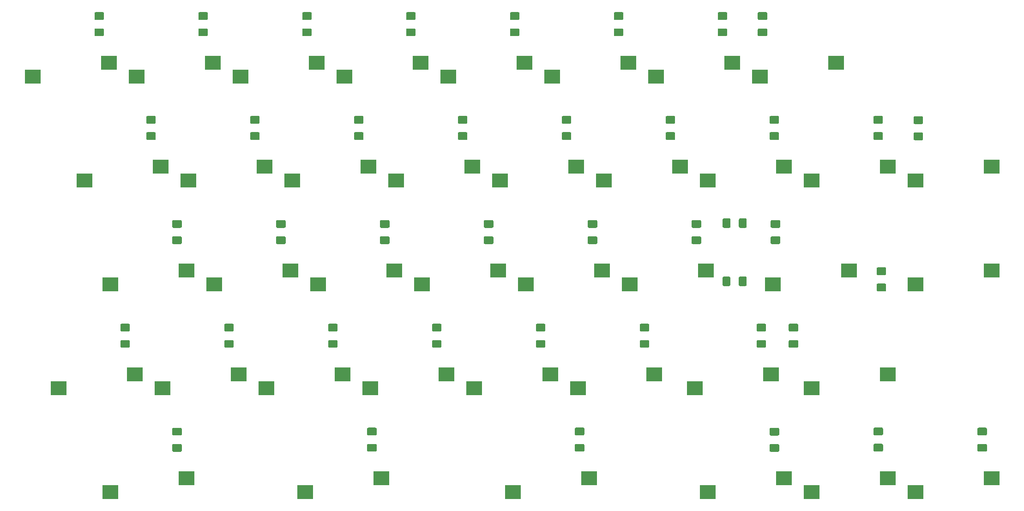
<source format=gbp>
G04 #@! TF.GenerationSoftware,KiCad,Pcbnew,(5.0.0-3-g5ebb6b6)*
G04 #@! TF.CreationDate,2018-10-13T13:11:11+09:00*
G04 #@! TF.ProjectId,pakbd,70616B62642E6B696361645F70636200,1*
G04 #@! TF.SameCoordinates,Original*
G04 #@! TF.FileFunction,Paste,Bot*
G04 #@! TF.FilePolarity,Positive*
%FSLAX46Y46*%
G04 Gerber Fmt 4.6, Leading zero omitted, Abs format (unit mm)*
G04 Created by KiCad (PCBNEW (5.0.0-3-g5ebb6b6)) date *
%MOMM*%
%LPD*%
G01*
G04 APERTURE LIST*
%ADD10R,3.000000X2.500000*%
%ADD11C,0.100000*%
%ADD12C,1.425000*%
G04 APERTURE END LIST*
D10*
G04 #@! TO.C,SW54*
X361880250Y-83780000D03*
X347910250Y-86320000D03*
G04 #@! TD*
D11*
G04 #@! TO.C,D46*
G36*
X367899504Y-55451204D02*
X367923773Y-55454804D01*
X367947571Y-55460765D01*
X367970671Y-55469030D01*
X367992849Y-55479520D01*
X368013893Y-55492133D01*
X368033598Y-55506747D01*
X368051777Y-55523223D01*
X368068253Y-55541402D01*
X368082867Y-55561107D01*
X368095480Y-55582151D01*
X368105970Y-55604329D01*
X368114235Y-55627429D01*
X368120196Y-55651227D01*
X368123796Y-55675496D01*
X368125000Y-55700000D01*
X368125000Y-56625000D01*
X368123796Y-56649504D01*
X368120196Y-56673773D01*
X368114235Y-56697571D01*
X368105970Y-56720671D01*
X368095480Y-56742849D01*
X368082867Y-56763893D01*
X368068253Y-56783598D01*
X368051777Y-56801777D01*
X368033598Y-56818253D01*
X368013893Y-56832867D01*
X367992849Y-56845480D01*
X367970671Y-56855970D01*
X367947571Y-56864235D01*
X367923773Y-56870196D01*
X367899504Y-56873796D01*
X367875000Y-56875000D01*
X366625000Y-56875000D01*
X366600496Y-56873796D01*
X366576227Y-56870196D01*
X366552429Y-56864235D01*
X366529329Y-56855970D01*
X366507151Y-56845480D01*
X366486107Y-56832867D01*
X366466402Y-56818253D01*
X366448223Y-56801777D01*
X366431747Y-56783598D01*
X366417133Y-56763893D01*
X366404520Y-56742849D01*
X366394030Y-56720671D01*
X366385765Y-56697571D01*
X366379804Y-56673773D01*
X366376204Y-56649504D01*
X366375000Y-56625000D01*
X366375000Y-55700000D01*
X366376204Y-55675496D01*
X366379804Y-55651227D01*
X366385765Y-55627429D01*
X366394030Y-55604329D01*
X366404520Y-55582151D01*
X366417133Y-55561107D01*
X366431747Y-55541402D01*
X366448223Y-55523223D01*
X366466402Y-55506747D01*
X366486107Y-55492133D01*
X366507151Y-55479520D01*
X366529329Y-55469030D01*
X366552429Y-55460765D01*
X366576227Y-55454804D01*
X366600496Y-55451204D01*
X366625000Y-55450000D01*
X367875000Y-55450000D01*
X367899504Y-55451204D01*
X367899504Y-55451204D01*
G37*
D12*
X367250000Y-56162500D03*
D11*
G36*
X367899504Y-58426204D02*
X367923773Y-58429804D01*
X367947571Y-58435765D01*
X367970671Y-58444030D01*
X367992849Y-58454520D01*
X368013893Y-58467133D01*
X368033598Y-58481747D01*
X368051777Y-58498223D01*
X368068253Y-58516402D01*
X368082867Y-58536107D01*
X368095480Y-58557151D01*
X368105970Y-58579329D01*
X368114235Y-58602429D01*
X368120196Y-58626227D01*
X368123796Y-58650496D01*
X368125000Y-58675000D01*
X368125000Y-59600000D01*
X368123796Y-59624504D01*
X368120196Y-59648773D01*
X368114235Y-59672571D01*
X368105970Y-59695671D01*
X368095480Y-59717849D01*
X368082867Y-59738893D01*
X368068253Y-59758598D01*
X368051777Y-59776777D01*
X368033598Y-59793253D01*
X368013893Y-59807867D01*
X367992849Y-59820480D01*
X367970671Y-59830970D01*
X367947571Y-59839235D01*
X367923773Y-59845196D01*
X367899504Y-59848796D01*
X367875000Y-59850000D01*
X366625000Y-59850000D01*
X366600496Y-59848796D01*
X366576227Y-59845196D01*
X366552429Y-59839235D01*
X366529329Y-59830970D01*
X366507151Y-59820480D01*
X366486107Y-59807867D01*
X366466402Y-59793253D01*
X366448223Y-59776777D01*
X366431747Y-59758598D01*
X366417133Y-59738893D01*
X366404520Y-59717849D01*
X366394030Y-59695671D01*
X366385765Y-59672571D01*
X366379804Y-59648773D01*
X366376204Y-59624504D01*
X366375000Y-59600000D01*
X366375000Y-58675000D01*
X366376204Y-58650496D01*
X366379804Y-58626227D01*
X366385765Y-58602429D01*
X366394030Y-58579329D01*
X366404520Y-58557151D01*
X366417133Y-58536107D01*
X366431747Y-58516402D01*
X366448223Y-58498223D01*
X366466402Y-58481747D01*
X366486107Y-58467133D01*
X366507151Y-58454520D01*
X366529329Y-58444030D01*
X366552429Y-58435765D01*
X366576227Y-58429804D01*
X366600496Y-58426204D01*
X366625000Y-58425000D01*
X367875000Y-58425000D01*
X367899504Y-58426204D01*
X367899504Y-58426204D01*
G37*
D12*
X367250000Y-59137500D03*
G04 #@! TD*
D11*
G04 #@! TO.C,D47*
G36*
X375269504Y-55491204D02*
X375293773Y-55494804D01*
X375317571Y-55500765D01*
X375340671Y-55509030D01*
X375362849Y-55519520D01*
X375383893Y-55532133D01*
X375403598Y-55546747D01*
X375421777Y-55563223D01*
X375438253Y-55581402D01*
X375452867Y-55601107D01*
X375465480Y-55622151D01*
X375475970Y-55644329D01*
X375484235Y-55667429D01*
X375490196Y-55691227D01*
X375493796Y-55715496D01*
X375495000Y-55740000D01*
X375495000Y-56665000D01*
X375493796Y-56689504D01*
X375490196Y-56713773D01*
X375484235Y-56737571D01*
X375475970Y-56760671D01*
X375465480Y-56782849D01*
X375452867Y-56803893D01*
X375438253Y-56823598D01*
X375421777Y-56841777D01*
X375403598Y-56858253D01*
X375383893Y-56872867D01*
X375362849Y-56885480D01*
X375340671Y-56895970D01*
X375317571Y-56904235D01*
X375293773Y-56910196D01*
X375269504Y-56913796D01*
X375245000Y-56915000D01*
X373995000Y-56915000D01*
X373970496Y-56913796D01*
X373946227Y-56910196D01*
X373922429Y-56904235D01*
X373899329Y-56895970D01*
X373877151Y-56885480D01*
X373856107Y-56872867D01*
X373836402Y-56858253D01*
X373818223Y-56841777D01*
X373801747Y-56823598D01*
X373787133Y-56803893D01*
X373774520Y-56782849D01*
X373764030Y-56760671D01*
X373755765Y-56737571D01*
X373749804Y-56713773D01*
X373746204Y-56689504D01*
X373745000Y-56665000D01*
X373745000Y-55740000D01*
X373746204Y-55715496D01*
X373749804Y-55691227D01*
X373755765Y-55667429D01*
X373764030Y-55644329D01*
X373774520Y-55622151D01*
X373787133Y-55601107D01*
X373801747Y-55581402D01*
X373818223Y-55563223D01*
X373836402Y-55546747D01*
X373856107Y-55532133D01*
X373877151Y-55519520D01*
X373899329Y-55509030D01*
X373922429Y-55500765D01*
X373946227Y-55494804D01*
X373970496Y-55491204D01*
X373995000Y-55490000D01*
X375245000Y-55490000D01*
X375269504Y-55491204D01*
X375269504Y-55491204D01*
G37*
D12*
X374620000Y-56202500D03*
D11*
G36*
X375269504Y-58466204D02*
X375293773Y-58469804D01*
X375317571Y-58475765D01*
X375340671Y-58484030D01*
X375362849Y-58494520D01*
X375383893Y-58507133D01*
X375403598Y-58521747D01*
X375421777Y-58538223D01*
X375438253Y-58556402D01*
X375452867Y-58576107D01*
X375465480Y-58597151D01*
X375475970Y-58619329D01*
X375484235Y-58642429D01*
X375490196Y-58666227D01*
X375493796Y-58690496D01*
X375495000Y-58715000D01*
X375495000Y-59640000D01*
X375493796Y-59664504D01*
X375490196Y-59688773D01*
X375484235Y-59712571D01*
X375475970Y-59735671D01*
X375465480Y-59757849D01*
X375452867Y-59778893D01*
X375438253Y-59798598D01*
X375421777Y-59816777D01*
X375403598Y-59833253D01*
X375383893Y-59847867D01*
X375362849Y-59860480D01*
X375340671Y-59870970D01*
X375317571Y-59879235D01*
X375293773Y-59885196D01*
X375269504Y-59888796D01*
X375245000Y-59890000D01*
X373995000Y-59890000D01*
X373970496Y-59888796D01*
X373946227Y-59885196D01*
X373922429Y-59879235D01*
X373899329Y-59870970D01*
X373877151Y-59860480D01*
X373856107Y-59847867D01*
X373836402Y-59833253D01*
X373818223Y-59816777D01*
X373801747Y-59798598D01*
X373787133Y-59778893D01*
X373774520Y-59757849D01*
X373764030Y-59735671D01*
X373755765Y-59712571D01*
X373749804Y-59688773D01*
X373746204Y-59664504D01*
X373745000Y-59640000D01*
X373745000Y-58715000D01*
X373746204Y-58690496D01*
X373749804Y-58666227D01*
X373755765Y-58642429D01*
X373764030Y-58619329D01*
X373774520Y-58597151D01*
X373787133Y-58576107D01*
X373801747Y-58556402D01*
X373818223Y-58538223D01*
X373836402Y-58521747D01*
X373856107Y-58507133D01*
X373877151Y-58494520D01*
X373899329Y-58484030D01*
X373922429Y-58475765D01*
X373946227Y-58469804D01*
X373970496Y-58466204D01*
X373995000Y-58465000D01*
X375245000Y-58465000D01*
X375269504Y-58466204D01*
X375269504Y-58466204D01*
G37*
D12*
X374620000Y-59177500D03*
G04 #@! TD*
D11*
G04 #@! TO.C,D48*
G36*
X239309504Y-74541204D02*
X239333773Y-74544804D01*
X239357571Y-74550765D01*
X239380671Y-74559030D01*
X239402849Y-74569520D01*
X239423893Y-74582133D01*
X239443598Y-74596747D01*
X239461777Y-74613223D01*
X239478253Y-74631402D01*
X239492867Y-74651107D01*
X239505480Y-74672151D01*
X239515970Y-74694329D01*
X239524235Y-74717429D01*
X239530196Y-74741227D01*
X239533796Y-74765496D01*
X239535000Y-74790000D01*
X239535000Y-75715000D01*
X239533796Y-75739504D01*
X239530196Y-75763773D01*
X239524235Y-75787571D01*
X239515970Y-75810671D01*
X239505480Y-75832849D01*
X239492867Y-75853893D01*
X239478253Y-75873598D01*
X239461777Y-75891777D01*
X239443598Y-75908253D01*
X239423893Y-75922867D01*
X239402849Y-75935480D01*
X239380671Y-75945970D01*
X239357571Y-75954235D01*
X239333773Y-75960196D01*
X239309504Y-75963796D01*
X239285000Y-75965000D01*
X238035000Y-75965000D01*
X238010496Y-75963796D01*
X237986227Y-75960196D01*
X237962429Y-75954235D01*
X237939329Y-75945970D01*
X237917151Y-75935480D01*
X237896107Y-75922867D01*
X237876402Y-75908253D01*
X237858223Y-75891777D01*
X237841747Y-75873598D01*
X237827133Y-75853893D01*
X237814520Y-75832849D01*
X237804030Y-75810671D01*
X237795765Y-75787571D01*
X237789804Y-75763773D01*
X237786204Y-75739504D01*
X237785000Y-75715000D01*
X237785000Y-74790000D01*
X237786204Y-74765496D01*
X237789804Y-74741227D01*
X237795765Y-74717429D01*
X237804030Y-74694329D01*
X237814520Y-74672151D01*
X237827133Y-74651107D01*
X237841747Y-74631402D01*
X237858223Y-74613223D01*
X237876402Y-74596747D01*
X237896107Y-74582133D01*
X237917151Y-74569520D01*
X237939329Y-74559030D01*
X237962429Y-74550765D01*
X237986227Y-74544804D01*
X238010496Y-74541204D01*
X238035000Y-74540000D01*
X239285000Y-74540000D01*
X239309504Y-74541204D01*
X239309504Y-74541204D01*
G37*
D12*
X238660000Y-75252500D03*
D11*
G36*
X239309504Y-77516204D02*
X239333773Y-77519804D01*
X239357571Y-77525765D01*
X239380671Y-77534030D01*
X239402849Y-77544520D01*
X239423893Y-77557133D01*
X239443598Y-77571747D01*
X239461777Y-77588223D01*
X239478253Y-77606402D01*
X239492867Y-77626107D01*
X239505480Y-77647151D01*
X239515970Y-77669329D01*
X239524235Y-77692429D01*
X239530196Y-77716227D01*
X239533796Y-77740496D01*
X239535000Y-77765000D01*
X239535000Y-78690000D01*
X239533796Y-78714504D01*
X239530196Y-78738773D01*
X239524235Y-78762571D01*
X239515970Y-78785671D01*
X239505480Y-78807849D01*
X239492867Y-78828893D01*
X239478253Y-78848598D01*
X239461777Y-78866777D01*
X239443598Y-78883253D01*
X239423893Y-78897867D01*
X239402849Y-78910480D01*
X239380671Y-78920970D01*
X239357571Y-78929235D01*
X239333773Y-78935196D01*
X239309504Y-78938796D01*
X239285000Y-78940000D01*
X238035000Y-78940000D01*
X238010496Y-78938796D01*
X237986227Y-78935196D01*
X237962429Y-78929235D01*
X237939329Y-78920970D01*
X237917151Y-78910480D01*
X237896107Y-78897867D01*
X237876402Y-78883253D01*
X237858223Y-78866777D01*
X237841747Y-78848598D01*
X237827133Y-78828893D01*
X237814520Y-78807849D01*
X237804030Y-78785671D01*
X237795765Y-78762571D01*
X237789804Y-78738773D01*
X237786204Y-78714504D01*
X237785000Y-78690000D01*
X237785000Y-77765000D01*
X237786204Y-77740496D01*
X237789804Y-77716227D01*
X237795765Y-77692429D01*
X237804030Y-77669329D01*
X237814520Y-77647151D01*
X237827133Y-77626107D01*
X237841747Y-77606402D01*
X237858223Y-77588223D01*
X237876402Y-77571747D01*
X237896107Y-77557133D01*
X237917151Y-77544520D01*
X237939329Y-77534030D01*
X237962429Y-77525765D01*
X237986227Y-77519804D01*
X238010496Y-77516204D01*
X238035000Y-77515000D01*
X239285000Y-77515000D01*
X239309504Y-77516204D01*
X239309504Y-77516204D01*
G37*
D12*
X238660000Y-78227500D03*
G04 #@! TD*
D11*
G04 #@! TO.C,D49*
G36*
X258359504Y-74541204D02*
X258383773Y-74544804D01*
X258407571Y-74550765D01*
X258430671Y-74559030D01*
X258452849Y-74569520D01*
X258473893Y-74582133D01*
X258493598Y-74596747D01*
X258511777Y-74613223D01*
X258528253Y-74631402D01*
X258542867Y-74651107D01*
X258555480Y-74672151D01*
X258565970Y-74694329D01*
X258574235Y-74717429D01*
X258580196Y-74741227D01*
X258583796Y-74765496D01*
X258585000Y-74790000D01*
X258585000Y-75715000D01*
X258583796Y-75739504D01*
X258580196Y-75763773D01*
X258574235Y-75787571D01*
X258565970Y-75810671D01*
X258555480Y-75832849D01*
X258542867Y-75853893D01*
X258528253Y-75873598D01*
X258511777Y-75891777D01*
X258493598Y-75908253D01*
X258473893Y-75922867D01*
X258452849Y-75935480D01*
X258430671Y-75945970D01*
X258407571Y-75954235D01*
X258383773Y-75960196D01*
X258359504Y-75963796D01*
X258335000Y-75965000D01*
X257085000Y-75965000D01*
X257060496Y-75963796D01*
X257036227Y-75960196D01*
X257012429Y-75954235D01*
X256989329Y-75945970D01*
X256967151Y-75935480D01*
X256946107Y-75922867D01*
X256926402Y-75908253D01*
X256908223Y-75891777D01*
X256891747Y-75873598D01*
X256877133Y-75853893D01*
X256864520Y-75832849D01*
X256854030Y-75810671D01*
X256845765Y-75787571D01*
X256839804Y-75763773D01*
X256836204Y-75739504D01*
X256835000Y-75715000D01*
X256835000Y-74790000D01*
X256836204Y-74765496D01*
X256839804Y-74741227D01*
X256845765Y-74717429D01*
X256854030Y-74694329D01*
X256864520Y-74672151D01*
X256877133Y-74651107D01*
X256891747Y-74631402D01*
X256908223Y-74613223D01*
X256926402Y-74596747D01*
X256946107Y-74582133D01*
X256967151Y-74569520D01*
X256989329Y-74559030D01*
X257012429Y-74550765D01*
X257036227Y-74544804D01*
X257060496Y-74541204D01*
X257085000Y-74540000D01*
X258335000Y-74540000D01*
X258359504Y-74541204D01*
X258359504Y-74541204D01*
G37*
D12*
X257710000Y-75252500D03*
D11*
G36*
X258359504Y-77516204D02*
X258383773Y-77519804D01*
X258407571Y-77525765D01*
X258430671Y-77534030D01*
X258452849Y-77544520D01*
X258473893Y-77557133D01*
X258493598Y-77571747D01*
X258511777Y-77588223D01*
X258528253Y-77606402D01*
X258542867Y-77626107D01*
X258555480Y-77647151D01*
X258565970Y-77669329D01*
X258574235Y-77692429D01*
X258580196Y-77716227D01*
X258583796Y-77740496D01*
X258585000Y-77765000D01*
X258585000Y-78690000D01*
X258583796Y-78714504D01*
X258580196Y-78738773D01*
X258574235Y-78762571D01*
X258565970Y-78785671D01*
X258555480Y-78807849D01*
X258542867Y-78828893D01*
X258528253Y-78848598D01*
X258511777Y-78866777D01*
X258493598Y-78883253D01*
X258473893Y-78897867D01*
X258452849Y-78910480D01*
X258430671Y-78920970D01*
X258407571Y-78929235D01*
X258383773Y-78935196D01*
X258359504Y-78938796D01*
X258335000Y-78940000D01*
X257085000Y-78940000D01*
X257060496Y-78938796D01*
X257036227Y-78935196D01*
X257012429Y-78929235D01*
X256989329Y-78920970D01*
X256967151Y-78910480D01*
X256946107Y-78897867D01*
X256926402Y-78883253D01*
X256908223Y-78866777D01*
X256891747Y-78848598D01*
X256877133Y-78828893D01*
X256864520Y-78807849D01*
X256854030Y-78785671D01*
X256845765Y-78762571D01*
X256839804Y-78738773D01*
X256836204Y-78714504D01*
X256835000Y-78690000D01*
X256835000Y-77765000D01*
X256836204Y-77740496D01*
X256839804Y-77716227D01*
X256845765Y-77692429D01*
X256854030Y-77669329D01*
X256864520Y-77647151D01*
X256877133Y-77626107D01*
X256891747Y-77606402D01*
X256908223Y-77588223D01*
X256926402Y-77571747D01*
X256946107Y-77557133D01*
X256967151Y-77544520D01*
X256989329Y-77534030D01*
X257012429Y-77525765D01*
X257036227Y-77519804D01*
X257060496Y-77516204D01*
X257085000Y-77515000D01*
X258335000Y-77515000D01*
X258359504Y-77516204D01*
X258359504Y-77516204D01*
G37*
D12*
X257710000Y-78227500D03*
G04 #@! TD*
D11*
G04 #@! TO.C,D50*
G36*
X277409504Y-74541204D02*
X277433773Y-74544804D01*
X277457571Y-74550765D01*
X277480671Y-74559030D01*
X277502849Y-74569520D01*
X277523893Y-74582133D01*
X277543598Y-74596747D01*
X277561777Y-74613223D01*
X277578253Y-74631402D01*
X277592867Y-74651107D01*
X277605480Y-74672151D01*
X277615970Y-74694329D01*
X277624235Y-74717429D01*
X277630196Y-74741227D01*
X277633796Y-74765496D01*
X277635000Y-74790000D01*
X277635000Y-75715000D01*
X277633796Y-75739504D01*
X277630196Y-75763773D01*
X277624235Y-75787571D01*
X277615970Y-75810671D01*
X277605480Y-75832849D01*
X277592867Y-75853893D01*
X277578253Y-75873598D01*
X277561777Y-75891777D01*
X277543598Y-75908253D01*
X277523893Y-75922867D01*
X277502849Y-75935480D01*
X277480671Y-75945970D01*
X277457571Y-75954235D01*
X277433773Y-75960196D01*
X277409504Y-75963796D01*
X277385000Y-75965000D01*
X276135000Y-75965000D01*
X276110496Y-75963796D01*
X276086227Y-75960196D01*
X276062429Y-75954235D01*
X276039329Y-75945970D01*
X276017151Y-75935480D01*
X275996107Y-75922867D01*
X275976402Y-75908253D01*
X275958223Y-75891777D01*
X275941747Y-75873598D01*
X275927133Y-75853893D01*
X275914520Y-75832849D01*
X275904030Y-75810671D01*
X275895765Y-75787571D01*
X275889804Y-75763773D01*
X275886204Y-75739504D01*
X275885000Y-75715000D01*
X275885000Y-74790000D01*
X275886204Y-74765496D01*
X275889804Y-74741227D01*
X275895765Y-74717429D01*
X275904030Y-74694329D01*
X275914520Y-74672151D01*
X275927133Y-74651107D01*
X275941747Y-74631402D01*
X275958223Y-74613223D01*
X275976402Y-74596747D01*
X275996107Y-74582133D01*
X276017151Y-74569520D01*
X276039329Y-74559030D01*
X276062429Y-74550765D01*
X276086227Y-74544804D01*
X276110496Y-74541204D01*
X276135000Y-74540000D01*
X277385000Y-74540000D01*
X277409504Y-74541204D01*
X277409504Y-74541204D01*
G37*
D12*
X276760000Y-75252500D03*
D11*
G36*
X277409504Y-77516204D02*
X277433773Y-77519804D01*
X277457571Y-77525765D01*
X277480671Y-77534030D01*
X277502849Y-77544520D01*
X277523893Y-77557133D01*
X277543598Y-77571747D01*
X277561777Y-77588223D01*
X277578253Y-77606402D01*
X277592867Y-77626107D01*
X277605480Y-77647151D01*
X277615970Y-77669329D01*
X277624235Y-77692429D01*
X277630196Y-77716227D01*
X277633796Y-77740496D01*
X277635000Y-77765000D01*
X277635000Y-78690000D01*
X277633796Y-78714504D01*
X277630196Y-78738773D01*
X277624235Y-78762571D01*
X277615970Y-78785671D01*
X277605480Y-78807849D01*
X277592867Y-78828893D01*
X277578253Y-78848598D01*
X277561777Y-78866777D01*
X277543598Y-78883253D01*
X277523893Y-78897867D01*
X277502849Y-78910480D01*
X277480671Y-78920970D01*
X277457571Y-78929235D01*
X277433773Y-78935196D01*
X277409504Y-78938796D01*
X277385000Y-78940000D01*
X276135000Y-78940000D01*
X276110496Y-78938796D01*
X276086227Y-78935196D01*
X276062429Y-78929235D01*
X276039329Y-78920970D01*
X276017151Y-78910480D01*
X275996107Y-78897867D01*
X275976402Y-78883253D01*
X275958223Y-78866777D01*
X275941747Y-78848598D01*
X275927133Y-78828893D01*
X275914520Y-78807849D01*
X275904030Y-78785671D01*
X275895765Y-78762571D01*
X275889804Y-78738773D01*
X275886204Y-78714504D01*
X275885000Y-78690000D01*
X275885000Y-77765000D01*
X275886204Y-77740496D01*
X275889804Y-77716227D01*
X275895765Y-77692429D01*
X275904030Y-77669329D01*
X275914520Y-77647151D01*
X275927133Y-77626107D01*
X275941747Y-77606402D01*
X275958223Y-77588223D01*
X275976402Y-77571747D01*
X275996107Y-77557133D01*
X276017151Y-77544520D01*
X276039329Y-77534030D01*
X276062429Y-77525765D01*
X276086227Y-77519804D01*
X276110496Y-77516204D01*
X276135000Y-77515000D01*
X277385000Y-77515000D01*
X277409504Y-77516204D01*
X277409504Y-77516204D01*
G37*
D12*
X276760000Y-78227500D03*
G04 #@! TD*
D11*
G04 #@! TO.C,D51*
G36*
X296459504Y-74541204D02*
X296483773Y-74544804D01*
X296507571Y-74550765D01*
X296530671Y-74559030D01*
X296552849Y-74569520D01*
X296573893Y-74582133D01*
X296593598Y-74596747D01*
X296611777Y-74613223D01*
X296628253Y-74631402D01*
X296642867Y-74651107D01*
X296655480Y-74672151D01*
X296665970Y-74694329D01*
X296674235Y-74717429D01*
X296680196Y-74741227D01*
X296683796Y-74765496D01*
X296685000Y-74790000D01*
X296685000Y-75715000D01*
X296683796Y-75739504D01*
X296680196Y-75763773D01*
X296674235Y-75787571D01*
X296665970Y-75810671D01*
X296655480Y-75832849D01*
X296642867Y-75853893D01*
X296628253Y-75873598D01*
X296611777Y-75891777D01*
X296593598Y-75908253D01*
X296573893Y-75922867D01*
X296552849Y-75935480D01*
X296530671Y-75945970D01*
X296507571Y-75954235D01*
X296483773Y-75960196D01*
X296459504Y-75963796D01*
X296435000Y-75965000D01*
X295185000Y-75965000D01*
X295160496Y-75963796D01*
X295136227Y-75960196D01*
X295112429Y-75954235D01*
X295089329Y-75945970D01*
X295067151Y-75935480D01*
X295046107Y-75922867D01*
X295026402Y-75908253D01*
X295008223Y-75891777D01*
X294991747Y-75873598D01*
X294977133Y-75853893D01*
X294964520Y-75832849D01*
X294954030Y-75810671D01*
X294945765Y-75787571D01*
X294939804Y-75763773D01*
X294936204Y-75739504D01*
X294935000Y-75715000D01*
X294935000Y-74790000D01*
X294936204Y-74765496D01*
X294939804Y-74741227D01*
X294945765Y-74717429D01*
X294954030Y-74694329D01*
X294964520Y-74672151D01*
X294977133Y-74651107D01*
X294991747Y-74631402D01*
X295008223Y-74613223D01*
X295026402Y-74596747D01*
X295046107Y-74582133D01*
X295067151Y-74569520D01*
X295089329Y-74559030D01*
X295112429Y-74550765D01*
X295136227Y-74544804D01*
X295160496Y-74541204D01*
X295185000Y-74540000D01*
X296435000Y-74540000D01*
X296459504Y-74541204D01*
X296459504Y-74541204D01*
G37*
D12*
X295810000Y-75252500D03*
D11*
G36*
X296459504Y-77516204D02*
X296483773Y-77519804D01*
X296507571Y-77525765D01*
X296530671Y-77534030D01*
X296552849Y-77544520D01*
X296573893Y-77557133D01*
X296593598Y-77571747D01*
X296611777Y-77588223D01*
X296628253Y-77606402D01*
X296642867Y-77626107D01*
X296655480Y-77647151D01*
X296665970Y-77669329D01*
X296674235Y-77692429D01*
X296680196Y-77716227D01*
X296683796Y-77740496D01*
X296685000Y-77765000D01*
X296685000Y-78690000D01*
X296683796Y-78714504D01*
X296680196Y-78738773D01*
X296674235Y-78762571D01*
X296665970Y-78785671D01*
X296655480Y-78807849D01*
X296642867Y-78828893D01*
X296628253Y-78848598D01*
X296611777Y-78866777D01*
X296593598Y-78883253D01*
X296573893Y-78897867D01*
X296552849Y-78910480D01*
X296530671Y-78920970D01*
X296507571Y-78929235D01*
X296483773Y-78935196D01*
X296459504Y-78938796D01*
X296435000Y-78940000D01*
X295185000Y-78940000D01*
X295160496Y-78938796D01*
X295136227Y-78935196D01*
X295112429Y-78929235D01*
X295089329Y-78920970D01*
X295067151Y-78910480D01*
X295046107Y-78897867D01*
X295026402Y-78883253D01*
X295008223Y-78866777D01*
X294991747Y-78848598D01*
X294977133Y-78828893D01*
X294964520Y-78807849D01*
X294954030Y-78785671D01*
X294945765Y-78762571D01*
X294939804Y-78738773D01*
X294936204Y-78714504D01*
X294935000Y-78690000D01*
X294935000Y-77765000D01*
X294936204Y-77740496D01*
X294939804Y-77716227D01*
X294945765Y-77692429D01*
X294954030Y-77669329D01*
X294964520Y-77647151D01*
X294977133Y-77626107D01*
X294991747Y-77606402D01*
X295008223Y-77588223D01*
X295026402Y-77571747D01*
X295046107Y-77557133D01*
X295067151Y-77544520D01*
X295089329Y-77534030D01*
X295112429Y-77525765D01*
X295136227Y-77519804D01*
X295160496Y-77516204D01*
X295185000Y-77515000D01*
X296435000Y-77515000D01*
X296459504Y-77516204D01*
X296459504Y-77516204D01*
G37*
D12*
X295810000Y-78227500D03*
G04 #@! TD*
D11*
G04 #@! TO.C,D52*
G36*
X315509504Y-74541204D02*
X315533773Y-74544804D01*
X315557571Y-74550765D01*
X315580671Y-74559030D01*
X315602849Y-74569520D01*
X315623893Y-74582133D01*
X315643598Y-74596747D01*
X315661777Y-74613223D01*
X315678253Y-74631402D01*
X315692867Y-74651107D01*
X315705480Y-74672151D01*
X315715970Y-74694329D01*
X315724235Y-74717429D01*
X315730196Y-74741227D01*
X315733796Y-74765496D01*
X315735000Y-74790000D01*
X315735000Y-75715000D01*
X315733796Y-75739504D01*
X315730196Y-75763773D01*
X315724235Y-75787571D01*
X315715970Y-75810671D01*
X315705480Y-75832849D01*
X315692867Y-75853893D01*
X315678253Y-75873598D01*
X315661777Y-75891777D01*
X315643598Y-75908253D01*
X315623893Y-75922867D01*
X315602849Y-75935480D01*
X315580671Y-75945970D01*
X315557571Y-75954235D01*
X315533773Y-75960196D01*
X315509504Y-75963796D01*
X315485000Y-75965000D01*
X314235000Y-75965000D01*
X314210496Y-75963796D01*
X314186227Y-75960196D01*
X314162429Y-75954235D01*
X314139329Y-75945970D01*
X314117151Y-75935480D01*
X314096107Y-75922867D01*
X314076402Y-75908253D01*
X314058223Y-75891777D01*
X314041747Y-75873598D01*
X314027133Y-75853893D01*
X314014520Y-75832849D01*
X314004030Y-75810671D01*
X313995765Y-75787571D01*
X313989804Y-75763773D01*
X313986204Y-75739504D01*
X313985000Y-75715000D01*
X313985000Y-74790000D01*
X313986204Y-74765496D01*
X313989804Y-74741227D01*
X313995765Y-74717429D01*
X314004030Y-74694329D01*
X314014520Y-74672151D01*
X314027133Y-74651107D01*
X314041747Y-74631402D01*
X314058223Y-74613223D01*
X314076402Y-74596747D01*
X314096107Y-74582133D01*
X314117151Y-74569520D01*
X314139329Y-74559030D01*
X314162429Y-74550765D01*
X314186227Y-74544804D01*
X314210496Y-74541204D01*
X314235000Y-74540000D01*
X315485000Y-74540000D01*
X315509504Y-74541204D01*
X315509504Y-74541204D01*
G37*
D12*
X314860000Y-75252500D03*
D11*
G36*
X315509504Y-77516204D02*
X315533773Y-77519804D01*
X315557571Y-77525765D01*
X315580671Y-77534030D01*
X315602849Y-77544520D01*
X315623893Y-77557133D01*
X315643598Y-77571747D01*
X315661777Y-77588223D01*
X315678253Y-77606402D01*
X315692867Y-77626107D01*
X315705480Y-77647151D01*
X315715970Y-77669329D01*
X315724235Y-77692429D01*
X315730196Y-77716227D01*
X315733796Y-77740496D01*
X315735000Y-77765000D01*
X315735000Y-78690000D01*
X315733796Y-78714504D01*
X315730196Y-78738773D01*
X315724235Y-78762571D01*
X315715970Y-78785671D01*
X315705480Y-78807849D01*
X315692867Y-78828893D01*
X315678253Y-78848598D01*
X315661777Y-78866777D01*
X315643598Y-78883253D01*
X315623893Y-78897867D01*
X315602849Y-78910480D01*
X315580671Y-78920970D01*
X315557571Y-78929235D01*
X315533773Y-78935196D01*
X315509504Y-78938796D01*
X315485000Y-78940000D01*
X314235000Y-78940000D01*
X314210496Y-78938796D01*
X314186227Y-78935196D01*
X314162429Y-78929235D01*
X314139329Y-78920970D01*
X314117151Y-78910480D01*
X314096107Y-78897867D01*
X314076402Y-78883253D01*
X314058223Y-78866777D01*
X314041747Y-78848598D01*
X314027133Y-78828893D01*
X314014520Y-78807849D01*
X314004030Y-78785671D01*
X313995765Y-78762571D01*
X313989804Y-78738773D01*
X313986204Y-78714504D01*
X313985000Y-78690000D01*
X313985000Y-77765000D01*
X313986204Y-77740496D01*
X313989804Y-77716227D01*
X313995765Y-77692429D01*
X314004030Y-77669329D01*
X314014520Y-77647151D01*
X314027133Y-77626107D01*
X314041747Y-77606402D01*
X314058223Y-77588223D01*
X314076402Y-77571747D01*
X314096107Y-77557133D01*
X314117151Y-77544520D01*
X314139329Y-77534030D01*
X314162429Y-77525765D01*
X314186227Y-77519804D01*
X314210496Y-77516204D01*
X314235000Y-77515000D01*
X315485000Y-77515000D01*
X315509504Y-77516204D01*
X315509504Y-77516204D01*
G37*
D12*
X314860000Y-78227500D03*
G04 #@! TD*
D11*
G04 #@! TO.C,D53*
G36*
X334559504Y-74541204D02*
X334583773Y-74544804D01*
X334607571Y-74550765D01*
X334630671Y-74559030D01*
X334652849Y-74569520D01*
X334673893Y-74582133D01*
X334693598Y-74596747D01*
X334711777Y-74613223D01*
X334728253Y-74631402D01*
X334742867Y-74651107D01*
X334755480Y-74672151D01*
X334765970Y-74694329D01*
X334774235Y-74717429D01*
X334780196Y-74741227D01*
X334783796Y-74765496D01*
X334785000Y-74790000D01*
X334785000Y-75715000D01*
X334783796Y-75739504D01*
X334780196Y-75763773D01*
X334774235Y-75787571D01*
X334765970Y-75810671D01*
X334755480Y-75832849D01*
X334742867Y-75853893D01*
X334728253Y-75873598D01*
X334711777Y-75891777D01*
X334693598Y-75908253D01*
X334673893Y-75922867D01*
X334652849Y-75935480D01*
X334630671Y-75945970D01*
X334607571Y-75954235D01*
X334583773Y-75960196D01*
X334559504Y-75963796D01*
X334535000Y-75965000D01*
X333285000Y-75965000D01*
X333260496Y-75963796D01*
X333236227Y-75960196D01*
X333212429Y-75954235D01*
X333189329Y-75945970D01*
X333167151Y-75935480D01*
X333146107Y-75922867D01*
X333126402Y-75908253D01*
X333108223Y-75891777D01*
X333091747Y-75873598D01*
X333077133Y-75853893D01*
X333064520Y-75832849D01*
X333054030Y-75810671D01*
X333045765Y-75787571D01*
X333039804Y-75763773D01*
X333036204Y-75739504D01*
X333035000Y-75715000D01*
X333035000Y-74790000D01*
X333036204Y-74765496D01*
X333039804Y-74741227D01*
X333045765Y-74717429D01*
X333054030Y-74694329D01*
X333064520Y-74672151D01*
X333077133Y-74651107D01*
X333091747Y-74631402D01*
X333108223Y-74613223D01*
X333126402Y-74596747D01*
X333146107Y-74582133D01*
X333167151Y-74569520D01*
X333189329Y-74559030D01*
X333212429Y-74550765D01*
X333236227Y-74544804D01*
X333260496Y-74541204D01*
X333285000Y-74540000D01*
X334535000Y-74540000D01*
X334559504Y-74541204D01*
X334559504Y-74541204D01*
G37*
D12*
X333910000Y-75252500D03*
D11*
G36*
X334559504Y-77516204D02*
X334583773Y-77519804D01*
X334607571Y-77525765D01*
X334630671Y-77534030D01*
X334652849Y-77544520D01*
X334673893Y-77557133D01*
X334693598Y-77571747D01*
X334711777Y-77588223D01*
X334728253Y-77606402D01*
X334742867Y-77626107D01*
X334755480Y-77647151D01*
X334765970Y-77669329D01*
X334774235Y-77692429D01*
X334780196Y-77716227D01*
X334783796Y-77740496D01*
X334785000Y-77765000D01*
X334785000Y-78690000D01*
X334783796Y-78714504D01*
X334780196Y-78738773D01*
X334774235Y-78762571D01*
X334765970Y-78785671D01*
X334755480Y-78807849D01*
X334742867Y-78828893D01*
X334728253Y-78848598D01*
X334711777Y-78866777D01*
X334693598Y-78883253D01*
X334673893Y-78897867D01*
X334652849Y-78910480D01*
X334630671Y-78920970D01*
X334607571Y-78929235D01*
X334583773Y-78935196D01*
X334559504Y-78938796D01*
X334535000Y-78940000D01*
X333285000Y-78940000D01*
X333260496Y-78938796D01*
X333236227Y-78935196D01*
X333212429Y-78929235D01*
X333189329Y-78920970D01*
X333167151Y-78910480D01*
X333146107Y-78897867D01*
X333126402Y-78883253D01*
X333108223Y-78866777D01*
X333091747Y-78848598D01*
X333077133Y-78828893D01*
X333064520Y-78807849D01*
X333054030Y-78785671D01*
X333045765Y-78762571D01*
X333039804Y-78738773D01*
X333036204Y-78714504D01*
X333035000Y-78690000D01*
X333035000Y-77765000D01*
X333036204Y-77740496D01*
X333039804Y-77716227D01*
X333045765Y-77692429D01*
X333054030Y-77669329D01*
X333064520Y-77647151D01*
X333077133Y-77626107D01*
X333091747Y-77606402D01*
X333108223Y-77588223D01*
X333126402Y-77571747D01*
X333146107Y-77557133D01*
X333167151Y-77544520D01*
X333189329Y-77534030D01*
X333212429Y-77525765D01*
X333236227Y-77519804D01*
X333260496Y-77516204D01*
X333285000Y-77515000D01*
X334535000Y-77515000D01*
X334559504Y-77516204D01*
X334559504Y-77516204D01*
G37*
D12*
X333910000Y-78227500D03*
G04 #@! TD*
D11*
G04 #@! TO.C,D54*
G36*
X349059504Y-74541204D02*
X349083773Y-74544804D01*
X349107571Y-74550765D01*
X349130671Y-74559030D01*
X349152849Y-74569520D01*
X349173893Y-74582133D01*
X349193598Y-74596747D01*
X349211777Y-74613223D01*
X349228253Y-74631402D01*
X349242867Y-74651107D01*
X349255480Y-74672151D01*
X349265970Y-74694329D01*
X349274235Y-74717429D01*
X349280196Y-74741227D01*
X349283796Y-74765496D01*
X349285000Y-74790000D01*
X349285000Y-75715000D01*
X349283796Y-75739504D01*
X349280196Y-75763773D01*
X349274235Y-75787571D01*
X349265970Y-75810671D01*
X349255480Y-75832849D01*
X349242867Y-75853893D01*
X349228253Y-75873598D01*
X349211777Y-75891777D01*
X349193598Y-75908253D01*
X349173893Y-75922867D01*
X349152849Y-75935480D01*
X349130671Y-75945970D01*
X349107571Y-75954235D01*
X349083773Y-75960196D01*
X349059504Y-75963796D01*
X349035000Y-75965000D01*
X347785000Y-75965000D01*
X347760496Y-75963796D01*
X347736227Y-75960196D01*
X347712429Y-75954235D01*
X347689329Y-75945970D01*
X347667151Y-75935480D01*
X347646107Y-75922867D01*
X347626402Y-75908253D01*
X347608223Y-75891777D01*
X347591747Y-75873598D01*
X347577133Y-75853893D01*
X347564520Y-75832849D01*
X347554030Y-75810671D01*
X347545765Y-75787571D01*
X347539804Y-75763773D01*
X347536204Y-75739504D01*
X347535000Y-75715000D01*
X347535000Y-74790000D01*
X347536204Y-74765496D01*
X347539804Y-74741227D01*
X347545765Y-74717429D01*
X347554030Y-74694329D01*
X347564520Y-74672151D01*
X347577133Y-74651107D01*
X347591747Y-74631402D01*
X347608223Y-74613223D01*
X347626402Y-74596747D01*
X347646107Y-74582133D01*
X347667151Y-74569520D01*
X347689329Y-74559030D01*
X347712429Y-74550765D01*
X347736227Y-74544804D01*
X347760496Y-74541204D01*
X347785000Y-74540000D01*
X349035000Y-74540000D01*
X349059504Y-74541204D01*
X349059504Y-74541204D01*
G37*
D12*
X348410000Y-75252500D03*
D11*
G36*
X349059504Y-77516204D02*
X349083773Y-77519804D01*
X349107571Y-77525765D01*
X349130671Y-77534030D01*
X349152849Y-77544520D01*
X349173893Y-77557133D01*
X349193598Y-77571747D01*
X349211777Y-77588223D01*
X349228253Y-77606402D01*
X349242867Y-77626107D01*
X349255480Y-77647151D01*
X349265970Y-77669329D01*
X349274235Y-77692429D01*
X349280196Y-77716227D01*
X349283796Y-77740496D01*
X349285000Y-77765000D01*
X349285000Y-78690000D01*
X349283796Y-78714504D01*
X349280196Y-78738773D01*
X349274235Y-78762571D01*
X349265970Y-78785671D01*
X349255480Y-78807849D01*
X349242867Y-78828893D01*
X349228253Y-78848598D01*
X349211777Y-78866777D01*
X349193598Y-78883253D01*
X349173893Y-78897867D01*
X349152849Y-78910480D01*
X349130671Y-78920970D01*
X349107571Y-78929235D01*
X349083773Y-78935196D01*
X349059504Y-78938796D01*
X349035000Y-78940000D01*
X347785000Y-78940000D01*
X347760496Y-78938796D01*
X347736227Y-78935196D01*
X347712429Y-78929235D01*
X347689329Y-78920970D01*
X347667151Y-78910480D01*
X347646107Y-78897867D01*
X347626402Y-78883253D01*
X347608223Y-78866777D01*
X347591747Y-78848598D01*
X347577133Y-78828893D01*
X347564520Y-78807849D01*
X347554030Y-78785671D01*
X347545765Y-78762571D01*
X347539804Y-78738773D01*
X347536204Y-78714504D01*
X347535000Y-78690000D01*
X347535000Y-77765000D01*
X347536204Y-77740496D01*
X347539804Y-77716227D01*
X347545765Y-77692429D01*
X347554030Y-77669329D01*
X347564520Y-77647151D01*
X347577133Y-77626107D01*
X347591747Y-77606402D01*
X347608223Y-77588223D01*
X347626402Y-77571747D01*
X347646107Y-77557133D01*
X347667151Y-77544520D01*
X347689329Y-77534030D01*
X347712429Y-77525765D01*
X347736227Y-77519804D01*
X347760496Y-77516204D01*
X347785000Y-77515000D01*
X349035000Y-77515000D01*
X349059504Y-77516204D01*
X349059504Y-77516204D01*
G37*
D12*
X348410000Y-78227500D03*
G04 #@! TD*
D11*
G04 #@! TO.C,D55*
G36*
X368489504Y-83221204D02*
X368513773Y-83224804D01*
X368537571Y-83230765D01*
X368560671Y-83239030D01*
X368582849Y-83249520D01*
X368603893Y-83262133D01*
X368623598Y-83276747D01*
X368641777Y-83293223D01*
X368658253Y-83311402D01*
X368672867Y-83331107D01*
X368685480Y-83352151D01*
X368695970Y-83374329D01*
X368704235Y-83397429D01*
X368710196Y-83421227D01*
X368713796Y-83445496D01*
X368715000Y-83470000D01*
X368715000Y-84395000D01*
X368713796Y-84419504D01*
X368710196Y-84443773D01*
X368704235Y-84467571D01*
X368695970Y-84490671D01*
X368685480Y-84512849D01*
X368672867Y-84533893D01*
X368658253Y-84553598D01*
X368641777Y-84571777D01*
X368623598Y-84588253D01*
X368603893Y-84602867D01*
X368582849Y-84615480D01*
X368560671Y-84625970D01*
X368537571Y-84634235D01*
X368513773Y-84640196D01*
X368489504Y-84643796D01*
X368465000Y-84645000D01*
X367215000Y-84645000D01*
X367190496Y-84643796D01*
X367166227Y-84640196D01*
X367142429Y-84634235D01*
X367119329Y-84625970D01*
X367097151Y-84615480D01*
X367076107Y-84602867D01*
X367056402Y-84588253D01*
X367038223Y-84571777D01*
X367021747Y-84553598D01*
X367007133Y-84533893D01*
X366994520Y-84512849D01*
X366984030Y-84490671D01*
X366975765Y-84467571D01*
X366969804Y-84443773D01*
X366966204Y-84419504D01*
X366965000Y-84395000D01*
X366965000Y-83470000D01*
X366966204Y-83445496D01*
X366969804Y-83421227D01*
X366975765Y-83397429D01*
X366984030Y-83374329D01*
X366994520Y-83352151D01*
X367007133Y-83331107D01*
X367021747Y-83311402D01*
X367038223Y-83293223D01*
X367056402Y-83276747D01*
X367076107Y-83262133D01*
X367097151Y-83249520D01*
X367119329Y-83239030D01*
X367142429Y-83230765D01*
X367166227Y-83224804D01*
X367190496Y-83221204D01*
X367215000Y-83220000D01*
X368465000Y-83220000D01*
X368489504Y-83221204D01*
X368489504Y-83221204D01*
G37*
D12*
X367840000Y-83932500D03*
D11*
G36*
X368489504Y-86196204D02*
X368513773Y-86199804D01*
X368537571Y-86205765D01*
X368560671Y-86214030D01*
X368582849Y-86224520D01*
X368603893Y-86237133D01*
X368623598Y-86251747D01*
X368641777Y-86268223D01*
X368658253Y-86286402D01*
X368672867Y-86306107D01*
X368685480Y-86327151D01*
X368695970Y-86349329D01*
X368704235Y-86372429D01*
X368710196Y-86396227D01*
X368713796Y-86420496D01*
X368715000Y-86445000D01*
X368715000Y-87370000D01*
X368713796Y-87394504D01*
X368710196Y-87418773D01*
X368704235Y-87442571D01*
X368695970Y-87465671D01*
X368685480Y-87487849D01*
X368672867Y-87508893D01*
X368658253Y-87528598D01*
X368641777Y-87546777D01*
X368623598Y-87563253D01*
X368603893Y-87577867D01*
X368582849Y-87590480D01*
X368560671Y-87600970D01*
X368537571Y-87609235D01*
X368513773Y-87615196D01*
X368489504Y-87618796D01*
X368465000Y-87620000D01*
X367215000Y-87620000D01*
X367190496Y-87618796D01*
X367166227Y-87615196D01*
X367142429Y-87609235D01*
X367119329Y-87600970D01*
X367097151Y-87590480D01*
X367076107Y-87577867D01*
X367056402Y-87563253D01*
X367038223Y-87546777D01*
X367021747Y-87528598D01*
X367007133Y-87508893D01*
X366994520Y-87487849D01*
X366984030Y-87465671D01*
X366975765Y-87442571D01*
X366969804Y-87418773D01*
X366966204Y-87394504D01*
X366965000Y-87370000D01*
X366965000Y-86445000D01*
X366966204Y-86420496D01*
X366969804Y-86396227D01*
X366975765Y-86372429D01*
X366984030Y-86349329D01*
X366994520Y-86327151D01*
X367007133Y-86306107D01*
X367021747Y-86286402D01*
X367038223Y-86268223D01*
X367056402Y-86251747D01*
X367076107Y-86237133D01*
X367097151Y-86224520D01*
X367119329Y-86214030D01*
X367142429Y-86205765D01*
X367166227Y-86199804D01*
X367190496Y-86196204D01*
X367215000Y-86195000D01*
X368465000Y-86195000D01*
X368489504Y-86196204D01*
X368489504Y-86196204D01*
G37*
D12*
X367840000Y-86907500D03*
G04 #@! TD*
D11*
G04 #@! TO.C,D56*
G36*
X229799504Y-93561204D02*
X229823773Y-93564804D01*
X229847571Y-93570765D01*
X229870671Y-93579030D01*
X229892849Y-93589520D01*
X229913893Y-93602133D01*
X229933598Y-93616747D01*
X229951777Y-93633223D01*
X229968253Y-93651402D01*
X229982867Y-93671107D01*
X229995480Y-93692151D01*
X230005970Y-93714329D01*
X230014235Y-93737429D01*
X230020196Y-93761227D01*
X230023796Y-93785496D01*
X230025000Y-93810000D01*
X230025000Y-94735000D01*
X230023796Y-94759504D01*
X230020196Y-94783773D01*
X230014235Y-94807571D01*
X230005970Y-94830671D01*
X229995480Y-94852849D01*
X229982867Y-94873893D01*
X229968253Y-94893598D01*
X229951777Y-94911777D01*
X229933598Y-94928253D01*
X229913893Y-94942867D01*
X229892849Y-94955480D01*
X229870671Y-94965970D01*
X229847571Y-94974235D01*
X229823773Y-94980196D01*
X229799504Y-94983796D01*
X229775000Y-94985000D01*
X228525000Y-94985000D01*
X228500496Y-94983796D01*
X228476227Y-94980196D01*
X228452429Y-94974235D01*
X228429329Y-94965970D01*
X228407151Y-94955480D01*
X228386107Y-94942867D01*
X228366402Y-94928253D01*
X228348223Y-94911777D01*
X228331747Y-94893598D01*
X228317133Y-94873893D01*
X228304520Y-94852849D01*
X228294030Y-94830671D01*
X228285765Y-94807571D01*
X228279804Y-94783773D01*
X228276204Y-94759504D01*
X228275000Y-94735000D01*
X228275000Y-93810000D01*
X228276204Y-93785496D01*
X228279804Y-93761227D01*
X228285765Y-93737429D01*
X228294030Y-93714329D01*
X228304520Y-93692151D01*
X228317133Y-93671107D01*
X228331747Y-93651402D01*
X228348223Y-93633223D01*
X228366402Y-93616747D01*
X228386107Y-93602133D01*
X228407151Y-93589520D01*
X228429329Y-93579030D01*
X228452429Y-93570765D01*
X228476227Y-93564804D01*
X228500496Y-93561204D01*
X228525000Y-93560000D01*
X229775000Y-93560000D01*
X229799504Y-93561204D01*
X229799504Y-93561204D01*
G37*
D12*
X229150000Y-94272500D03*
D11*
G36*
X229799504Y-96536204D02*
X229823773Y-96539804D01*
X229847571Y-96545765D01*
X229870671Y-96554030D01*
X229892849Y-96564520D01*
X229913893Y-96577133D01*
X229933598Y-96591747D01*
X229951777Y-96608223D01*
X229968253Y-96626402D01*
X229982867Y-96646107D01*
X229995480Y-96667151D01*
X230005970Y-96689329D01*
X230014235Y-96712429D01*
X230020196Y-96736227D01*
X230023796Y-96760496D01*
X230025000Y-96785000D01*
X230025000Y-97710000D01*
X230023796Y-97734504D01*
X230020196Y-97758773D01*
X230014235Y-97782571D01*
X230005970Y-97805671D01*
X229995480Y-97827849D01*
X229982867Y-97848893D01*
X229968253Y-97868598D01*
X229951777Y-97886777D01*
X229933598Y-97903253D01*
X229913893Y-97917867D01*
X229892849Y-97930480D01*
X229870671Y-97940970D01*
X229847571Y-97949235D01*
X229823773Y-97955196D01*
X229799504Y-97958796D01*
X229775000Y-97960000D01*
X228525000Y-97960000D01*
X228500496Y-97958796D01*
X228476227Y-97955196D01*
X228452429Y-97949235D01*
X228429329Y-97940970D01*
X228407151Y-97930480D01*
X228386107Y-97917867D01*
X228366402Y-97903253D01*
X228348223Y-97886777D01*
X228331747Y-97868598D01*
X228317133Y-97848893D01*
X228304520Y-97827849D01*
X228294030Y-97805671D01*
X228285765Y-97782571D01*
X228279804Y-97758773D01*
X228276204Y-97734504D01*
X228275000Y-97710000D01*
X228275000Y-96785000D01*
X228276204Y-96760496D01*
X228279804Y-96736227D01*
X228285765Y-96712429D01*
X228294030Y-96689329D01*
X228304520Y-96667151D01*
X228317133Y-96646107D01*
X228331747Y-96626402D01*
X228348223Y-96608223D01*
X228366402Y-96591747D01*
X228386107Y-96577133D01*
X228407151Y-96564520D01*
X228429329Y-96554030D01*
X228452429Y-96545765D01*
X228476227Y-96539804D01*
X228500496Y-96536204D01*
X228525000Y-96535000D01*
X229775000Y-96535000D01*
X229799504Y-96536204D01*
X229799504Y-96536204D01*
G37*
D12*
X229150000Y-97247500D03*
G04 #@! TD*
D11*
G04 #@! TO.C,D57*
G36*
X248849504Y-93561204D02*
X248873773Y-93564804D01*
X248897571Y-93570765D01*
X248920671Y-93579030D01*
X248942849Y-93589520D01*
X248963893Y-93602133D01*
X248983598Y-93616747D01*
X249001777Y-93633223D01*
X249018253Y-93651402D01*
X249032867Y-93671107D01*
X249045480Y-93692151D01*
X249055970Y-93714329D01*
X249064235Y-93737429D01*
X249070196Y-93761227D01*
X249073796Y-93785496D01*
X249075000Y-93810000D01*
X249075000Y-94735000D01*
X249073796Y-94759504D01*
X249070196Y-94783773D01*
X249064235Y-94807571D01*
X249055970Y-94830671D01*
X249045480Y-94852849D01*
X249032867Y-94873893D01*
X249018253Y-94893598D01*
X249001777Y-94911777D01*
X248983598Y-94928253D01*
X248963893Y-94942867D01*
X248942849Y-94955480D01*
X248920671Y-94965970D01*
X248897571Y-94974235D01*
X248873773Y-94980196D01*
X248849504Y-94983796D01*
X248825000Y-94985000D01*
X247575000Y-94985000D01*
X247550496Y-94983796D01*
X247526227Y-94980196D01*
X247502429Y-94974235D01*
X247479329Y-94965970D01*
X247457151Y-94955480D01*
X247436107Y-94942867D01*
X247416402Y-94928253D01*
X247398223Y-94911777D01*
X247381747Y-94893598D01*
X247367133Y-94873893D01*
X247354520Y-94852849D01*
X247344030Y-94830671D01*
X247335765Y-94807571D01*
X247329804Y-94783773D01*
X247326204Y-94759504D01*
X247325000Y-94735000D01*
X247325000Y-93810000D01*
X247326204Y-93785496D01*
X247329804Y-93761227D01*
X247335765Y-93737429D01*
X247344030Y-93714329D01*
X247354520Y-93692151D01*
X247367133Y-93671107D01*
X247381747Y-93651402D01*
X247398223Y-93633223D01*
X247416402Y-93616747D01*
X247436107Y-93602133D01*
X247457151Y-93589520D01*
X247479329Y-93579030D01*
X247502429Y-93570765D01*
X247526227Y-93564804D01*
X247550496Y-93561204D01*
X247575000Y-93560000D01*
X248825000Y-93560000D01*
X248849504Y-93561204D01*
X248849504Y-93561204D01*
G37*
D12*
X248200000Y-94272500D03*
D11*
G36*
X248849504Y-96536204D02*
X248873773Y-96539804D01*
X248897571Y-96545765D01*
X248920671Y-96554030D01*
X248942849Y-96564520D01*
X248963893Y-96577133D01*
X248983598Y-96591747D01*
X249001777Y-96608223D01*
X249018253Y-96626402D01*
X249032867Y-96646107D01*
X249045480Y-96667151D01*
X249055970Y-96689329D01*
X249064235Y-96712429D01*
X249070196Y-96736227D01*
X249073796Y-96760496D01*
X249075000Y-96785000D01*
X249075000Y-97710000D01*
X249073796Y-97734504D01*
X249070196Y-97758773D01*
X249064235Y-97782571D01*
X249055970Y-97805671D01*
X249045480Y-97827849D01*
X249032867Y-97848893D01*
X249018253Y-97868598D01*
X249001777Y-97886777D01*
X248983598Y-97903253D01*
X248963893Y-97917867D01*
X248942849Y-97930480D01*
X248920671Y-97940970D01*
X248897571Y-97949235D01*
X248873773Y-97955196D01*
X248849504Y-97958796D01*
X248825000Y-97960000D01*
X247575000Y-97960000D01*
X247550496Y-97958796D01*
X247526227Y-97955196D01*
X247502429Y-97949235D01*
X247479329Y-97940970D01*
X247457151Y-97930480D01*
X247436107Y-97917867D01*
X247416402Y-97903253D01*
X247398223Y-97886777D01*
X247381747Y-97868598D01*
X247367133Y-97848893D01*
X247354520Y-97827849D01*
X247344030Y-97805671D01*
X247335765Y-97782571D01*
X247329804Y-97758773D01*
X247326204Y-97734504D01*
X247325000Y-97710000D01*
X247325000Y-96785000D01*
X247326204Y-96760496D01*
X247329804Y-96736227D01*
X247335765Y-96712429D01*
X247344030Y-96689329D01*
X247354520Y-96667151D01*
X247367133Y-96646107D01*
X247381747Y-96626402D01*
X247398223Y-96608223D01*
X247416402Y-96591747D01*
X247436107Y-96577133D01*
X247457151Y-96564520D01*
X247479329Y-96554030D01*
X247502429Y-96545765D01*
X247526227Y-96539804D01*
X247550496Y-96536204D01*
X247575000Y-96535000D01*
X248825000Y-96535000D01*
X248849504Y-96536204D01*
X248849504Y-96536204D01*
G37*
D12*
X248200000Y-97247500D03*
G04 #@! TD*
D11*
G04 #@! TO.C,D58*
G36*
X267899504Y-93561204D02*
X267923773Y-93564804D01*
X267947571Y-93570765D01*
X267970671Y-93579030D01*
X267992849Y-93589520D01*
X268013893Y-93602133D01*
X268033598Y-93616747D01*
X268051777Y-93633223D01*
X268068253Y-93651402D01*
X268082867Y-93671107D01*
X268095480Y-93692151D01*
X268105970Y-93714329D01*
X268114235Y-93737429D01*
X268120196Y-93761227D01*
X268123796Y-93785496D01*
X268125000Y-93810000D01*
X268125000Y-94735000D01*
X268123796Y-94759504D01*
X268120196Y-94783773D01*
X268114235Y-94807571D01*
X268105970Y-94830671D01*
X268095480Y-94852849D01*
X268082867Y-94873893D01*
X268068253Y-94893598D01*
X268051777Y-94911777D01*
X268033598Y-94928253D01*
X268013893Y-94942867D01*
X267992849Y-94955480D01*
X267970671Y-94965970D01*
X267947571Y-94974235D01*
X267923773Y-94980196D01*
X267899504Y-94983796D01*
X267875000Y-94985000D01*
X266625000Y-94985000D01*
X266600496Y-94983796D01*
X266576227Y-94980196D01*
X266552429Y-94974235D01*
X266529329Y-94965970D01*
X266507151Y-94955480D01*
X266486107Y-94942867D01*
X266466402Y-94928253D01*
X266448223Y-94911777D01*
X266431747Y-94893598D01*
X266417133Y-94873893D01*
X266404520Y-94852849D01*
X266394030Y-94830671D01*
X266385765Y-94807571D01*
X266379804Y-94783773D01*
X266376204Y-94759504D01*
X266375000Y-94735000D01*
X266375000Y-93810000D01*
X266376204Y-93785496D01*
X266379804Y-93761227D01*
X266385765Y-93737429D01*
X266394030Y-93714329D01*
X266404520Y-93692151D01*
X266417133Y-93671107D01*
X266431747Y-93651402D01*
X266448223Y-93633223D01*
X266466402Y-93616747D01*
X266486107Y-93602133D01*
X266507151Y-93589520D01*
X266529329Y-93579030D01*
X266552429Y-93570765D01*
X266576227Y-93564804D01*
X266600496Y-93561204D01*
X266625000Y-93560000D01*
X267875000Y-93560000D01*
X267899504Y-93561204D01*
X267899504Y-93561204D01*
G37*
D12*
X267250000Y-94272500D03*
D11*
G36*
X267899504Y-96536204D02*
X267923773Y-96539804D01*
X267947571Y-96545765D01*
X267970671Y-96554030D01*
X267992849Y-96564520D01*
X268013893Y-96577133D01*
X268033598Y-96591747D01*
X268051777Y-96608223D01*
X268068253Y-96626402D01*
X268082867Y-96646107D01*
X268095480Y-96667151D01*
X268105970Y-96689329D01*
X268114235Y-96712429D01*
X268120196Y-96736227D01*
X268123796Y-96760496D01*
X268125000Y-96785000D01*
X268125000Y-97710000D01*
X268123796Y-97734504D01*
X268120196Y-97758773D01*
X268114235Y-97782571D01*
X268105970Y-97805671D01*
X268095480Y-97827849D01*
X268082867Y-97848893D01*
X268068253Y-97868598D01*
X268051777Y-97886777D01*
X268033598Y-97903253D01*
X268013893Y-97917867D01*
X267992849Y-97930480D01*
X267970671Y-97940970D01*
X267947571Y-97949235D01*
X267923773Y-97955196D01*
X267899504Y-97958796D01*
X267875000Y-97960000D01*
X266625000Y-97960000D01*
X266600496Y-97958796D01*
X266576227Y-97955196D01*
X266552429Y-97949235D01*
X266529329Y-97940970D01*
X266507151Y-97930480D01*
X266486107Y-97917867D01*
X266466402Y-97903253D01*
X266448223Y-97886777D01*
X266431747Y-97868598D01*
X266417133Y-97848893D01*
X266404520Y-97827849D01*
X266394030Y-97805671D01*
X266385765Y-97782571D01*
X266379804Y-97758773D01*
X266376204Y-97734504D01*
X266375000Y-97710000D01*
X266375000Y-96785000D01*
X266376204Y-96760496D01*
X266379804Y-96736227D01*
X266385765Y-96712429D01*
X266394030Y-96689329D01*
X266404520Y-96667151D01*
X266417133Y-96646107D01*
X266431747Y-96626402D01*
X266448223Y-96608223D01*
X266466402Y-96591747D01*
X266486107Y-96577133D01*
X266507151Y-96564520D01*
X266529329Y-96554030D01*
X266552429Y-96545765D01*
X266576227Y-96539804D01*
X266600496Y-96536204D01*
X266625000Y-96535000D01*
X267875000Y-96535000D01*
X267899504Y-96536204D01*
X267899504Y-96536204D01*
G37*
D12*
X267250000Y-97247500D03*
G04 #@! TD*
D11*
G04 #@! TO.C,D59*
G36*
X286949504Y-93561204D02*
X286973773Y-93564804D01*
X286997571Y-93570765D01*
X287020671Y-93579030D01*
X287042849Y-93589520D01*
X287063893Y-93602133D01*
X287083598Y-93616747D01*
X287101777Y-93633223D01*
X287118253Y-93651402D01*
X287132867Y-93671107D01*
X287145480Y-93692151D01*
X287155970Y-93714329D01*
X287164235Y-93737429D01*
X287170196Y-93761227D01*
X287173796Y-93785496D01*
X287175000Y-93810000D01*
X287175000Y-94735000D01*
X287173796Y-94759504D01*
X287170196Y-94783773D01*
X287164235Y-94807571D01*
X287155970Y-94830671D01*
X287145480Y-94852849D01*
X287132867Y-94873893D01*
X287118253Y-94893598D01*
X287101777Y-94911777D01*
X287083598Y-94928253D01*
X287063893Y-94942867D01*
X287042849Y-94955480D01*
X287020671Y-94965970D01*
X286997571Y-94974235D01*
X286973773Y-94980196D01*
X286949504Y-94983796D01*
X286925000Y-94985000D01*
X285675000Y-94985000D01*
X285650496Y-94983796D01*
X285626227Y-94980196D01*
X285602429Y-94974235D01*
X285579329Y-94965970D01*
X285557151Y-94955480D01*
X285536107Y-94942867D01*
X285516402Y-94928253D01*
X285498223Y-94911777D01*
X285481747Y-94893598D01*
X285467133Y-94873893D01*
X285454520Y-94852849D01*
X285444030Y-94830671D01*
X285435765Y-94807571D01*
X285429804Y-94783773D01*
X285426204Y-94759504D01*
X285425000Y-94735000D01*
X285425000Y-93810000D01*
X285426204Y-93785496D01*
X285429804Y-93761227D01*
X285435765Y-93737429D01*
X285444030Y-93714329D01*
X285454520Y-93692151D01*
X285467133Y-93671107D01*
X285481747Y-93651402D01*
X285498223Y-93633223D01*
X285516402Y-93616747D01*
X285536107Y-93602133D01*
X285557151Y-93589520D01*
X285579329Y-93579030D01*
X285602429Y-93570765D01*
X285626227Y-93564804D01*
X285650496Y-93561204D01*
X285675000Y-93560000D01*
X286925000Y-93560000D01*
X286949504Y-93561204D01*
X286949504Y-93561204D01*
G37*
D12*
X286300000Y-94272500D03*
D11*
G36*
X286949504Y-96536204D02*
X286973773Y-96539804D01*
X286997571Y-96545765D01*
X287020671Y-96554030D01*
X287042849Y-96564520D01*
X287063893Y-96577133D01*
X287083598Y-96591747D01*
X287101777Y-96608223D01*
X287118253Y-96626402D01*
X287132867Y-96646107D01*
X287145480Y-96667151D01*
X287155970Y-96689329D01*
X287164235Y-96712429D01*
X287170196Y-96736227D01*
X287173796Y-96760496D01*
X287175000Y-96785000D01*
X287175000Y-97710000D01*
X287173796Y-97734504D01*
X287170196Y-97758773D01*
X287164235Y-97782571D01*
X287155970Y-97805671D01*
X287145480Y-97827849D01*
X287132867Y-97848893D01*
X287118253Y-97868598D01*
X287101777Y-97886777D01*
X287083598Y-97903253D01*
X287063893Y-97917867D01*
X287042849Y-97930480D01*
X287020671Y-97940970D01*
X286997571Y-97949235D01*
X286973773Y-97955196D01*
X286949504Y-97958796D01*
X286925000Y-97960000D01*
X285675000Y-97960000D01*
X285650496Y-97958796D01*
X285626227Y-97955196D01*
X285602429Y-97949235D01*
X285579329Y-97940970D01*
X285557151Y-97930480D01*
X285536107Y-97917867D01*
X285516402Y-97903253D01*
X285498223Y-97886777D01*
X285481747Y-97868598D01*
X285467133Y-97848893D01*
X285454520Y-97827849D01*
X285444030Y-97805671D01*
X285435765Y-97782571D01*
X285429804Y-97758773D01*
X285426204Y-97734504D01*
X285425000Y-97710000D01*
X285425000Y-96785000D01*
X285426204Y-96760496D01*
X285429804Y-96736227D01*
X285435765Y-96712429D01*
X285444030Y-96689329D01*
X285454520Y-96667151D01*
X285467133Y-96646107D01*
X285481747Y-96626402D01*
X285498223Y-96608223D01*
X285516402Y-96591747D01*
X285536107Y-96577133D01*
X285557151Y-96564520D01*
X285579329Y-96554030D01*
X285602429Y-96545765D01*
X285626227Y-96539804D01*
X285650496Y-96536204D01*
X285675000Y-96535000D01*
X286925000Y-96535000D01*
X286949504Y-96536204D01*
X286949504Y-96536204D01*
G37*
D12*
X286300000Y-97247500D03*
G04 #@! TD*
D10*
G04 #@! TO.C,SW51*
X297587000Y-83780000D03*
X283617000Y-86320000D03*
G04 #@! TD*
G04 #@! TO.C,SW52*
X316637000Y-83780000D03*
X302667000Y-86320000D03*
G04 #@! TD*
G04 #@! TO.C,SW56*
X230912000Y-102830000D03*
X216942000Y-105370000D03*
G04 #@! TD*
G04 #@! TO.C,SW66*
X314256250Y-121880000D03*
X300286250Y-124420000D03*
G04 #@! TD*
D11*
G04 #@! TO.C,D31*
G36*
X225049504Y-36411204D02*
X225073773Y-36414804D01*
X225097571Y-36420765D01*
X225120671Y-36429030D01*
X225142849Y-36439520D01*
X225163893Y-36452133D01*
X225183598Y-36466747D01*
X225201777Y-36483223D01*
X225218253Y-36501402D01*
X225232867Y-36521107D01*
X225245480Y-36542151D01*
X225255970Y-36564329D01*
X225264235Y-36587429D01*
X225270196Y-36611227D01*
X225273796Y-36635496D01*
X225275000Y-36660000D01*
X225275000Y-37585000D01*
X225273796Y-37609504D01*
X225270196Y-37633773D01*
X225264235Y-37657571D01*
X225255970Y-37680671D01*
X225245480Y-37702849D01*
X225232867Y-37723893D01*
X225218253Y-37743598D01*
X225201777Y-37761777D01*
X225183598Y-37778253D01*
X225163893Y-37792867D01*
X225142849Y-37805480D01*
X225120671Y-37815970D01*
X225097571Y-37824235D01*
X225073773Y-37830196D01*
X225049504Y-37833796D01*
X225025000Y-37835000D01*
X223775000Y-37835000D01*
X223750496Y-37833796D01*
X223726227Y-37830196D01*
X223702429Y-37824235D01*
X223679329Y-37815970D01*
X223657151Y-37805480D01*
X223636107Y-37792867D01*
X223616402Y-37778253D01*
X223598223Y-37761777D01*
X223581747Y-37743598D01*
X223567133Y-37723893D01*
X223554520Y-37702849D01*
X223544030Y-37680671D01*
X223535765Y-37657571D01*
X223529804Y-37633773D01*
X223526204Y-37609504D01*
X223525000Y-37585000D01*
X223525000Y-36660000D01*
X223526204Y-36635496D01*
X223529804Y-36611227D01*
X223535765Y-36587429D01*
X223544030Y-36564329D01*
X223554520Y-36542151D01*
X223567133Y-36521107D01*
X223581747Y-36501402D01*
X223598223Y-36483223D01*
X223616402Y-36466747D01*
X223636107Y-36452133D01*
X223657151Y-36439520D01*
X223679329Y-36429030D01*
X223702429Y-36420765D01*
X223726227Y-36414804D01*
X223750496Y-36411204D01*
X223775000Y-36410000D01*
X225025000Y-36410000D01*
X225049504Y-36411204D01*
X225049504Y-36411204D01*
G37*
D12*
X224400000Y-37122500D03*
D11*
G36*
X225049504Y-39386204D02*
X225073773Y-39389804D01*
X225097571Y-39395765D01*
X225120671Y-39404030D01*
X225142849Y-39414520D01*
X225163893Y-39427133D01*
X225183598Y-39441747D01*
X225201777Y-39458223D01*
X225218253Y-39476402D01*
X225232867Y-39496107D01*
X225245480Y-39517151D01*
X225255970Y-39539329D01*
X225264235Y-39562429D01*
X225270196Y-39586227D01*
X225273796Y-39610496D01*
X225275000Y-39635000D01*
X225275000Y-40560000D01*
X225273796Y-40584504D01*
X225270196Y-40608773D01*
X225264235Y-40632571D01*
X225255970Y-40655671D01*
X225245480Y-40677849D01*
X225232867Y-40698893D01*
X225218253Y-40718598D01*
X225201777Y-40736777D01*
X225183598Y-40753253D01*
X225163893Y-40767867D01*
X225142849Y-40780480D01*
X225120671Y-40790970D01*
X225097571Y-40799235D01*
X225073773Y-40805196D01*
X225049504Y-40808796D01*
X225025000Y-40810000D01*
X223775000Y-40810000D01*
X223750496Y-40808796D01*
X223726227Y-40805196D01*
X223702429Y-40799235D01*
X223679329Y-40790970D01*
X223657151Y-40780480D01*
X223636107Y-40767867D01*
X223616402Y-40753253D01*
X223598223Y-40736777D01*
X223581747Y-40718598D01*
X223567133Y-40698893D01*
X223554520Y-40677849D01*
X223544030Y-40655671D01*
X223535765Y-40632571D01*
X223529804Y-40608773D01*
X223526204Y-40584504D01*
X223525000Y-40560000D01*
X223525000Y-39635000D01*
X223526204Y-39610496D01*
X223529804Y-39586227D01*
X223535765Y-39562429D01*
X223544030Y-39539329D01*
X223554520Y-39517151D01*
X223567133Y-39496107D01*
X223581747Y-39476402D01*
X223598223Y-39458223D01*
X223616402Y-39441747D01*
X223636107Y-39427133D01*
X223657151Y-39414520D01*
X223679329Y-39404030D01*
X223702429Y-39395765D01*
X223726227Y-39389804D01*
X223750496Y-39386204D01*
X223775000Y-39385000D01*
X225025000Y-39385000D01*
X225049504Y-39386204D01*
X225049504Y-39386204D01*
G37*
D12*
X224400000Y-40097500D03*
G04 #@! TD*
D11*
G04 #@! TO.C,D32*
G36*
X244099504Y-36411204D02*
X244123773Y-36414804D01*
X244147571Y-36420765D01*
X244170671Y-36429030D01*
X244192849Y-36439520D01*
X244213893Y-36452133D01*
X244233598Y-36466747D01*
X244251777Y-36483223D01*
X244268253Y-36501402D01*
X244282867Y-36521107D01*
X244295480Y-36542151D01*
X244305970Y-36564329D01*
X244314235Y-36587429D01*
X244320196Y-36611227D01*
X244323796Y-36635496D01*
X244325000Y-36660000D01*
X244325000Y-37585000D01*
X244323796Y-37609504D01*
X244320196Y-37633773D01*
X244314235Y-37657571D01*
X244305970Y-37680671D01*
X244295480Y-37702849D01*
X244282867Y-37723893D01*
X244268253Y-37743598D01*
X244251777Y-37761777D01*
X244233598Y-37778253D01*
X244213893Y-37792867D01*
X244192849Y-37805480D01*
X244170671Y-37815970D01*
X244147571Y-37824235D01*
X244123773Y-37830196D01*
X244099504Y-37833796D01*
X244075000Y-37835000D01*
X242825000Y-37835000D01*
X242800496Y-37833796D01*
X242776227Y-37830196D01*
X242752429Y-37824235D01*
X242729329Y-37815970D01*
X242707151Y-37805480D01*
X242686107Y-37792867D01*
X242666402Y-37778253D01*
X242648223Y-37761777D01*
X242631747Y-37743598D01*
X242617133Y-37723893D01*
X242604520Y-37702849D01*
X242594030Y-37680671D01*
X242585765Y-37657571D01*
X242579804Y-37633773D01*
X242576204Y-37609504D01*
X242575000Y-37585000D01*
X242575000Y-36660000D01*
X242576204Y-36635496D01*
X242579804Y-36611227D01*
X242585765Y-36587429D01*
X242594030Y-36564329D01*
X242604520Y-36542151D01*
X242617133Y-36521107D01*
X242631747Y-36501402D01*
X242648223Y-36483223D01*
X242666402Y-36466747D01*
X242686107Y-36452133D01*
X242707151Y-36439520D01*
X242729329Y-36429030D01*
X242752429Y-36420765D01*
X242776227Y-36414804D01*
X242800496Y-36411204D01*
X242825000Y-36410000D01*
X244075000Y-36410000D01*
X244099504Y-36411204D01*
X244099504Y-36411204D01*
G37*
D12*
X243450000Y-37122500D03*
D11*
G36*
X244099504Y-39386204D02*
X244123773Y-39389804D01*
X244147571Y-39395765D01*
X244170671Y-39404030D01*
X244192849Y-39414520D01*
X244213893Y-39427133D01*
X244233598Y-39441747D01*
X244251777Y-39458223D01*
X244268253Y-39476402D01*
X244282867Y-39496107D01*
X244295480Y-39517151D01*
X244305970Y-39539329D01*
X244314235Y-39562429D01*
X244320196Y-39586227D01*
X244323796Y-39610496D01*
X244325000Y-39635000D01*
X244325000Y-40560000D01*
X244323796Y-40584504D01*
X244320196Y-40608773D01*
X244314235Y-40632571D01*
X244305970Y-40655671D01*
X244295480Y-40677849D01*
X244282867Y-40698893D01*
X244268253Y-40718598D01*
X244251777Y-40736777D01*
X244233598Y-40753253D01*
X244213893Y-40767867D01*
X244192849Y-40780480D01*
X244170671Y-40790970D01*
X244147571Y-40799235D01*
X244123773Y-40805196D01*
X244099504Y-40808796D01*
X244075000Y-40810000D01*
X242825000Y-40810000D01*
X242800496Y-40808796D01*
X242776227Y-40805196D01*
X242752429Y-40799235D01*
X242729329Y-40790970D01*
X242707151Y-40780480D01*
X242686107Y-40767867D01*
X242666402Y-40753253D01*
X242648223Y-40736777D01*
X242631747Y-40718598D01*
X242617133Y-40698893D01*
X242604520Y-40677849D01*
X242594030Y-40655671D01*
X242585765Y-40632571D01*
X242579804Y-40608773D01*
X242576204Y-40584504D01*
X242575000Y-40560000D01*
X242575000Y-39635000D01*
X242576204Y-39610496D01*
X242579804Y-39586227D01*
X242585765Y-39562429D01*
X242594030Y-39539329D01*
X242604520Y-39517151D01*
X242617133Y-39496107D01*
X242631747Y-39476402D01*
X242648223Y-39458223D01*
X242666402Y-39441747D01*
X242686107Y-39427133D01*
X242707151Y-39414520D01*
X242729329Y-39404030D01*
X242752429Y-39395765D01*
X242776227Y-39389804D01*
X242800496Y-39386204D01*
X242825000Y-39385000D01*
X244075000Y-39385000D01*
X244099504Y-39386204D01*
X244099504Y-39386204D01*
G37*
D12*
X243450000Y-40097500D03*
G04 #@! TD*
D11*
G04 #@! TO.C,D33*
G36*
X263149504Y-36411204D02*
X263173773Y-36414804D01*
X263197571Y-36420765D01*
X263220671Y-36429030D01*
X263242849Y-36439520D01*
X263263893Y-36452133D01*
X263283598Y-36466747D01*
X263301777Y-36483223D01*
X263318253Y-36501402D01*
X263332867Y-36521107D01*
X263345480Y-36542151D01*
X263355970Y-36564329D01*
X263364235Y-36587429D01*
X263370196Y-36611227D01*
X263373796Y-36635496D01*
X263375000Y-36660000D01*
X263375000Y-37585000D01*
X263373796Y-37609504D01*
X263370196Y-37633773D01*
X263364235Y-37657571D01*
X263355970Y-37680671D01*
X263345480Y-37702849D01*
X263332867Y-37723893D01*
X263318253Y-37743598D01*
X263301777Y-37761777D01*
X263283598Y-37778253D01*
X263263893Y-37792867D01*
X263242849Y-37805480D01*
X263220671Y-37815970D01*
X263197571Y-37824235D01*
X263173773Y-37830196D01*
X263149504Y-37833796D01*
X263125000Y-37835000D01*
X261875000Y-37835000D01*
X261850496Y-37833796D01*
X261826227Y-37830196D01*
X261802429Y-37824235D01*
X261779329Y-37815970D01*
X261757151Y-37805480D01*
X261736107Y-37792867D01*
X261716402Y-37778253D01*
X261698223Y-37761777D01*
X261681747Y-37743598D01*
X261667133Y-37723893D01*
X261654520Y-37702849D01*
X261644030Y-37680671D01*
X261635765Y-37657571D01*
X261629804Y-37633773D01*
X261626204Y-37609504D01*
X261625000Y-37585000D01*
X261625000Y-36660000D01*
X261626204Y-36635496D01*
X261629804Y-36611227D01*
X261635765Y-36587429D01*
X261644030Y-36564329D01*
X261654520Y-36542151D01*
X261667133Y-36521107D01*
X261681747Y-36501402D01*
X261698223Y-36483223D01*
X261716402Y-36466747D01*
X261736107Y-36452133D01*
X261757151Y-36439520D01*
X261779329Y-36429030D01*
X261802429Y-36420765D01*
X261826227Y-36414804D01*
X261850496Y-36411204D01*
X261875000Y-36410000D01*
X263125000Y-36410000D01*
X263149504Y-36411204D01*
X263149504Y-36411204D01*
G37*
D12*
X262500000Y-37122500D03*
D11*
G36*
X263149504Y-39386204D02*
X263173773Y-39389804D01*
X263197571Y-39395765D01*
X263220671Y-39404030D01*
X263242849Y-39414520D01*
X263263893Y-39427133D01*
X263283598Y-39441747D01*
X263301777Y-39458223D01*
X263318253Y-39476402D01*
X263332867Y-39496107D01*
X263345480Y-39517151D01*
X263355970Y-39539329D01*
X263364235Y-39562429D01*
X263370196Y-39586227D01*
X263373796Y-39610496D01*
X263375000Y-39635000D01*
X263375000Y-40560000D01*
X263373796Y-40584504D01*
X263370196Y-40608773D01*
X263364235Y-40632571D01*
X263355970Y-40655671D01*
X263345480Y-40677849D01*
X263332867Y-40698893D01*
X263318253Y-40718598D01*
X263301777Y-40736777D01*
X263283598Y-40753253D01*
X263263893Y-40767867D01*
X263242849Y-40780480D01*
X263220671Y-40790970D01*
X263197571Y-40799235D01*
X263173773Y-40805196D01*
X263149504Y-40808796D01*
X263125000Y-40810000D01*
X261875000Y-40810000D01*
X261850496Y-40808796D01*
X261826227Y-40805196D01*
X261802429Y-40799235D01*
X261779329Y-40790970D01*
X261757151Y-40780480D01*
X261736107Y-40767867D01*
X261716402Y-40753253D01*
X261698223Y-40736777D01*
X261681747Y-40718598D01*
X261667133Y-40698893D01*
X261654520Y-40677849D01*
X261644030Y-40655671D01*
X261635765Y-40632571D01*
X261629804Y-40608773D01*
X261626204Y-40584504D01*
X261625000Y-40560000D01*
X261625000Y-39635000D01*
X261626204Y-39610496D01*
X261629804Y-39586227D01*
X261635765Y-39562429D01*
X261644030Y-39539329D01*
X261654520Y-39517151D01*
X261667133Y-39496107D01*
X261681747Y-39476402D01*
X261698223Y-39458223D01*
X261716402Y-39441747D01*
X261736107Y-39427133D01*
X261757151Y-39414520D01*
X261779329Y-39404030D01*
X261802429Y-39395765D01*
X261826227Y-39389804D01*
X261850496Y-39386204D01*
X261875000Y-39385000D01*
X263125000Y-39385000D01*
X263149504Y-39386204D01*
X263149504Y-39386204D01*
G37*
D12*
X262500000Y-40097500D03*
G04 #@! TD*
D11*
G04 #@! TO.C,D34*
G36*
X282199504Y-36411204D02*
X282223773Y-36414804D01*
X282247571Y-36420765D01*
X282270671Y-36429030D01*
X282292849Y-36439520D01*
X282313893Y-36452133D01*
X282333598Y-36466747D01*
X282351777Y-36483223D01*
X282368253Y-36501402D01*
X282382867Y-36521107D01*
X282395480Y-36542151D01*
X282405970Y-36564329D01*
X282414235Y-36587429D01*
X282420196Y-36611227D01*
X282423796Y-36635496D01*
X282425000Y-36660000D01*
X282425000Y-37585000D01*
X282423796Y-37609504D01*
X282420196Y-37633773D01*
X282414235Y-37657571D01*
X282405970Y-37680671D01*
X282395480Y-37702849D01*
X282382867Y-37723893D01*
X282368253Y-37743598D01*
X282351777Y-37761777D01*
X282333598Y-37778253D01*
X282313893Y-37792867D01*
X282292849Y-37805480D01*
X282270671Y-37815970D01*
X282247571Y-37824235D01*
X282223773Y-37830196D01*
X282199504Y-37833796D01*
X282175000Y-37835000D01*
X280925000Y-37835000D01*
X280900496Y-37833796D01*
X280876227Y-37830196D01*
X280852429Y-37824235D01*
X280829329Y-37815970D01*
X280807151Y-37805480D01*
X280786107Y-37792867D01*
X280766402Y-37778253D01*
X280748223Y-37761777D01*
X280731747Y-37743598D01*
X280717133Y-37723893D01*
X280704520Y-37702849D01*
X280694030Y-37680671D01*
X280685765Y-37657571D01*
X280679804Y-37633773D01*
X280676204Y-37609504D01*
X280675000Y-37585000D01*
X280675000Y-36660000D01*
X280676204Y-36635496D01*
X280679804Y-36611227D01*
X280685765Y-36587429D01*
X280694030Y-36564329D01*
X280704520Y-36542151D01*
X280717133Y-36521107D01*
X280731747Y-36501402D01*
X280748223Y-36483223D01*
X280766402Y-36466747D01*
X280786107Y-36452133D01*
X280807151Y-36439520D01*
X280829329Y-36429030D01*
X280852429Y-36420765D01*
X280876227Y-36414804D01*
X280900496Y-36411204D01*
X280925000Y-36410000D01*
X282175000Y-36410000D01*
X282199504Y-36411204D01*
X282199504Y-36411204D01*
G37*
D12*
X281550000Y-37122500D03*
D11*
G36*
X282199504Y-39386204D02*
X282223773Y-39389804D01*
X282247571Y-39395765D01*
X282270671Y-39404030D01*
X282292849Y-39414520D01*
X282313893Y-39427133D01*
X282333598Y-39441747D01*
X282351777Y-39458223D01*
X282368253Y-39476402D01*
X282382867Y-39496107D01*
X282395480Y-39517151D01*
X282405970Y-39539329D01*
X282414235Y-39562429D01*
X282420196Y-39586227D01*
X282423796Y-39610496D01*
X282425000Y-39635000D01*
X282425000Y-40560000D01*
X282423796Y-40584504D01*
X282420196Y-40608773D01*
X282414235Y-40632571D01*
X282405970Y-40655671D01*
X282395480Y-40677849D01*
X282382867Y-40698893D01*
X282368253Y-40718598D01*
X282351777Y-40736777D01*
X282333598Y-40753253D01*
X282313893Y-40767867D01*
X282292849Y-40780480D01*
X282270671Y-40790970D01*
X282247571Y-40799235D01*
X282223773Y-40805196D01*
X282199504Y-40808796D01*
X282175000Y-40810000D01*
X280925000Y-40810000D01*
X280900496Y-40808796D01*
X280876227Y-40805196D01*
X280852429Y-40799235D01*
X280829329Y-40790970D01*
X280807151Y-40780480D01*
X280786107Y-40767867D01*
X280766402Y-40753253D01*
X280748223Y-40736777D01*
X280731747Y-40718598D01*
X280717133Y-40698893D01*
X280704520Y-40677849D01*
X280694030Y-40655671D01*
X280685765Y-40632571D01*
X280679804Y-40608773D01*
X280676204Y-40584504D01*
X280675000Y-40560000D01*
X280675000Y-39635000D01*
X280676204Y-39610496D01*
X280679804Y-39586227D01*
X280685765Y-39562429D01*
X280694030Y-39539329D01*
X280704520Y-39517151D01*
X280717133Y-39496107D01*
X280731747Y-39476402D01*
X280748223Y-39458223D01*
X280766402Y-39441747D01*
X280786107Y-39427133D01*
X280807151Y-39414520D01*
X280829329Y-39404030D01*
X280852429Y-39395765D01*
X280876227Y-39389804D01*
X280900496Y-39386204D01*
X280925000Y-39385000D01*
X282175000Y-39385000D01*
X282199504Y-39386204D01*
X282199504Y-39386204D01*
G37*
D12*
X281550000Y-40097500D03*
G04 #@! TD*
D11*
G04 #@! TO.C,D35*
G36*
X301249504Y-36411204D02*
X301273773Y-36414804D01*
X301297571Y-36420765D01*
X301320671Y-36429030D01*
X301342849Y-36439520D01*
X301363893Y-36452133D01*
X301383598Y-36466747D01*
X301401777Y-36483223D01*
X301418253Y-36501402D01*
X301432867Y-36521107D01*
X301445480Y-36542151D01*
X301455970Y-36564329D01*
X301464235Y-36587429D01*
X301470196Y-36611227D01*
X301473796Y-36635496D01*
X301475000Y-36660000D01*
X301475000Y-37585000D01*
X301473796Y-37609504D01*
X301470196Y-37633773D01*
X301464235Y-37657571D01*
X301455970Y-37680671D01*
X301445480Y-37702849D01*
X301432867Y-37723893D01*
X301418253Y-37743598D01*
X301401777Y-37761777D01*
X301383598Y-37778253D01*
X301363893Y-37792867D01*
X301342849Y-37805480D01*
X301320671Y-37815970D01*
X301297571Y-37824235D01*
X301273773Y-37830196D01*
X301249504Y-37833796D01*
X301225000Y-37835000D01*
X299975000Y-37835000D01*
X299950496Y-37833796D01*
X299926227Y-37830196D01*
X299902429Y-37824235D01*
X299879329Y-37815970D01*
X299857151Y-37805480D01*
X299836107Y-37792867D01*
X299816402Y-37778253D01*
X299798223Y-37761777D01*
X299781747Y-37743598D01*
X299767133Y-37723893D01*
X299754520Y-37702849D01*
X299744030Y-37680671D01*
X299735765Y-37657571D01*
X299729804Y-37633773D01*
X299726204Y-37609504D01*
X299725000Y-37585000D01*
X299725000Y-36660000D01*
X299726204Y-36635496D01*
X299729804Y-36611227D01*
X299735765Y-36587429D01*
X299744030Y-36564329D01*
X299754520Y-36542151D01*
X299767133Y-36521107D01*
X299781747Y-36501402D01*
X299798223Y-36483223D01*
X299816402Y-36466747D01*
X299836107Y-36452133D01*
X299857151Y-36439520D01*
X299879329Y-36429030D01*
X299902429Y-36420765D01*
X299926227Y-36414804D01*
X299950496Y-36411204D01*
X299975000Y-36410000D01*
X301225000Y-36410000D01*
X301249504Y-36411204D01*
X301249504Y-36411204D01*
G37*
D12*
X300600000Y-37122500D03*
D11*
G36*
X301249504Y-39386204D02*
X301273773Y-39389804D01*
X301297571Y-39395765D01*
X301320671Y-39404030D01*
X301342849Y-39414520D01*
X301363893Y-39427133D01*
X301383598Y-39441747D01*
X301401777Y-39458223D01*
X301418253Y-39476402D01*
X301432867Y-39496107D01*
X301445480Y-39517151D01*
X301455970Y-39539329D01*
X301464235Y-39562429D01*
X301470196Y-39586227D01*
X301473796Y-39610496D01*
X301475000Y-39635000D01*
X301475000Y-40560000D01*
X301473796Y-40584504D01*
X301470196Y-40608773D01*
X301464235Y-40632571D01*
X301455970Y-40655671D01*
X301445480Y-40677849D01*
X301432867Y-40698893D01*
X301418253Y-40718598D01*
X301401777Y-40736777D01*
X301383598Y-40753253D01*
X301363893Y-40767867D01*
X301342849Y-40780480D01*
X301320671Y-40790970D01*
X301297571Y-40799235D01*
X301273773Y-40805196D01*
X301249504Y-40808796D01*
X301225000Y-40810000D01*
X299975000Y-40810000D01*
X299950496Y-40808796D01*
X299926227Y-40805196D01*
X299902429Y-40799235D01*
X299879329Y-40790970D01*
X299857151Y-40780480D01*
X299836107Y-40767867D01*
X299816402Y-40753253D01*
X299798223Y-40736777D01*
X299781747Y-40718598D01*
X299767133Y-40698893D01*
X299754520Y-40677849D01*
X299744030Y-40655671D01*
X299735765Y-40632571D01*
X299729804Y-40608773D01*
X299726204Y-40584504D01*
X299725000Y-40560000D01*
X299725000Y-39635000D01*
X299726204Y-39610496D01*
X299729804Y-39586227D01*
X299735765Y-39562429D01*
X299744030Y-39539329D01*
X299754520Y-39517151D01*
X299767133Y-39496107D01*
X299781747Y-39476402D01*
X299798223Y-39458223D01*
X299816402Y-39441747D01*
X299836107Y-39427133D01*
X299857151Y-39414520D01*
X299879329Y-39404030D01*
X299902429Y-39395765D01*
X299926227Y-39389804D01*
X299950496Y-39386204D01*
X299975000Y-39385000D01*
X301225000Y-39385000D01*
X301249504Y-39386204D01*
X301249504Y-39386204D01*
G37*
D12*
X300600000Y-40097500D03*
G04 #@! TD*
D11*
G04 #@! TO.C,D36*
G36*
X320299504Y-36411204D02*
X320323773Y-36414804D01*
X320347571Y-36420765D01*
X320370671Y-36429030D01*
X320392849Y-36439520D01*
X320413893Y-36452133D01*
X320433598Y-36466747D01*
X320451777Y-36483223D01*
X320468253Y-36501402D01*
X320482867Y-36521107D01*
X320495480Y-36542151D01*
X320505970Y-36564329D01*
X320514235Y-36587429D01*
X320520196Y-36611227D01*
X320523796Y-36635496D01*
X320525000Y-36660000D01*
X320525000Y-37585000D01*
X320523796Y-37609504D01*
X320520196Y-37633773D01*
X320514235Y-37657571D01*
X320505970Y-37680671D01*
X320495480Y-37702849D01*
X320482867Y-37723893D01*
X320468253Y-37743598D01*
X320451777Y-37761777D01*
X320433598Y-37778253D01*
X320413893Y-37792867D01*
X320392849Y-37805480D01*
X320370671Y-37815970D01*
X320347571Y-37824235D01*
X320323773Y-37830196D01*
X320299504Y-37833796D01*
X320275000Y-37835000D01*
X319025000Y-37835000D01*
X319000496Y-37833796D01*
X318976227Y-37830196D01*
X318952429Y-37824235D01*
X318929329Y-37815970D01*
X318907151Y-37805480D01*
X318886107Y-37792867D01*
X318866402Y-37778253D01*
X318848223Y-37761777D01*
X318831747Y-37743598D01*
X318817133Y-37723893D01*
X318804520Y-37702849D01*
X318794030Y-37680671D01*
X318785765Y-37657571D01*
X318779804Y-37633773D01*
X318776204Y-37609504D01*
X318775000Y-37585000D01*
X318775000Y-36660000D01*
X318776204Y-36635496D01*
X318779804Y-36611227D01*
X318785765Y-36587429D01*
X318794030Y-36564329D01*
X318804520Y-36542151D01*
X318817133Y-36521107D01*
X318831747Y-36501402D01*
X318848223Y-36483223D01*
X318866402Y-36466747D01*
X318886107Y-36452133D01*
X318907151Y-36439520D01*
X318929329Y-36429030D01*
X318952429Y-36420765D01*
X318976227Y-36414804D01*
X319000496Y-36411204D01*
X319025000Y-36410000D01*
X320275000Y-36410000D01*
X320299504Y-36411204D01*
X320299504Y-36411204D01*
G37*
D12*
X319650000Y-37122500D03*
D11*
G36*
X320299504Y-39386204D02*
X320323773Y-39389804D01*
X320347571Y-39395765D01*
X320370671Y-39404030D01*
X320392849Y-39414520D01*
X320413893Y-39427133D01*
X320433598Y-39441747D01*
X320451777Y-39458223D01*
X320468253Y-39476402D01*
X320482867Y-39496107D01*
X320495480Y-39517151D01*
X320505970Y-39539329D01*
X320514235Y-39562429D01*
X320520196Y-39586227D01*
X320523796Y-39610496D01*
X320525000Y-39635000D01*
X320525000Y-40560000D01*
X320523796Y-40584504D01*
X320520196Y-40608773D01*
X320514235Y-40632571D01*
X320505970Y-40655671D01*
X320495480Y-40677849D01*
X320482867Y-40698893D01*
X320468253Y-40718598D01*
X320451777Y-40736777D01*
X320433598Y-40753253D01*
X320413893Y-40767867D01*
X320392849Y-40780480D01*
X320370671Y-40790970D01*
X320347571Y-40799235D01*
X320323773Y-40805196D01*
X320299504Y-40808796D01*
X320275000Y-40810000D01*
X319025000Y-40810000D01*
X319000496Y-40808796D01*
X318976227Y-40805196D01*
X318952429Y-40799235D01*
X318929329Y-40790970D01*
X318907151Y-40780480D01*
X318886107Y-40767867D01*
X318866402Y-40753253D01*
X318848223Y-40736777D01*
X318831747Y-40718598D01*
X318817133Y-40698893D01*
X318804520Y-40677849D01*
X318794030Y-40655671D01*
X318785765Y-40632571D01*
X318779804Y-40608773D01*
X318776204Y-40584504D01*
X318775000Y-40560000D01*
X318775000Y-39635000D01*
X318776204Y-39610496D01*
X318779804Y-39586227D01*
X318785765Y-39562429D01*
X318794030Y-39539329D01*
X318804520Y-39517151D01*
X318817133Y-39496107D01*
X318831747Y-39476402D01*
X318848223Y-39458223D01*
X318866402Y-39441747D01*
X318886107Y-39427133D01*
X318907151Y-39414520D01*
X318929329Y-39404030D01*
X318952429Y-39395765D01*
X318976227Y-39389804D01*
X319000496Y-39386204D01*
X319025000Y-39385000D01*
X320275000Y-39385000D01*
X320299504Y-39386204D01*
X320299504Y-39386204D01*
G37*
D12*
X319650000Y-40097500D03*
G04 #@! TD*
D11*
G04 #@! TO.C,D37*
G36*
X339349504Y-36411204D02*
X339373773Y-36414804D01*
X339397571Y-36420765D01*
X339420671Y-36429030D01*
X339442849Y-36439520D01*
X339463893Y-36452133D01*
X339483598Y-36466747D01*
X339501777Y-36483223D01*
X339518253Y-36501402D01*
X339532867Y-36521107D01*
X339545480Y-36542151D01*
X339555970Y-36564329D01*
X339564235Y-36587429D01*
X339570196Y-36611227D01*
X339573796Y-36635496D01*
X339575000Y-36660000D01*
X339575000Y-37585000D01*
X339573796Y-37609504D01*
X339570196Y-37633773D01*
X339564235Y-37657571D01*
X339555970Y-37680671D01*
X339545480Y-37702849D01*
X339532867Y-37723893D01*
X339518253Y-37743598D01*
X339501777Y-37761777D01*
X339483598Y-37778253D01*
X339463893Y-37792867D01*
X339442849Y-37805480D01*
X339420671Y-37815970D01*
X339397571Y-37824235D01*
X339373773Y-37830196D01*
X339349504Y-37833796D01*
X339325000Y-37835000D01*
X338075000Y-37835000D01*
X338050496Y-37833796D01*
X338026227Y-37830196D01*
X338002429Y-37824235D01*
X337979329Y-37815970D01*
X337957151Y-37805480D01*
X337936107Y-37792867D01*
X337916402Y-37778253D01*
X337898223Y-37761777D01*
X337881747Y-37743598D01*
X337867133Y-37723893D01*
X337854520Y-37702849D01*
X337844030Y-37680671D01*
X337835765Y-37657571D01*
X337829804Y-37633773D01*
X337826204Y-37609504D01*
X337825000Y-37585000D01*
X337825000Y-36660000D01*
X337826204Y-36635496D01*
X337829804Y-36611227D01*
X337835765Y-36587429D01*
X337844030Y-36564329D01*
X337854520Y-36542151D01*
X337867133Y-36521107D01*
X337881747Y-36501402D01*
X337898223Y-36483223D01*
X337916402Y-36466747D01*
X337936107Y-36452133D01*
X337957151Y-36439520D01*
X337979329Y-36429030D01*
X338002429Y-36420765D01*
X338026227Y-36414804D01*
X338050496Y-36411204D01*
X338075000Y-36410000D01*
X339325000Y-36410000D01*
X339349504Y-36411204D01*
X339349504Y-36411204D01*
G37*
D12*
X338700000Y-37122500D03*
D11*
G36*
X339349504Y-39386204D02*
X339373773Y-39389804D01*
X339397571Y-39395765D01*
X339420671Y-39404030D01*
X339442849Y-39414520D01*
X339463893Y-39427133D01*
X339483598Y-39441747D01*
X339501777Y-39458223D01*
X339518253Y-39476402D01*
X339532867Y-39496107D01*
X339545480Y-39517151D01*
X339555970Y-39539329D01*
X339564235Y-39562429D01*
X339570196Y-39586227D01*
X339573796Y-39610496D01*
X339575000Y-39635000D01*
X339575000Y-40560000D01*
X339573796Y-40584504D01*
X339570196Y-40608773D01*
X339564235Y-40632571D01*
X339555970Y-40655671D01*
X339545480Y-40677849D01*
X339532867Y-40698893D01*
X339518253Y-40718598D01*
X339501777Y-40736777D01*
X339483598Y-40753253D01*
X339463893Y-40767867D01*
X339442849Y-40780480D01*
X339420671Y-40790970D01*
X339397571Y-40799235D01*
X339373773Y-40805196D01*
X339349504Y-40808796D01*
X339325000Y-40810000D01*
X338075000Y-40810000D01*
X338050496Y-40808796D01*
X338026227Y-40805196D01*
X338002429Y-40799235D01*
X337979329Y-40790970D01*
X337957151Y-40780480D01*
X337936107Y-40767867D01*
X337916402Y-40753253D01*
X337898223Y-40736777D01*
X337881747Y-40718598D01*
X337867133Y-40698893D01*
X337854520Y-40677849D01*
X337844030Y-40655671D01*
X337835765Y-40632571D01*
X337829804Y-40608773D01*
X337826204Y-40584504D01*
X337825000Y-40560000D01*
X337825000Y-39635000D01*
X337826204Y-39610496D01*
X337829804Y-39586227D01*
X337835765Y-39562429D01*
X337844030Y-39539329D01*
X337854520Y-39517151D01*
X337867133Y-39496107D01*
X337881747Y-39476402D01*
X337898223Y-39458223D01*
X337916402Y-39441747D01*
X337936107Y-39427133D01*
X337957151Y-39414520D01*
X337979329Y-39404030D01*
X338002429Y-39395765D01*
X338026227Y-39389804D01*
X338050496Y-39386204D01*
X338075000Y-39385000D01*
X339325000Y-39385000D01*
X339349504Y-39386204D01*
X339349504Y-39386204D01*
G37*
D12*
X338700000Y-40097500D03*
G04 #@! TD*
D11*
G04 #@! TO.C,D38*
G36*
X346699504Y-36411204D02*
X346723773Y-36414804D01*
X346747571Y-36420765D01*
X346770671Y-36429030D01*
X346792849Y-36439520D01*
X346813893Y-36452133D01*
X346833598Y-36466747D01*
X346851777Y-36483223D01*
X346868253Y-36501402D01*
X346882867Y-36521107D01*
X346895480Y-36542151D01*
X346905970Y-36564329D01*
X346914235Y-36587429D01*
X346920196Y-36611227D01*
X346923796Y-36635496D01*
X346925000Y-36660000D01*
X346925000Y-37585000D01*
X346923796Y-37609504D01*
X346920196Y-37633773D01*
X346914235Y-37657571D01*
X346905970Y-37680671D01*
X346895480Y-37702849D01*
X346882867Y-37723893D01*
X346868253Y-37743598D01*
X346851777Y-37761777D01*
X346833598Y-37778253D01*
X346813893Y-37792867D01*
X346792849Y-37805480D01*
X346770671Y-37815970D01*
X346747571Y-37824235D01*
X346723773Y-37830196D01*
X346699504Y-37833796D01*
X346675000Y-37835000D01*
X345425000Y-37835000D01*
X345400496Y-37833796D01*
X345376227Y-37830196D01*
X345352429Y-37824235D01*
X345329329Y-37815970D01*
X345307151Y-37805480D01*
X345286107Y-37792867D01*
X345266402Y-37778253D01*
X345248223Y-37761777D01*
X345231747Y-37743598D01*
X345217133Y-37723893D01*
X345204520Y-37702849D01*
X345194030Y-37680671D01*
X345185765Y-37657571D01*
X345179804Y-37633773D01*
X345176204Y-37609504D01*
X345175000Y-37585000D01*
X345175000Y-36660000D01*
X345176204Y-36635496D01*
X345179804Y-36611227D01*
X345185765Y-36587429D01*
X345194030Y-36564329D01*
X345204520Y-36542151D01*
X345217133Y-36521107D01*
X345231747Y-36501402D01*
X345248223Y-36483223D01*
X345266402Y-36466747D01*
X345286107Y-36452133D01*
X345307151Y-36439520D01*
X345329329Y-36429030D01*
X345352429Y-36420765D01*
X345376227Y-36414804D01*
X345400496Y-36411204D01*
X345425000Y-36410000D01*
X346675000Y-36410000D01*
X346699504Y-36411204D01*
X346699504Y-36411204D01*
G37*
D12*
X346050000Y-37122500D03*
D11*
G36*
X346699504Y-39386204D02*
X346723773Y-39389804D01*
X346747571Y-39395765D01*
X346770671Y-39404030D01*
X346792849Y-39414520D01*
X346813893Y-39427133D01*
X346833598Y-39441747D01*
X346851777Y-39458223D01*
X346868253Y-39476402D01*
X346882867Y-39496107D01*
X346895480Y-39517151D01*
X346905970Y-39539329D01*
X346914235Y-39562429D01*
X346920196Y-39586227D01*
X346923796Y-39610496D01*
X346925000Y-39635000D01*
X346925000Y-40560000D01*
X346923796Y-40584504D01*
X346920196Y-40608773D01*
X346914235Y-40632571D01*
X346905970Y-40655671D01*
X346895480Y-40677849D01*
X346882867Y-40698893D01*
X346868253Y-40718598D01*
X346851777Y-40736777D01*
X346833598Y-40753253D01*
X346813893Y-40767867D01*
X346792849Y-40780480D01*
X346770671Y-40790970D01*
X346747571Y-40799235D01*
X346723773Y-40805196D01*
X346699504Y-40808796D01*
X346675000Y-40810000D01*
X345425000Y-40810000D01*
X345400496Y-40808796D01*
X345376227Y-40805196D01*
X345352429Y-40799235D01*
X345329329Y-40790970D01*
X345307151Y-40780480D01*
X345286107Y-40767867D01*
X345266402Y-40753253D01*
X345248223Y-40736777D01*
X345231747Y-40718598D01*
X345217133Y-40698893D01*
X345204520Y-40677849D01*
X345194030Y-40655671D01*
X345185765Y-40632571D01*
X345179804Y-40608773D01*
X345176204Y-40584504D01*
X345175000Y-40560000D01*
X345175000Y-39635000D01*
X345176204Y-39610496D01*
X345179804Y-39586227D01*
X345185765Y-39562429D01*
X345194030Y-39539329D01*
X345204520Y-39517151D01*
X345217133Y-39496107D01*
X345231747Y-39476402D01*
X345248223Y-39458223D01*
X345266402Y-39441747D01*
X345286107Y-39427133D01*
X345307151Y-39414520D01*
X345329329Y-39404030D01*
X345352429Y-39395765D01*
X345376227Y-39389804D01*
X345400496Y-39386204D01*
X345425000Y-39385000D01*
X346675000Y-39385000D01*
X346699504Y-39386204D01*
X346699504Y-39386204D01*
G37*
D12*
X346050000Y-40097500D03*
G04 #@! TD*
D11*
G04 #@! TO.C,D39*
G36*
X234549504Y-55451204D02*
X234573773Y-55454804D01*
X234597571Y-55460765D01*
X234620671Y-55469030D01*
X234642849Y-55479520D01*
X234663893Y-55492133D01*
X234683598Y-55506747D01*
X234701777Y-55523223D01*
X234718253Y-55541402D01*
X234732867Y-55561107D01*
X234745480Y-55582151D01*
X234755970Y-55604329D01*
X234764235Y-55627429D01*
X234770196Y-55651227D01*
X234773796Y-55675496D01*
X234775000Y-55700000D01*
X234775000Y-56625000D01*
X234773796Y-56649504D01*
X234770196Y-56673773D01*
X234764235Y-56697571D01*
X234755970Y-56720671D01*
X234745480Y-56742849D01*
X234732867Y-56763893D01*
X234718253Y-56783598D01*
X234701777Y-56801777D01*
X234683598Y-56818253D01*
X234663893Y-56832867D01*
X234642849Y-56845480D01*
X234620671Y-56855970D01*
X234597571Y-56864235D01*
X234573773Y-56870196D01*
X234549504Y-56873796D01*
X234525000Y-56875000D01*
X233275000Y-56875000D01*
X233250496Y-56873796D01*
X233226227Y-56870196D01*
X233202429Y-56864235D01*
X233179329Y-56855970D01*
X233157151Y-56845480D01*
X233136107Y-56832867D01*
X233116402Y-56818253D01*
X233098223Y-56801777D01*
X233081747Y-56783598D01*
X233067133Y-56763893D01*
X233054520Y-56742849D01*
X233044030Y-56720671D01*
X233035765Y-56697571D01*
X233029804Y-56673773D01*
X233026204Y-56649504D01*
X233025000Y-56625000D01*
X233025000Y-55700000D01*
X233026204Y-55675496D01*
X233029804Y-55651227D01*
X233035765Y-55627429D01*
X233044030Y-55604329D01*
X233054520Y-55582151D01*
X233067133Y-55561107D01*
X233081747Y-55541402D01*
X233098223Y-55523223D01*
X233116402Y-55506747D01*
X233136107Y-55492133D01*
X233157151Y-55479520D01*
X233179329Y-55469030D01*
X233202429Y-55460765D01*
X233226227Y-55454804D01*
X233250496Y-55451204D01*
X233275000Y-55450000D01*
X234525000Y-55450000D01*
X234549504Y-55451204D01*
X234549504Y-55451204D01*
G37*
D12*
X233900000Y-56162500D03*
D11*
G36*
X234549504Y-58426204D02*
X234573773Y-58429804D01*
X234597571Y-58435765D01*
X234620671Y-58444030D01*
X234642849Y-58454520D01*
X234663893Y-58467133D01*
X234683598Y-58481747D01*
X234701777Y-58498223D01*
X234718253Y-58516402D01*
X234732867Y-58536107D01*
X234745480Y-58557151D01*
X234755970Y-58579329D01*
X234764235Y-58602429D01*
X234770196Y-58626227D01*
X234773796Y-58650496D01*
X234775000Y-58675000D01*
X234775000Y-59600000D01*
X234773796Y-59624504D01*
X234770196Y-59648773D01*
X234764235Y-59672571D01*
X234755970Y-59695671D01*
X234745480Y-59717849D01*
X234732867Y-59738893D01*
X234718253Y-59758598D01*
X234701777Y-59776777D01*
X234683598Y-59793253D01*
X234663893Y-59807867D01*
X234642849Y-59820480D01*
X234620671Y-59830970D01*
X234597571Y-59839235D01*
X234573773Y-59845196D01*
X234549504Y-59848796D01*
X234525000Y-59850000D01*
X233275000Y-59850000D01*
X233250496Y-59848796D01*
X233226227Y-59845196D01*
X233202429Y-59839235D01*
X233179329Y-59830970D01*
X233157151Y-59820480D01*
X233136107Y-59807867D01*
X233116402Y-59793253D01*
X233098223Y-59776777D01*
X233081747Y-59758598D01*
X233067133Y-59738893D01*
X233054520Y-59717849D01*
X233044030Y-59695671D01*
X233035765Y-59672571D01*
X233029804Y-59648773D01*
X233026204Y-59624504D01*
X233025000Y-59600000D01*
X233025000Y-58675000D01*
X233026204Y-58650496D01*
X233029804Y-58626227D01*
X233035765Y-58602429D01*
X233044030Y-58579329D01*
X233054520Y-58557151D01*
X233067133Y-58536107D01*
X233081747Y-58516402D01*
X233098223Y-58498223D01*
X233116402Y-58481747D01*
X233136107Y-58467133D01*
X233157151Y-58454520D01*
X233179329Y-58444030D01*
X233202429Y-58435765D01*
X233226227Y-58429804D01*
X233250496Y-58426204D01*
X233275000Y-58425000D01*
X234525000Y-58425000D01*
X234549504Y-58426204D01*
X234549504Y-58426204D01*
G37*
D12*
X233900000Y-59137500D03*
G04 #@! TD*
D11*
G04 #@! TO.C,D40*
G36*
X253599504Y-55451204D02*
X253623773Y-55454804D01*
X253647571Y-55460765D01*
X253670671Y-55469030D01*
X253692849Y-55479520D01*
X253713893Y-55492133D01*
X253733598Y-55506747D01*
X253751777Y-55523223D01*
X253768253Y-55541402D01*
X253782867Y-55561107D01*
X253795480Y-55582151D01*
X253805970Y-55604329D01*
X253814235Y-55627429D01*
X253820196Y-55651227D01*
X253823796Y-55675496D01*
X253825000Y-55700000D01*
X253825000Y-56625000D01*
X253823796Y-56649504D01*
X253820196Y-56673773D01*
X253814235Y-56697571D01*
X253805970Y-56720671D01*
X253795480Y-56742849D01*
X253782867Y-56763893D01*
X253768253Y-56783598D01*
X253751777Y-56801777D01*
X253733598Y-56818253D01*
X253713893Y-56832867D01*
X253692849Y-56845480D01*
X253670671Y-56855970D01*
X253647571Y-56864235D01*
X253623773Y-56870196D01*
X253599504Y-56873796D01*
X253575000Y-56875000D01*
X252325000Y-56875000D01*
X252300496Y-56873796D01*
X252276227Y-56870196D01*
X252252429Y-56864235D01*
X252229329Y-56855970D01*
X252207151Y-56845480D01*
X252186107Y-56832867D01*
X252166402Y-56818253D01*
X252148223Y-56801777D01*
X252131747Y-56783598D01*
X252117133Y-56763893D01*
X252104520Y-56742849D01*
X252094030Y-56720671D01*
X252085765Y-56697571D01*
X252079804Y-56673773D01*
X252076204Y-56649504D01*
X252075000Y-56625000D01*
X252075000Y-55700000D01*
X252076204Y-55675496D01*
X252079804Y-55651227D01*
X252085765Y-55627429D01*
X252094030Y-55604329D01*
X252104520Y-55582151D01*
X252117133Y-55561107D01*
X252131747Y-55541402D01*
X252148223Y-55523223D01*
X252166402Y-55506747D01*
X252186107Y-55492133D01*
X252207151Y-55479520D01*
X252229329Y-55469030D01*
X252252429Y-55460765D01*
X252276227Y-55454804D01*
X252300496Y-55451204D01*
X252325000Y-55450000D01*
X253575000Y-55450000D01*
X253599504Y-55451204D01*
X253599504Y-55451204D01*
G37*
D12*
X252950000Y-56162500D03*
D11*
G36*
X253599504Y-58426204D02*
X253623773Y-58429804D01*
X253647571Y-58435765D01*
X253670671Y-58444030D01*
X253692849Y-58454520D01*
X253713893Y-58467133D01*
X253733598Y-58481747D01*
X253751777Y-58498223D01*
X253768253Y-58516402D01*
X253782867Y-58536107D01*
X253795480Y-58557151D01*
X253805970Y-58579329D01*
X253814235Y-58602429D01*
X253820196Y-58626227D01*
X253823796Y-58650496D01*
X253825000Y-58675000D01*
X253825000Y-59600000D01*
X253823796Y-59624504D01*
X253820196Y-59648773D01*
X253814235Y-59672571D01*
X253805970Y-59695671D01*
X253795480Y-59717849D01*
X253782867Y-59738893D01*
X253768253Y-59758598D01*
X253751777Y-59776777D01*
X253733598Y-59793253D01*
X253713893Y-59807867D01*
X253692849Y-59820480D01*
X253670671Y-59830970D01*
X253647571Y-59839235D01*
X253623773Y-59845196D01*
X253599504Y-59848796D01*
X253575000Y-59850000D01*
X252325000Y-59850000D01*
X252300496Y-59848796D01*
X252276227Y-59845196D01*
X252252429Y-59839235D01*
X252229329Y-59830970D01*
X252207151Y-59820480D01*
X252186107Y-59807867D01*
X252166402Y-59793253D01*
X252148223Y-59776777D01*
X252131747Y-59758598D01*
X252117133Y-59738893D01*
X252104520Y-59717849D01*
X252094030Y-59695671D01*
X252085765Y-59672571D01*
X252079804Y-59648773D01*
X252076204Y-59624504D01*
X252075000Y-59600000D01*
X252075000Y-58675000D01*
X252076204Y-58650496D01*
X252079804Y-58626227D01*
X252085765Y-58602429D01*
X252094030Y-58579329D01*
X252104520Y-58557151D01*
X252117133Y-58536107D01*
X252131747Y-58516402D01*
X252148223Y-58498223D01*
X252166402Y-58481747D01*
X252186107Y-58467133D01*
X252207151Y-58454520D01*
X252229329Y-58444030D01*
X252252429Y-58435765D01*
X252276227Y-58429804D01*
X252300496Y-58426204D01*
X252325000Y-58425000D01*
X253575000Y-58425000D01*
X253599504Y-58426204D01*
X253599504Y-58426204D01*
G37*
D12*
X252950000Y-59137500D03*
G04 #@! TD*
D11*
G04 #@! TO.C,D41*
G36*
X272649504Y-55451204D02*
X272673773Y-55454804D01*
X272697571Y-55460765D01*
X272720671Y-55469030D01*
X272742849Y-55479520D01*
X272763893Y-55492133D01*
X272783598Y-55506747D01*
X272801777Y-55523223D01*
X272818253Y-55541402D01*
X272832867Y-55561107D01*
X272845480Y-55582151D01*
X272855970Y-55604329D01*
X272864235Y-55627429D01*
X272870196Y-55651227D01*
X272873796Y-55675496D01*
X272875000Y-55700000D01*
X272875000Y-56625000D01*
X272873796Y-56649504D01*
X272870196Y-56673773D01*
X272864235Y-56697571D01*
X272855970Y-56720671D01*
X272845480Y-56742849D01*
X272832867Y-56763893D01*
X272818253Y-56783598D01*
X272801777Y-56801777D01*
X272783598Y-56818253D01*
X272763893Y-56832867D01*
X272742849Y-56845480D01*
X272720671Y-56855970D01*
X272697571Y-56864235D01*
X272673773Y-56870196D01*
X272649504Y-56873796D01*
X272625000Y-56875000D01*
X271375000Y-56875000D01*
X271350496Y-56873796D01*
X271326227Y-56870196D01*
X271302429Y-56864235D01*
X271279329Y-56855970D01*
X271257151Y-56845480D01*
X271236107Y-56832867D01*
X271216402Y-56818253D01*
X271198223Y-56801777D01*
X271181747Y-56783598D01*
X271167133Y-56763893D01*
X271154520Y-56742849D01*
X271144030Y-56720671D01*
X271135765Y-56697571D01*
X271129804Y-56673773D01*
X271126204Y-56649504D01*
X271125000Y-56625000D01*
X271125000Y-55700000D01*
X271126204Y-55675496D01*
X271129804Y-55651227D01*
X271135765Y-55627429D01*
X271144030Y-55604329D01*
X271154520Y-55582151D01*
X271167133Y-55561107D01*
X271181747Y-55541402D01*
X271198223Y-55523223D01*
X271216402Y-55506747D01*
X271236107Y-55492133D01*
X271257151Y-55479520D01*
X271279329Y-55469030D01*
X271302429Y-55460765D01*
X271326227Y-55454804D01*
X271350496Y-55451204D01*
X271375000Y-55450000D01*
X272625000Y-55450000D01*
X272649504Y-55451204D01*
X272649504Y-55451204D01*
G37*
D12*
X272000000Y-56162500D03*
D11*
G36*
X272649504Y-58426204D02*
X272673773Y-58429804D01*
X272697571Y-58435765D01*
X272720671Y-58444030D01*
X272742849Y-58454520D01*
X272763893Y-58467133D01*
X272783598Y-58481747D01*
X272801777Y-58498223D01*
X272818253Y-58516402D01*
X272832867Y-58536107D01*
X272845480Y-58557151D01*
X272855970Y-58579329D01*
X272864235Y-58602429D01*
X272870196Y-58626227D01*
X272873796Y-58650496D01*
X272875000Y-58675000D01*
X272875000Y-59600000D01*
X272873796Y-59624504D01*
X272870196Y-59648773D01*
X272864235Y-59672571D01*
X272855970Y-59695671D01*
X272845480Y-59717849D01*
X272832867Y-59738893D01*
X272818253Y-59758598D01*
X272801777Y-59776777D01*
X272783598Y-59793253D01*
X272763893Y-59807867D01*
X272742849Y-59820480D01*
X272720671Y-59830970D01*
X272697571Y-59839235D01*
X272673773Y-59845196D01*
X272649504Y-59848796D01*
X272625000Y-59850000D01*
X271375000Y-59850000D01*
X271350496Y-59848796D01*
X271326227Y-59845196D01*
X271302429Y-59839235D01*
X271279329Y-59830970D01*
X271257151Y-59820480D01*
X271236107Y-59807867D01*
X271216402Y-59793253D01*
X271198223Y-59776777D01*
X271181747Y-59758598D01*
X271167133Y-59738893D01*
X271154520Y-59717849D01*
X271144030Y-59695671D01*
X271135765Y-59672571D01*
X271129804Y-59648773D01*
X271126204Y-59624504D01*
X271125000Y-59600000D01*
X271125000Y-58675000D01*
X271126204Y-58650496D01*
X271129804Y-58626227D01*
X271135765Y-58602429D01*
X271144030Y-58579329D01*
X271154520Y-58557151D01*
X271167133Y-58536107D01*
X271181747Y-58516402D01*
X271198223Y-58498223D01*
X271216402Y-58481747D01*
X271236107Y-58467133D01*
X271257151Y-58454520D01*
X271279329Y-58444030D01*
X271302429Y-58435765D01*
X271326227Y-58429804D01*
X271350496Y-58426204D01*
X271375000Y-58425000D01*
X272625000Y-58425000D01*
X272649504Y-58426204D01*
X272649504Y-58426204D01*
G37*
D12*
X272000000Y-59137500D03*
G04 #@! TD*
D11*
G04 #@! TO.C,D42*
G36*
X291699504Y-55451204D02*
X291723773Y-55454804D01*
X291747571Y-55460765D01*
X291770671Y-55469030D01*
X291792849Y-55479520D01*
X291813893Y-55492133D01*
X291833598Y-55506747D01*
X291851777Y-55523223D01*
X291868253Y-55541402D01*
X291882867Y-55561107D01*
X291895480Y-55582151D01*
X291905970Y-55604329D01*
X291914235Y-55627429D01*
X291920196Y-55651227D01*
X291923796Y-55675496D01*
X291925000Y-55700000D01*
X291925000Y-56625000D01*
X291923796Y-56649504D01*
X291920196Y-56673773D01*
X291914235Y-56697571D01*
X291905970Y-56720671D01*
X291895480Y-56742849D01*
X291882867Y-56763893D01*
X291868253Y-56783598D01*
X291851777Y-56801777D01*
X291833598Y-56818253D01*
X291813893Y-56832867D01*
X291792849Y-56845480D01*
X291770671Y-56855970D01*
X291747571Y-56864235D01*
X291723773Y-56870196D01*
X291699504Y-56873796D01*
X291675000Y-56875000D01*
X290425000Y-56875000D01*
X290400496Y-56873796D01*
X290376227Y-56870196D01*
X290352429Y-56864235D01*
X290329329Y-56855970D01*
X290307151Y-56845480D01*
X290286107Y-56832867D01*
X290266402Y-56818253D01*
X290248223Y-56801777D01*
X290231747Y-56783598D01*
X290217133Y-56763893D01*
X290204520Y-56742849D01*
X290194030Y-56720671D01*
X290185765Y-56697571D01*
X290179804Y-56673773D01*
X290176204Y-56649504D01*
X290175000Y-56625000D01*
X290175000Y-55700000D01*
X290176204Y-55675496D01*
X290179804Y-55651227D01*
X290185765Y-55627429D01*
X290194030Y-55604329D01*
X290204520Y-55582151D01*
X290217133Y-55561107D01*
X290231747Y-55541402D01*
X290248223Y-55523223D01*
X290266402Y-55506747D01*
X290286107Y-55492133D01*
X290307151Y-55479520D01*
X290329329Y-55469030D01*
X290352429Y-55460765D01*
X290376227Y-55454804D01*
X290400496Y-55451204D01*
X290425000Y-55450000D01*
X291675000Y-55450000D01*
X291699504Y-55451204D01*
X291699504Y-55451204D01*
G37*
D12*
X291050000Y-56162500D03*
D11*
G36*
X291699504Y-58426204D02*
X291723773Y-58429804D01*
X291747571Y-58435765D01*
X291770671Y-58444030D01*
X291792849Y-58454520D01*
X291813893Y-58467133D01*
X291833598Y-58481747D01*
X291851777Y-58498223D01*
X291868253Y-58516402D01*
X291882867Y-58536107D01*
X291895480Y-58557151D01*
X291905970Y-58579329D01*
X291914235Y-58602429D01*
X291920196Y-58626227D01*
X291923796Y-58650496D01*
X291925000Y-58675000D01*
X291925000Y-59600000D01*
X291923796Y-59624504D01*
X291920196Y-59648773D01*
X291914235Y-59672571D01*
X291905970Y-59695671D01*
X291895480Y-59717849D01*
X291882867Y-59738893D01*
X291868253Y-59758598D01*
X291851777Y-59776777D01*
X291833598Y-59793253D01*
X291813893Y-59807867D01*
X291792849Y-59820480D01*
X291770671Y-59830970D01*
X291747571Y-59839235D01*
X291723773Y-59845196D01*
X291699504Y-59848796D01*
X291675000Y-59850000D01*
X290425000Y-59850000D01*
X290400496Y-59848796D01*
X290376227Y-59845196D01*
X290352429Y-59839235D01*
X290329329Y-59830970D01*
X290307151Y-59820480D01*
X290286107Y-59807867D01*
X290266402Y-59793253D01*
X290248223Y-59776777D01*
X290231747Y-59758598D01*
X290217133Y-59738893D01*
X290204520Y-59717849D01*
X290194030Y-59695671D01*
X290185765Y-59672571D01*
X290179804Y-59648773D01*
X290176204Y-59624504D01*
X290175000Y-59600000D01*
X290175000Y-58675000D01*
X290176204Y-58650496D01*
X290179804Y-58626227D01*
X290185765Y-58602429D01*
X290194030Y-58579329D01*
X290204520Y-58557151D01*
X290217133Y-58536107D01*
X290231747Y-58516402D01*
X290248223Y-58498223D01*
X290266402Y-58481747D01*
X290286107Y-58467133D01*
X290307151Y-58454520D01*
X290329329Y-58444030D01*
X290352429Y-58435765D01*
X290376227Y-58429804D01*
X290400496Y-58426204D01*
X290425000Y-58425000D01*
X291675000Y-58425000D01*
X291699504Y-58426204D01*
X291699504Y-58426204D01*
G37*
D12*
X291050000Y-59137500D03*
G04 #@! TD*
D11*
G04 #@! TO.C,D43*
G36*
X310749504Y-55451204D02*
X310773773Y-55454804D01*
X310797571Y-55460765D01*
X310820671Y-55469030D01*
X310842849Y-55479520D01*
X310863893Y-55492133D01*
X310883598Y-55506747D01*
X310901777Y-55523223D01*
X310918253Y-55541402D01*
X310932867Y-55561107D01*
X310945480Y-55582151D01*
X310955970Y-55604329D01*
X310964235Y-55627429D01*
X310970196Y-55651227D01*
X310973796Y-55675496D01*
X310975000Y-55700000D01*
X310975000Y-56625000D01*
X310973796Y-56649504D01*
X310970196Y-56673773D01*
X310964235Y-56697571D01*
X310955970Y-56720671D01*
X310945480Y-56742849D01*
X310932867Y-56763893D01*
X310918253Y-56783598D01*
X310901777Y-56801777D01*
X310883598Y-56818253D01*
X310863893Y-56832867D01*
X310842849Y-56845480D01*
X310820671Y-56855970D01*
X310797571Y-56864235D01*
X310773773Y-56870196D01*
X310749504Y-56873796D01*
X310725000Y-56875000D01*
X309475000Y-56875000D01*
X309450496Y-56873796D01*
X309426227Y-56870196D01*
X309402429Y-56864235D01*
X309379329Y-56855970D01*
X309357151Y-56845480D01*
X309336107Y-56832867D01*
X309316402Y-56818253D01*
X309298223Y-56801777D01*
X309281747Y-56783598D01*
X309267133Y-56763893D01*
X309254520Y-56742849D01*
X309244030Y-56720671D01*
X309235765Y-56697571D01*
X309229804Y-56673773D01*
X309226204Y-56649504D01*
X309225000Y-56625000D01*
X309225000Y-55700000D01*
X309226204Y-55675496D01*
X309229804Y-55651227D01*
X309235765Y-55627429D01*
X309244030Y-55604329D01*
X309254520Y-55582151D01*
X309267133Y-55561107D01*
X309281747Y-55541402D01*
X309298223Y-55523223D01*
X309316402Y-55506747D01*
X309336107Y-55492133D01*
X309357151Y-55479520D01*
X309379329Y-55469030D01*
X309402429Y-55460765D01*
X309426227Y-55454804D01*
X309450496Y-55451204D01*
X309475000Y-55450000D01*
X310725000Y-55450000D01*
X310749504Y-55451204D01*
X310749504Y-55451204D01*
G37*
D12*
X310100000Y-56162500D03*
D11*
G36*
X310749504Y-58426204D02*
X310773773Y-58429804D01*
X310797571Y-58435765D01*
X310820671Y-58444030D01*
X310842849Y-58454520D01*
X310863893Y-58467133D01*
X310883598Y-58481747D01*
X310901777Y-58498223D01*
X310918253Y-58516402D01*
X310932867Y-58536107D01*
X310945480Y-58557151D01*
X310955970Y-58579329D01*
X310964235Y-58602429D01*
X310970196Y-58626227D01*
X310973796Y-58650496D01*
X310975000Y-58675000D01*
X310975000Y-59600000D01*
X310973796Y-59624504D01*
X310970196Y-59648773D01*
X310964235Y-59672571D01*
X310955970Y-59695671D01*
X310945480Y-59717849D01*
X310932867Y-59738893D01*
X310918253Y-59758598D01*
X310901777Y-59776777D01*
X310883598Y-59793253D01*
X310863893Y-59807867D01*
X310842849Y-59820480D01*
X310820671Y-59830970D01*
X310797571Y-59839235D01*
X310773773Y-59845196D01*
X310749504Y-59848796D01*
X310725000Y-59850000D01*
X309475000Y-59850000D01*
X309450496Y-59848796D01*
X309426227Y-59845196D01*
X309402429Y-59839235D01*
X309379329Y-59830970D01*
X309357151Y-59820480D01*
X309336107Y-59807867D01*
X309316402Y-59793253D01*
X309298223Y-59776777D01*
X309281747Y-59758598D01*
X309267133Y-59738893D01*
X309254520Y-59717849D01*
X309244030Y-59695671D01*
X309235765Y-59672571D01*
X309229804Y-59648773D01*
X309226204Y-59624504D01*
X309225000Y-59600000D01*
X309225000Y-58675000D01*
X309226204Y-58650496D01*
X309229804Y-58626227D01*
X309235765Y-58602429D01*
X309244030Y-58579329D01*
X309254520Y-58557151D01*
X309267133Y-58536107D01*
X309281747Y-58516402D01*
X309298223Y-58498223D01*
X309316402Y-58481747D01*
X309336107Y-58467133D01*
X309357151Y-58454520D01*
X309379329Y-58444030D01*
X309402429Y-58435765D01*
X309426227Y-58429804D01*
X309450496Y-58426204D01*
X309475000Y-58425000D01*
X310725000Y-58425000D01*
X310749504Y-58426204D01*
X310749504Y-58426204D01*
G37*
D12*
X310100000Y-59137500D03*
G04 #@! TD*
D11*
G04 #@! TO.C,D44*
G36*
X329799504Y-55451204D02*
X329823773Y-55454804D01*
X329847571Y-55460765D01*
X329870671Y-55469030D01*
X329892849Y-55479520D01*
X329913893Y-55492133D01*
X329933598Y-55506747D01*
X329951777Y-55523223D01*
X329968253Y-55541402D01*
X329982867Y-55561107D01*
X329995480Y-55582151D01*
X330005970Y-55604329D01*
X330014235Y-55627429D01*
X330020196Y-55651227D01*
X330023796Y-55675496D01*
X330025000Y-55700000D01*
X330025000Y-56625000D01*
X330023796Y-56649504D01*
X330020196Y-56673773D01*
X330014235Y-56697571D01*
X330005970Y-56720671D01*
X329995480Y-56742849D01*
X329982867Y-56763893D01*
X329968253Y-56783598D01*
X329951777Y-56801777D01*
X329933598Y-56818253D01*
X329913893Y-56832867D01*
X329892849Y-56845480D01*
X329870671Y-56855970D01*
X329847571Y-56864235D01*
X329823773Y-56870196D01*
X329799504Y-56873796D01*
X329775000Y-56875000D01*
X328525000Y-56875000D01*
X328500496Y-56873796D01*
X328476227Y-56870196D01*
X328452429Y-56864235D01*
X328429329Y-56855970D01*
X328407151Y-56845480D01*
X328386107Y-56832867D01*
X328366402Y-56818253D01*
X328348223Y-56801777D01*
X328331747Y-56783598D01*
X328317133Y-56763893D01*
X328304520Y-56742849D01*
X328294030Y-56720671D01*
X328285765Y-56697571D01*
X328279804Y-56673773D01*
X328276204Y-56649504D01*
X328275000Y-56625000D01*
X328275000Y-55700000D01*
X328276204Y-55675496D01*
X328279804Y-55651227D01*
X328285765Y-55627429D01*
X328294030Y-55604329D01*
X328304520Y-55582151D01*
X328317133Y-55561107D01*
X328331747Y-55541402D01*
X328348223Y-55523223D01*
X328366402Y-55506747D01*
X328386107Y-55492133D01*
X328407151Y-55479520D01*
X328429329Y-55469030D01*
X328452429Y-55460765D01*
X328476227Y-55454804D01*
X328500496Y-55451204D01*
X328525000Y-55450000D01*
X329775000Y-55450000D01*
X329799504Y-55451204D01*
X329799504Y-55451204D01*
G37*
D12*
X329150000Y-56162500D03*
D11*
G36*
X329799504Y-58426204D02*
X329823773Y-58429804D01*
X329847571Y-58435765D01*
X329870671Y-58444030D01*
X329892849Y-58454520D01*
X329913893Y-58467133D01*
X329933598Y-58481747D01*
X329951777Y-58498223D01*
X329968253Y-58516402D01*
X329982867Y-58536107D01*
X329995480Y-58557151D01*
X330005970Y-58579329D01*
X330014235Y-58602429D01*
X330020196Y-58626227D01*
X330023796Y-58650496D01*
X330025000Y-58675000D01*
X330025000Y-59600000D01*
X330023796Y-59624504D01*
X330020196Y-59648773D01*
X330014235Y-59672571D01*
X330005970Y-59695671D01*
X329995480Y-59717849D01*
X329982867Y-59738893D01*
X329968253Y-59758598D01*
X329951777Y-59776777D01*
X329933598Y-59793253D01*
X329913893Y-59807867D01*
X329892849Y-59820480D01*
X329870671Y-59830970D01*
X329847571Y-59839235D01*
X329823773Y-59845196D01*
X329799504Y-59848796D01*
X329775000Y-59850000D01*
X328525000Y-59850000D01*
X328500496Y-59848796D01*
X328476227Y-59845196D01*
X328452429Y-59839235D01*
X328429329Y-59830970D01*
X328407151Y-59820480D01*
X328386107Y-59807867D01*
X328366402Y-59793253D01*
X328348223Y-59776777D01*
X328331747Y-59758598D01*
X328317133Y-59738893D01*
X328304520Y-59717849D01*
X328294030Y-59695671D01*
X328285765Y-59672571D01*
X328279804Y-59648773D01*
X328276204Y-59624504D01*
X328275000Y-59600000D01*
X328275000Y-58675000D01*
X328276204Y-58650496D01*
X328279804Y-58626227D01*
X328285765Y-58602429D01*
X328294030Y-58579329D01*
X328304520Y-58557151D01*
X328317133Y-58536107D01*
X328331747Y-58516402D01*
X328348223Y-58498223D01*
X328366402Y-58481747D01*
X328386107Y-58467133D01*
X328407151Y-58454520D01*
X328429329Y-58444030D01*
X328452429Y-58435765D01*
X328476227Y-58429804D01*
X328500496Y-58426204D01*
X328525000Y-58425000D01*
X329775000Y-58425000D01*
X329799504Y-58426204D01*
X329799504Y-58426204D01*
G37*
D12*
X329150000Y-59137500D03*
G04 #@! TD*
D11*
G04 #@! TO.C,D45*
G36*
X348849504Y-55451204D02*
X348873773Y-55454804D01*
X348897571Y-55460765D01*
X348920671Y-55469030D01*
X348942849Y-55479520D01*
X348963893Y-55492133D01*
X348983598Y-55506747D01*
X349001777Y-55523223D01*
X349018253Y-55541402D01*
X349032867Y-55561107D01*
X349045480Y-55582151D01*
X349055970Y-55604329D01*
X349064235Y-55627429D01*
X349070196Y-55651227D01*
X349073796Y-55675496D01*
X349075000Y-55700000D01*
X349075000Y-56625000D01*
X349073796Y-56649504D01*
X349070196Y-56673773D01*
X349064235Y-56697571D01*
X349055970Y-56720671D01*
X349045480Y-56742849D01*
X349032867Y-56763893D01*
X349018253Y-56783598D01*
X349001777Y-56801777D01*
X348983598Y-56818253D01*
X348963893Y-56832867D01*
X348942849Y-56845480D01*
X348920671Y-56855970D01*
X348897571Y-56864235D01*
X348873773Y-56870196D01*
X348849504Y-56873796D01*
X348825000Y-56875000D01*
X347575000Y-56875000D01*
X347550496Y-56873796D01*
X347526227Y-56870196D01*
X347502429Y-56864235D01*
X347479329Y-56855970D01*
X347457151Y-56845480D01*
X347436107Y-56832867D01*
X347416402Y-56818253D01*
X347398223Y-56801777D01*
X347381747Y-56783598D01*
X347367133Y-56763893D01*
X347354520Y-56742849D01*
X347344030Y-56720671D01*
X347335765Y-56697571D01*
X347329804Y-56673773D01*
X347326204Y-56649504D01*
X347325000Y-56625000D01*
X347325000Y-55700000D01*
X347326204Y-55675496D01*
X347329804Y-55651227D01*
X347335765Y-55627429D01*
X347344030Y-55604329D01*
X347354520Y-55582151D01*
X347367133Y-55561107D01*
X347381747Y-55541402D01*
X347398223Y-55523223D01*
X347416402Y-55506747D01*
X347436107Y-55492133D01*
X347457151Y-55479520D01*
X347479329Y-55469030D01*
X347502429Y-55460765D01*
X347526227Y-55454804D01*
X347550496Y-55451204D01*
X347575000Y-55450000D01*
X348825000Y-55450000D01*
X348849504Y-55451204D01*
X348849504Y-55451204D01*
G37*
D12*
X348200000Y-56162500D03*
D11*
G36*
X348849504Y-58426204D02*
X348873773Y-58429804D01*
X348897571Y-58435765D01*
X348920671Y-58444030D01*
X348942849Y-58454520D01*
X348963893Y-58467133D01*
X348983598Y-58481747D01*
X349001777Y-58498223D01*
X349018253Y-58516402D01*
X349032867Y-58536107D01*
X349045480Y-58557151D01*
X349055970Y-58579329D01*
X349064235Y-58602429D01*
X349070196Y-58626227D01*
X349073796Y-58650496D01*
X349075000Y-58675000D01*
X349075000Y-59600000D01*
X349073796Y-59624504D01*
X349070196Y-59648773D01*
X349064235Y-59672571D01*
X349055970Y-59695671D01*
X349045480Y-59717849D01*
X349032867Y-59738893D01*
X349018253Y-59758598D01*
X349001777Y-59776777D01*
X348983598Y-59793253D01*
X348963893Y-59807867D01*
X348942849Y-59820480D01*
X348920671Y-59830970D01*
X348897571Y-59839235D01*
X348873773Y-59845196D01*
X348849504Y-59848796D01*
X348825000Y-59850000D01*
X347575000Y-59850000D01*
X347550496Y-59848796D01*
X347526227Y-59845196D01*
X347502429Y-59839235D01*
X347479329Y-59830970D01*
X347457151Y-59820480D01*
X347436107Y-59807867D01*
X347416402Y-59793253D01*
X347398223Y-59776777D01*
X347381747Y-59758598D01*
X347367133Y-59738893D01*
X347354520Y-59717849D01*
X347344030Y-59695671D01*
X347335765Y-59672571D01*
X347329804Y-59648773D01*
X347326204Y-59624504D01*
X347325000Y-59600000D01*
X347325000Y-58675000D01*
X347326204Y-58650496D01*
X347329804Y-58626227D01*
X347335765Y-58602429D01*
X347344030Y-58579329D01*
X347354520Y-58557151D01*
X347367133Y-58536107D01*
X347381747Y-58516402D01*
X347398223Y-58498223D01*
X347416402Y-58481747D01*
X347436107Y-58467133D01*
X347457151Y-58454520D01*
X347479329Y-58444030D01*
X347502429Y-58435765D01*
X347526227Y-58429804D01*
X347550496Y-58426204D01*
X347575000Y-58425000D01*
X348825000Y-58425000D01*
X348849504Y-58426204D01*
X348849504Y-58426204D01*
G37*
D12*
X348200000Y-59137500D03*
G04 #@! TD*
D11*
G04 #@! TO.C,D60*
G36*
X305999504Y-93561204D02*
X306023773Y-93564804D01*
X306047571Y-93570765D01*
X306070671Y-93579030D01*
X306092849Y-93589520D01*
X306113893Y-93602133D01*
X306133598Y-93616747D01*
X306151777Y-93633223D01*
X306168253Y-93651402D01*
X306182867Y-93671107D01*
X306195480Y-93692151D01*
X306205970Y-93714329D01*
X306214235Y-93737429D01*
X306220196Y-93761227D01*
X306223796Y-93785496D01*
X306225000Y-93810000D01*
X306225000Y-94735000D01*
X306223796Y-94759504D01*
X306220196Y-94783773D01*
X306214235Y-94807571D01*
X306205970Y-94830671D01*
X306195480Y-94852849D01*
X306182867Y-94873893D01*
X306168253Y-94893598D01*
X306151777Y-94911777D01*
X306133598Y-94928253D01*
X306113893Y-94942867D01*
X306092849Y-94955480D01*
X306070671Y-94965970D01*
X306047571Y-94974235D01*
X306023773Y-94980196D01*
X305999504Y-94983796D01*
X305975000Y-94985000D01*
X304725000Y-94985000D01*
X304700496Y-94983796D01*
X304676227Y-94980196D01*
X304652429Y-94974235D01*
X304629329Y-94965970D01*
X304607151Y-94955480D01*
X304586107Y-94942867D01*
X304566402Y-94928253D01*
X304548223Y-94911777D01*
X304531747Y-94893598D01*
X304517133Y-94873893D01*
X304504520Y-94852849D01*
X304494030Y-94830671D01*
X304485765Y-94807571D01*
X304479804Y-94783773D01*
X304476204Y-94759504D01*
X304475000Y-94735000D01*
X304475000Y-93810000D01*
X304476204Y-93785496D01*
X304479804Y-93761227D01*
X304485765Y-93737429D01*
X304494030Y-93714329D01*
X304504520Y-93692151D01*
X304517133Y-93671107D01*
X304531747Y-93651402D01*
X304548223Y-93633223D01*
X304566402Y-93616747D01*
X304586107Y-93602133D01*
X304607151Y-93589520D01*
X304629329Y-93579030D01*
X304652429Y-93570765D01*
X304676227Y-93564804D01*
X304700496Y-93561204D01*
X304725000Y-93560000D01*
X305975000Y-93560000D01*
X305999504Y-93561204D01*
X305999504Y-93561204D01*
G37*
D12*
X305350000Y-94272500D03*
D11*
G36*
X305999504Y-96536204D02*
X306023773Y-96539804D01*
X306047571Y-96545765D01*
X306070671Y-96554030D01*
X306092849Y-96564520D01*
X306113893Y-96577133D01*
X306133598Y-96591747D01*
X306151777Y-96608223D01*
X306168253Y-96626402D01*
X306182867Y-96646107D01*
X306195480Y-96667151D01*
X306205970Y-96689329D01*
X306214235Y-96712429D01*
X306220196Y-96736227D01*
X306223796Y-96760496D01*
X306225000Y-96785000D01*
X306225000Y-97710000D01*
X306223796Y-97734504D01*
X306220196Y-97758773D01*
X306214235Y-97782571D01*
X306205970Y-97805671D01*
X306195480Y-97827849D01*
X306182867Y-97848893D01*
X306168253Y-97868598D01*
X306151777Y-97886777D01*
X306133598Y-97903253D01*
X306113893Y-97917867D01*
X306092849Y-97930480D01*
X306070671Y-97940970D01*
X306047571Y-97949235D01*
X306023773Y-97955196D01*
X305999504Y-97958796D01*
X305975000Y-97960000D01*
X304725000Y-97960000D01*
X304700496Y-97958796D01*
X304676227Y-97955196D01*
X304652429Y-97949235D01*
X304629329Y-97940970D01*
X304607151Y-97930480D01*
X304586107Y-97917867D01*
X304566402Y-97903253D01*
X304548223Y-97886777D01*
X304531747Y-97868598D01*
X304517133Y-97848893D01*
X304504520Y-97827849D01*
X304494030Y-97805671D01*
X304485765Y-97782571D01*
X304479804Y-97758773D01*
X304476204Y-97734504D01*
X304475000Y-97710000D01*
X304475000Y-96785000D01*
X304476204Y-96760496D01*
X304479804Y-96736227D01*
X304485765Y-96712429D01*
X304494030Y-96689329D01*
X304504520Y-96667151D01*
X304517133Y-96646107D01*
X304531747Y-96626402D01*
X304548223Y-96608223D01*
X304566402Y-96591747D01*
X304586107Y-96577133D01*
X304607151Y-96564520D01*
X304629329Y-96554030D01*
X304652429Y-96545765D01*
X304676227Y-96539804D01*
X304700496Y-96536204D01*
X304725000Y-96535000D01*
X305975000Y-96535000D01*
X305999504Y-96536204D01*
X305999504Y-96536204D01*
G37*
D12*
X305350000Y-97247500D03*
G04 #@! TD*
D11*
G04 #@! TO.C,D61*
G36*
X325049504Y-93561204D02*
X325073773Y-93564804D01*
X325097571Y-93570765D01*
X325120671Y-93579030D01*
X325142849Y-93589520D01*
X325163893Y-93602133D01*
X325183598Y-93616747D01*
X325201777Y-93633223D01*
X325218253Y-93651402D01*
X325232867Y-93671107D01*
X325245480Y-93692151D01*
X325255970Y-93714329D01*
X325264235Y-93737429D01*
X325270196Y-93761227D01*
X325273796Y-93785496D01*
X325275000Y-93810000D01*
X325275000Y-94735000D01*
X325273796Y-94759504D01*
X325270196Y-94783773D01*
X325264235Y-94807571D01*
X325255970Y-94830671D01*
X325245480Y-94852849D01*
X325232867Y-94873893D01*
X325218253Y-94893598D01*
X325201777Y-94911777D01*
X325183598Y-94928253D01*
X325163893Y-94942867D01*
X325142849Y-94955480D01*
X325120671Y-94965970D01*
X325097571Y-94974235D01*
X325073773Y-94980196D01*
X325049504Y-94983796D01*
X325025000Y-94985000D01*
X323775000Y-94985000D01*
X323750496Y-94983796D01*
X323726227Y-94980196D01*
X323702429Y-94974235D01*
X323679329Y-94965970D01*
X323657151Y-94955480D01*
X323636107Y-94942867D01*
X323616402Y-94928253D01*
X323598223Y-94911777D01*
X323581747Y-94893598D01*
X323567133Y-94873893D01*
X323554520Y-94852849D01*
X323544030Y-94830671D01*
X323535765Y-94807571D01*
X323529804Y-94783773D01*
X323526204Y-94759504D01*
X323525000Y-94735000D01*
X323525000Y-93810000D01*
X323526204Y-93785496D01*
X323529804Y-93761227D01*
X323535765Y-93737429D01*
X323544030Y-93714329D01*
X323554520Y-93692151D01*
X323567133Y-93671107D01*
X323581747Y-93651402D01*
X323598223Y-93633223D01*
X323616402Y-93616747D01*
X323636107Y-93602133D01*
X323657151Y-93589520D01*
X323679329Y-93579030D01*
X323702429Y-93570765D01*
X323726227Y-93564804D01*
X323750496Y-93561204D01*
X323775000Y-93560000D01*
X325025000Y-93560000D01*
X325049504Y-93561204D01*
X325049504Y-93561204D01*
G37*
D12*
X324400000Y-94272500D03*
D11*
G36*
X325049504Y-96536204D02*
X325073773Y-96539804D01*
X325097571Y-96545765D01*
X325120671Y-96554030D01*
X325142849Y-96564520D01*
X325163893Y-96577133D01*
X325183598Y-96591747D01*
X325201777Y-96608223D01*
X325218253Y-96626402D01*
X325232867Y-96646107D01*
X325245480Y-96667151D01*
X325255970Y-96689329D01*
X325264235Y-96712429D01*
X325270196Y-96736227D01*
X325273796Y-96760496D01*
X325275000Y-96785000D01*
X325275000Y-97710000D01*
X325273796Y-97734504D01*
X325270196Y-97758773D01*
X325264235Y-97782571D01*
X325255970Y-97805671D01*
X325245480Y-97827849D01*
X325232867Y-97848893D01*
X325218253Y-97868598D01*
X325201777Y-97886777D01*
X325183598Y-97903253D01*
X325163893Y-97917867D01*
X325142849Y-97930480D01*
X325120671Y-97940970D01*
X325097571Y-97949235D01*
X325073773Y-97955196D01*
X325049504Y-97958796D01*
X325025000Y-97960000D01*
X323775000Y-97960000D01*
X323750496Y-97958796D01*
X323726227Y-97955196D01*
X323702429Y-97949235D01*
X323679329Y-97940970D01*
X323657151Y-97930480D01*
X323636107Y-97917867D01*
X323616402Y-97903253D01*
X323598223Y-97886777D01*
X323581747Y-97868598D01*
X323567133Y-97848893D01*
X323554520Y-97827849D01*
X323544030Y-97805671D01*
X323535765Y-97782571D01*
X323529804Y-97758773D01*
X323526204Y-97734504D01*
X323525000Y-97710000D01*
X323525000Y-96785000D01*
X323526204Y-96760496D01*
X323529804Y-96736227D01*
X323535765Y-96712429D01*
X323544030Y-96689329D01*
X323554520Y-96667151D01*
X323567133Y-96646107D01*
X323581747Y-96626402D01*
X323598223Y-96608223D01*
X323616402Y-96591747D01*
X323636107Y-96577133D01*
X323657151Y-96564520D01*
X323679329Y-96554030D01*
X323702429Y-96545765D01*
X323726227Y-96539804D01*
X323750496Y-96536204D01*
X323775000Y-96535000D01*
X325025000Y-96535000D01*
X325049504Y-96536204D01*
X325049504Y-96536204D01*
G37*
D12*
X324400000Y-97247500D03*
G04 #@! TD*
D11*
G04 #@! TO.C,D62*
G36*
X346469504Y-93561204D02*
X346493773Y-93564804D01*
X346517571Y-93570765D01*
X346540671Y-93579030D01*
X346562849Y-93589520D01*
X346583893Y-93602133D01*
X346603598Y-93616747D01*
X346621777Y-93633223D01*
X346638253Y-93651402D01*
X346652867Y-93671107D01*
X346665480Y-93692151D01*
X346675970Y-93714329D01*
X346684235Y-93737429D01*
X346690196Y-93761227D01*
X346693796Y-93785496D01*
X346695000Y-93810000D01*
X346695000Y-94735000D01*
X346693796Y-94759504D01*
X346690196Y-94783773D01*
X346684235Y-94807571D01*
X346675970Y-94830671D01*
X346665480Y-94852849D01*
X346652867Y-94873893D01*
X346638253Y-94893598D01*
X346621777Y-94911777D01*
X346603598Y-94928253D01*
X346583893Y-94942867D01*
X346562849Y-94955480D01*
X346540671Y-94965970D01*
X346517571Y-94974235D01*
X346493773Y-94980196D01*
X346469504Y-94983796D01*
X346445000Y-94985000D01*
X345195000Y-94985000D01*
X345170496Y-94983796D01*
X345146227Y-94980196D01*
X345122429Y-94974235D01*
X345099329Y-94965970D01*
X345077151Y-94955480D01*
X345056107Y-94942867D01*
X345036402Y-94928253D01*
X345018223Y-94911777D01*
X345001747Y-94893598D01*
X344987133Y-94873893D01*
X344974520Y-94852849D01*
X344964030Y-94830671D01*
X344955765Y-94807571D01*
X344949804Y-94783773D01*
X344946204Y-94759504D01*
X344945000Y-94735000D01*
X344945000Y-93810000D01*
X344946204Y-93785496D01*
X344949804Y-93761227D01*
X344955765Y-93737429D01*
X344964030Y-93714329D01*
X344974520Y-93692151D01*
X344987133Y-93671107D01*
X345001747Y-93651402D01*
X345018223Y-93633223D01*
X345036402Y-93616747D01*
X345056107Y-93602133D01*
X345077151Y-93589520D01*
X345099329Y-93579030D01*
X345122429Y-93570765D01*
X345146227Y-93564804D01*
X345170496Y-93561204D01*
X345195000Y-93560000D01*
X346445000Y-93560000D01*
X346469504Y-93561204D01*
X346469504Y-93561204D01*
G37*
D12*
X345820000Y-94272500D03*
D11*
G36*
X346469504Y-96536204D02*
X346493773Y-96539804D01*
X346517571Y-96545765D01*
X346540671Y-96554030D01*
X346562849Y-96564520D01*
X346583893Y-96577133D01*
X346603598Y-96591747D01*
X346621777Y-96608223D01*
X346638253Y-96626402D01*
X346652867Y-96646107D01*
X346665480Y-96667151D01*
X346675970Y-96689329D01*
X346684235Y-96712429D01*
X346690196Y-96736227D01*
X346693796Y-96760496D01*
X346695000Y-96785000D01*
X346695000Y-97710000D01*
X346693796Y-97734504D01*
X346690196Y-97758773D01*
X346684235Y-97782571D01*
X346675970Y-97805671D01*
X346665480Y-97827849D01*
X346652867Y-97848893D01*
X346638253Y-97868598D01*
X346621777Y-97886777D01*
X346603598Y-97903253D01*
X346583893Y-97917867D01*
X346562849Y-97930480D01*
X346540671Y-97940970D01*
X346517571Y-97949235D01*
X346493773Y-97955196D01*
X346469504Y-97958796D01*
X346445000Y-97960000D01*
X345195000Y-97960000D01*
X345170496Y-97958796D01*
X345146227Y-97955196D01*
X345122429Y-97949235D01*
X345099329Y-97940970D01*
X345077151Y-97930480D01*
X345056107Y-97917867D01*
X345036402Y-97903253D01*
X345018223Y-97886777D01*
X345001747Y-97868598D01*
X344987133Y-97848893D01*
X344974520Y-97827849D01*
X344964030Y-97805671D01*
X344955765Y-97782571D01*
X344949804Y-97758773D01*
X344946204Y-97734504D01*
X344945000Y-97710000D01*
X344945000Y-96785000D01*
X344946204Y-96760496D01*
X344949804Y-96736227D01*
X344955765Y-96712429D01*
X344964030Y-96689329D01*
X344974520Y-96667151D01*
X344987133Y-96646107D01*
X345001747Y-96626402D01*
X345018223Y-96608223D01*
X345036402Y-96591747D01*
X345056107Y-96577133D01*
X345077151Y-96564520D01*
X345099329Y-96554030D01*
X345122429Y-96545765D01*
X345146227Y-96539804D01*
X345170496Y-96536204D01*
X345195000Y-96535000D01*
X346445000Y-96535000D01*
X346469504Y-96536204D01*
X346469504Y-96536204D01*
G37*
D12*
X345820000Y-97247500D03*
G04 #@! TD*
D11*
G04 #@! TO.C,D63*
G36*
X352369504Y-93561204D02*
X352393773Y-93564804D01*
X352417571Y-93570765D01*
X352440671Y-93579030D01*
X352462849Y-93589520D01*
X352483893Y-93602133D01*
X352503598Y-93616747D01*
X352521777Y-93633223D01*
X352538253Y-93651402D01*
X352552867Y-93671107D01*
X352565480Y-93692151D01*
X352575970Y-93714329D01*
X352584235Y-93737429D01*
X352590196Y-93761227D01*
X352593796Y-93785496D01*
X352595000Y-93810000D01*
X352595000Y-94735000D01*
X352593796Y-94759504D01*
X352590196Y-94783773D01*
X352584235Y-94807571D01*
X352575970Y-94830671D01*
X352565480Y-94852849D01*
X352552867Y-94873893D01*
X352538253Y-94893598D01*
X352521777Y-94911777D01*
X352503598Y-94928253D01*
X352483893Y-94942867D01*
X352462849Y-94955480D01*
X352440671Y-94965970D01*
X352417571Y-94974235D01*
X352393773Y-94980196D01*
X352369504Y-94983796D01*
X352345000Y-94985000D01*
X351095000Y-94985000D01*
X351070496Y-94983796D01*
X351046227Y-94980196D01*
X351022429Y-94974235D01*
X350999329Y-94965970D01*
X350977151Y-94955480D01*
X350956107Y-94942867D01*
X350936402Y-94928253D01*
X350918223Y-94911777D01*
X350901747Y-94893598D01*
X350887133Y-94873893D01*
X350874520Y-94852849D01*
X350864030Y-94830671D01*
X350855765Y-94807571D01*
X350849804Y-94783773D01*
X350846204Y-94759504D01*
X350845000Y-94735000D01*
X350845000Y-93810000D01*
X350846204Y-93785496D01*
X350849804Y-93761227D01*
X350855765Y-93737429D01*
X350864030Y-93714329D01*
X350874520Y-93692151D01*
X350887133Y-93671107D01*
X350901747Y-93651402D01*
X350918223Y-93633223D01*
X350936402Y-93616747D01*
X350956107Y-93602133D01*
X350977151Y-93589520D01*
X350999329Y-93579030D01*
X351022429Y-93570765D01*
X351046227Y-93564804D01*
X351070496Y-93561204D01*
X351095000Y-93560000D01*
X352345000Y-93560000D01*
X352369504Y-93561204D01*
X352369504Y-93561204D01*
G37*
D12*
X351720000Y-94272500D03*
D11*
G36*
X352369504Y-96536204D02*
X352393773Y-96539804D01*
X352417571Y-96545765D01*
X352440671Y-96554030D01*
X352462849Y-96564520D01*
X352483893Y-96577133D01*
X352503598Y-96591747D01*
X352521777Y-96608223D01*
X352538253Y-96626402D01*
X352552867Y-96646107D01*
X352565480Y-96667151D01*
X352575970Y-96689329D01*
X352584235Y-96712429D01*
X352590196Y-96736227D01*
X352593796Y-96760496D01*
X352595000Y-96785000D01*
X352595000Y-97710000D01*
X352593796Y-97734504D01*
X352590196Y-97758773D01*
X352584235Y-97782571D01*
X352575970Y-97805671D01*
X352565480Y-97827849D01*
X352552867Y-97848893D01*
X352538253Y-97868598D01*
X352521777Y-97886777D01*
X352503598Y-97903253D01*
X352483893Y-97917867D01*
X352462849Y-97930480D01*
X352440671Y-97940970D01*
X352417571Y-97949235D01*
X352393773Y-97955196D01*
X352369504Y-97958796D01*
X352345000Y-97960000D01*
X351095000Y-97960000D01*
X351070496Y-97958796D01*
X351046227Y-97955196D01*
X351022429Y-97949235D01*
X350999329Y-97940970D01*
X350977151Y-97930480D01*
X350956107Y-97917867D01*
X350936402Y-97903253D01*
X350918223Y-97886777D01*
X350901747Y-97868598D01*
X350887133Y-97848893D01*
X350874520Y-97827849D01*
X350864030Y-97805671D01*
X350855765Y-97782571D01*
X350849804Y-97758773D01*
X350846204Y-97734504D01*
X350845000Y-97710000D01*
X350845000Y-96785000D01*
X350846204Y-96760496D01*
X350849804Y-96736227D01*
X350855765Y-96712429D01*
X350864030Y-96689329D01*
X350874520Y-96667151D01*
X350887133Y-96646107D01*
X350901747Y-96626402D01*
X350918223Y-96608223D01*
X350936402Y-96591747D01*
X350956107Y-96577133D01*
X350977151Y-96564520D01*
X350999329Y-96554030D01*
X351022429Y-96545765D01*
X351046227Y-96539804D01*
X351070496Y-96536204D01*
X351095000Y-96535000D01*
X352345000Y-96535000D01*
X352369504Y-96536204D01*
X352369504Y-96536204D01*
G37*
D12*
X351720000Y-97247500D03*
G04 #@! TD*
D11*
G04 #@! TO.C,D64*
G36*
X239309504Y-112631204D02*
X239333773Y-112634804D01*
X239357571Y-112640765D01*
X239380671Y-112649030D01*
X239402849Y-112659520D01*
X239423893Y-112672133D01*
X239443598Y-112686747D01*
X239461777Y-112703223D01*
X239478253Y-112721402D01*
X239492867Y-112741107D01*
X239505480Y-112762151D01*
X239515970Y-112784329D01*
X239524235Y-112807429D01*
X239530196Y-112831227D01*
X239533796Y-112855496D01*
X239535000Y-112880000D01*
X239535000Y-113805000D01*
X239533796Y-113829504D01*
X239530196Y-113853773D01*
X239524235Y-113877571D01*
X239515970Y-113900671D01*
X239505480Y-113922849D01*
X239492867Y-113943893D01*
X239478253Y-113963598D01*
X239461777Y-113981777D01*
X239443598Y-113998253D01*
X239423893Y-114012867D01*
X239402849Y-114025480D01*
X239380671Y-114035970D01*
X239357571Y-114044235D01*
X239333773Y-114050196D01*
X239309504Y-114053796D01*
X239285000Y-114055000D01*
X238035000Y-114055000D01*
X238010496Y-114053796D01*
X237986227Y-114050196D01*
X237962429Y-114044235D01*
X237939329Y-114035970D01*
X237917151Y-114025480D01*
X237896107Y-114012867D01*
X237876402Y-113998253D01*
X237858223Y-113981777D01*
X237841747Y-113963598D01*
X237827133Y-113943893D01*
X237814520Y-113922849D01*
X237804030Y-113900671D01*
X237795765Y-113877571D01*
X237789804Y-113853773D01*
X237786204Y-113829504D01*
X237785000Y-113805000D01*
X237785000Y-112880000D01*
X237786204Y-112855496D01*
X237789804Y-112831227D01*
X237795765Y-112807429D01*
X237804030Y-112784329D01*
X237814520Y-112762151D01*
X237827133Y-112741107D01*
X237841747Y-112721402D01*
X237858223Y-112703223D01*
X237876402Y-112686747D01*
X237896107Y-112672133D01*
X237917151Y-112659520D01*
X237939329Y-112649030D01*
X237962429Y-112640765D01*
X237986227Y-112634804D01*
X238010496Y-112631204D01*
X238035000Y-112630000D01*
X239285000Y-112630000D01*
X239309504Y-112631204D01*
X239309504Y-112631204D01*
G37*
D12*
X238660000Y-113342500D03*
D11*
G36*
X239309504Y-115606204D02*
X239333773Y-115609804D01*
X239357571Y-115615765D01*
X239380671Y-115624030D01*
X239402849Y-115634520D01*
X239423893Y-115647133D01*
X239443598Y-115661747D01*
X239461777Y-115678223D01*
X239478253Y-115696402D01*
X239492867Y-115716107D01*
X239505480Y-115737151D01*
X239515970Y-115759329D01*
X239524235Y-115782429D01*
X239530196Y-115806227D01*
X239533796Y-115830496D01*
X239535000Y-115855000D01*
X239535000Y-116780000D01*
X239533796Y-116804504D01*
X239530196Y-116828773D01*
X239524235Y-116852571D01*
X239515970Y-116875671D01*
X239505480Y-116897849D01*
X239492867Y-116918893D01*
X239478253Y-116938598D01*
X239461777Y-116956777D01*
X239443598Y-116973253D01*
X239423893Y-116987867D01*
X239402849Y-117000480D01*
X239380671Y-117010970D01*
X239357571Y-117019235D01*
X239333773Y-117025196D01*
X239309504Y-117028796D01*
X239285000Y-117030000D01*
X238035000Y-117030000D01*
X238010496Y-117028796D01*
X237986227Y-117025196D01*
X237962429Y-117019235D01*
X237939329Y-117010970D01*
X237917151Y-117000480D01*
X237896107Y-116987867D01*
X237876402Y-116973253D01*
X237858223Y-116956777D01*
X237841747Y-116938598D01*
X237827133Y-116918893D01*
X237814520Y-116897849D01*
X237804030Y-116875671D01*
X237795765Y-116852571D01*
X237789804Y-116828773D01*
X237786204Y-116804504D01*
X237785000Y-116780000D01*
X237785000Y-115855000D01*
X237786204Y-115830496D01*
X237789804Y-115806227D01*
X237795765Y-115782429D01*
X237804030Y-115759329D01*
X237814520Y-115737151D01*
X237827133Y-115716107D01*
X237841747Y-115696402D01*
X237858223Y-115678223D01*
X237876402Y-115661747D01*
X237896107Y-115647133D01*
X237917151Y-115634520D01*
X237939329Y-115624030D01*
X237962429Y-115615765D01*
X237986227Y-115609804D01*
X238010496Y-115606204D01*
X238035000Y-115605000D01*
X239285000Y-115605000D01*
X239309504Y-115606204D01*
X239309504Y-115606204D01*
G37*
D12*
X238660000Y-116317500D03*
G04 #@! TD*
D11*
G04 #@! TO.C,D65*
G36*
X275049504Y-112621204D02*
X275073773Y-112624804D01*
X275097571Y-112630765D01*
X275120671Y-112639030D01*
X275142849Y-112649520D01*
X275163893Y-112662133D01*
X275183598Y-112676747D01*
X275201777Y-112693223D01*
X275218253Y-112711402D01*
X275232867Y-112731107D01*
X275245480Y-112752151D01*
X275255970Y-112774329D01*
X275264235Y-112797429D01*
X275270196Y-112821227D01*
X275273796Y-112845496D01*
X275275000Y-112870000D01*
X275275000Y-113795000D01*
X275273796Y-113819504D01*
X275270196Y-113843773D01*
X275264235Y-113867571D01*
X275255970Y-113890671D01*
X275245480Y-113912849D01*
X275232867Y-113933893D01*
X275218253Y-113953598D01*
X275201777Y-113971777D01*
X275183598Y-113988253D01*
X275163893Y-114002867D01*
X275142849Y-114015480D01*
X275120671Y-114025970D01*
X275097571Y-114034235D01*
X275073773Y-114040196D01*
X275049504Y-114043796D01*
X275025000Y-114045000D01*
X273775000Y-114045000D01*
X273750496Y-114043796D01*
X273726227Y-114040196D01*
X273702429Y-114034235D01*
X273679329Y-114025970D01*
X273657151Y-114015480D01*
X273636107Y-114002867D01*
X273616402Y-113988253D01*
X273598223Y-113971777D01*
X273581747Y-113953598D01*
X273567133Y-113933893D01*
X273554520Y-113912849D01*
X273544030Y-113890671D01*
X273535765Y-113867571D01*
X273529804Y-113843773D01*
X273526204Y-113819504D01*
X273525000Y-113795000D01*
X273525000Y-112870000D01*
X273526204Y-112845496D01*
X273529804Y-112821227D01*
X273535765Y-112797429D01*
X273544030Y-112774329D01*
X273554520Y-112752151D01*
X273567133Y-112731107D01*
X273581747Y-112711402D01*
X273598223Y-112693223D01*
X273616402Y-112676747D01*
X273636107Y-112662133D01*
X273657151Y-112649520D01*
X273679329Y-112639030D01*
X273702429Y-112630765D01*
X273726227Y-112624804D01*
X273750496Y-112621204D01*
X273775000Y-112620000D01*
X275025000Y-112620000D01*
X275049504Y-112621204D01*
X275049504Y-112621204D01*
G37*
D12*
X274400000Y-113332500D03*
D11*
G36*
X275049504Y-115596204D02*
X275073773Y-115599804D01*
X275097571Y-115605765D01*
X275120671Y-115614030D01*
X275142849Y-115624520D01*
X275163893Y-115637133D01*
X275183598Y-115651747D01*
X275201777Y-115668223D01*
X275218253Y-115686402D01*
X275232867Y-115706107D01*
X275245480Y-115727151D01*
X275255970Y-115749329D01*
X275264235Y-115772429D01*
X275270196Y-115796227D01*
X275273796Y-115820496D01*
X275275000Y-115845000D01*
X275275000Y-116770000D01*
X275273796Y-116794504D01*
X275270196Y-116818773D01*
X275264235Y-116842571D01*
X275255970Y-116865671D01*
X275245480Y-116887849D01*
X275232867Y-116908893D01*
X275218253Y-116928598D01*
X275201777Y-116946777D01*
X275183598Y-116963253D01*
X275163893Y-116977867D01*
X275142849Y-116990480D01*
X275120671Y-117000970D01*
X275097571Y-117009235D01*
X275073773Y-117015196D01*
X275049504Y-117018796D01*
X275025000Y-117020000D01*
X273775000Y-117020000D01*
X273750496Y-117018796D01*
X273726227Y-117015196D01*
X273702429Y-117009235D01*
X273679329Y-117000970D01*
X273657151Y-116990480D01*
X273636107Y-116977867D01*
X273616402Y-116963253D01*
X273598223Y-116946777D01*
X273581747Y-116928598D01*
X273567133Y-116908893D01*
X273554520Y-116887849D01*
X273544030Y-116865671D01*
X273535765Y-116842571D01*
X273529804Y-116818773D01*
X273526204Y-116794504D01*
X273525000Y-116770000D01*
X273525000Y-115845000D01*
X273526204Y-115820496D01*
X273529804Y-115796227D01*
X273535765Y-115772429D01*
X273544030Y-115749329D01*
X273554520Y-115727151D01*
X273567133Y-115706107D01*
X273581747Y-115686402D01*
X273598223Y-115668223D01*
X273616402Y-115651747D01*
X273636107Y-115637133D01*
X273657151Y-115624520D01*
X273679329Y-115614030D01*
X273702429Y-115605765D01*
X273726227Y-115599804D01*
X273750496Y-115596204D01*
X273775000Y-115595000D01*
X275025000Y-115595000D01*
X275049504Y-115596204D01*
X275049504Y-115596204D01*
G37*
D12*
X274400000Y-116307500D03*
G04 #@! TD*
D11*
G04 #@! TO.C,D66*
G36*
X313139504Y-112611204D02*
X313163773Y-112614804D01*
X313187571Y-112620765D01*
X313210671Y-112629030D01*
X313232849Y-112639520D01*
X313253893Y-112652133D01*
X313273598Y-112666747D01*
X313291777Y-112683223D01*
X313308253Y-112701402D01*
X313322867Y-112721107D01*
X313335480Y-112742151D01*
X313345970Y-112764329D01*
X313354235Y-112787429D01*
X313360196Y-112811227D01*
X313363796Y-112835496D01*
X313365000Y-112860000D01*
X313365000Y-113785000D01*
X313363796Y-113809504D01*
X313360196Y-113833773D01*
X313354235Y-113857571D01*
X313345970Y-113880671D01*
X313335480Y-113902849D01*
X313322867Y-113923893D01*
X313308253Y-113943598D01*
X313291777Y-113961777D01*
X313273598Y-113978253D01*
X313253893Y-113992867D01*
X313232849Y-114005480D01*
X313210671Y-114015970D01*
X313187571Y-114024235D01*
X313163773Y-114030196D01*
X313139504Y-114033796D01*
X313115000Y-114035000D01*
X311865000Y-114035000D01*
X311840496Y-114033796D01*
X311816227Y-114030196D01*
X311792429Y-114024235D01*
X311769329Y-114015970D01*
X311747151Y-114005480D01*
X311726107Y-113992867D01*
X311706402Y-113978253D01*
X311688223Y-113961777D01*
X311671747Y-113943598D01*
X311657133Y-113923893D01*
X311644520Y-113902849D01*
X311634030Y-113880671D01*
X311625765Y-113857571D01*
X311619804Y-113833773D01*
X311616204Y-113809504D01*
X311615000Y-113785000D01*
X311615000Y-112860000D01*
X311616204Y-112835496D01*
X311619804Y-112811227D01*
X311625765Y-112787429D01*
X311634030Y-112764329D01*
X311644520Y-112742151D01*
X311657133Y-112721107D01*
X311671747Y-112701402D01*
X311688223Y-112683223D01*
X311706402Y-112666747D01*
X311726107Y-112652133D01*
X311747151Y-112639520D01*
X311769329Y-112629030D01*
X311792429Y-112620765D01*
X311816227Y-112614804D01*
X311840496Y-112611204D01*
X311865000Y-112610000D01*
X313115000Y-112610000D01*
X313139504Y-112611204D01*
X313139504Y-112611204D01*
G37*
D12*
X312490000Y-113322500D03*
D11*
G36*
X313139504Y-115586204D02*
X313163773Y-115589804D01*
X313187571Y-115595765D01*
X313210671Y-115604030D01*
X313232849Y-115614520D01*
X313253893Y-115627133D01*
X313273598Y-115641747D01*
X313291777Y-115658223D01*
X313308253Y-115676402D01*
X313322867Y-115696107D01*
X313335480Y-115717151D01*
X313345970Y-115739329D01*
X313354235Y-115762429D01*
X313360196Y-115786227D01*
X313363796Y-115810496D01*
X313365000Y-115835000D01*
X313365000Y-116760000D01*
X313363796Y-116784504D01*
X313360196Y-116808773D01*
X313354235Y-116832571D01*
X313345970Y-116855671D01*
X313335480Y-116877849D01*
X313322867Y-116898893D01*
X313308253Y-116918598D01*
X313291777Y-116936777D01*
X313273598Y-116953253D01*
X313253893Y-116967867D01*
X313232849Y-116980480D01*
X313210671Y-116990970D01*
X313187571Y-116999235D01*
X313163773Y-117005196D01*
X313139504Y-117008796D01*
X313115000Y-117010000D01*
X311865000Y-117010000D01*
X311840496Y-117008796D01*
X311816227Y-117005196D01*
X311792429Y-116999235D01*
X311769329Y-116990970D01*
X311747151Y-116980480D01*
X311726107Y-116967867D01*
X311706402Y-116953253D01*
X311688223Y-116936777D01*
X311671747Y-116918598D01*
X311657133Y-116898893D01*
X311644520Y-116877849D01*
X311634030Y-116855671D01*
X311625765Y-116832571D01*
X311619804Y-116808773D01*
X311616204Y-116784504D01*
X311615000Y-116760000D01*
X311615000Y-115835000D01*
X311616204Y-115810496D01*
X311619804Y-115786227D01*
X311625765Y-115762429D01*
X311634030Y-115739329D01*
X311644520Y-115717151D01*
X311657133Y-115696107D01*
X311671747Y-115676402D01*
X311688223Y-115658223D01*
X311706402Y-115641747D01*
X311726107Y-115627133D01*
X311747151Y-115614520D01*
X311769329Y-115604030D01*
X311792429Y-115595765D01*
X311816227Y-115589804D01*
X311840496Y-115586204D01*
X311865000Y-115585000D01*
X313115000Y-115585000D01*
X313139504Y-115586204D01*
X313139504Y-115586204D01*
G37*
D12*
X312490000Y-116297500D03*
G04 #@! TD*
D11*
G04 #@! TO.C,D67*
G36*
X348869504Y-112641204D02*
X348893773Y-112644804D01*
X348917571Y-112650765D01*
X348940671Y-112659030D01*
X348962849Y-112669520D01*
X348983893Y-112682133D01*
X349003598Y-112696747D01*
X349021777Y-112713223D01*
X349038253Y-112731402D01*
X349052867Y-112751107D01*
X349065480Y-112772151D01*
X349075970Y-112794329D01*
X349084235Y-112817429D01*
X349090196Y-112841227D01*
X349093796Y-112865496D01*
X349095000Y-112890000D01*
X349095000Y-113815000D01*
X349093796Y-113839504D01*
X349090196Y-113863773D01*
X349084235Y-113887571D01*
X349075970Y-113910671D01*
X349065480Y-113932849D01*
X349052867Y-113953893D01*
X349038253Y-113973598D01*
X349021777Y-113991777D01*
X349003598Y-114008253D01*
X348983893Y-114022867D01*
X348962849Y-114035480D01*
X348940671Y-114045970D01*
X348917571Y-114054235D01*
X348893773Y-114060196D01*
X348869504Y-114063796D01*
X348845000Y-114065000D01*
X347595000Y-114065000D01*
X347570496Y-114063796D01*
X347546227Y-114060196D01*
X347522429Y-114054235D01*
X347499329Y-114045970D01*
X347477151Y-114035480D01*
X347456107Y-114022867D01*
X347436402Y-114008253D01*
X347418223Y-113991777D01*
X347401747Y-113973598D01*
X347387133Y-113953893D01*
X347374520Y-113932849D01*
X347364030Y-113910671D01*
X347355765Y-113887571D01*
X347349804Y-113863773D01*
X347346204Y-113839504D01*
X347345000Y-113815000D01*
X347345000Y-112890000D01*
X347346204Y-112865496D01*
X347349804Y-112841227D01*
X347355765Y-112817429D01*
X347364030Y-112794329D01*
X347374520Y-112772151D01*
X347387133Y-112751107D01*
X347401747Y-112731402D01*
X347418223Y-112713223D01*
X347436402Y-112696747D01*
X347456107Y-112682133D01*
X347477151Y-112669520D01*
X347499329Y-112659030D01*
X347522429Y-112650765D01*
X347546227Y-112644804D01*
X347570496Y-112641204D01*
X347595000Y-112640000D01*
X348845000Y-112640000D01*
X348869504Y-112641204D01*
X348869504Y-112641204D01*
G37*
D12*
X348220000Y-113352500D03*
D11*
G36*
X348869504Y-115616204D02*
X348893773Y-115619804D01*
X348917571Y-115625765D01*
X348940671Y-115634030D01*
X348962849Y-115644520D01*
X348983893Y-115657133D01*
X349003598Y-115671747D01*
X349021777Y-115688223D01*
X349038253Y-115706402D01*
X349052867Y-115726107D01*
X349065480Y-115747151D01*
X349075970Y-115769329D01*
X349084235Y-115792429D01*
X349090196Y-115816227D01*
X349093796Y-115840496D01*
X349095000Y-115865000D01*
X349095000Y-116790000D01*
X349093796Y-116814504D01*
X349090196Y-116838773D01*
X349084235Y-116862571D01*
X349075970Y-116885671D01*
X349065480Y-116907849D01*
X349052867Y-116928893D01*
X349038253Y-116948598D01*
X349021777Y-116966777D01*
X349003598Y-116983253D01*
X348983893Y-116997867D01*
X348962849Y-117010480D01*
X348940671Y-117020970D01*
X348917571Y-117029235D01*
X348893773Y-117035196D01*
X348869504Y-117038796D01*
X348845000Y-117040000D01*
X347595000Y-117040000D01*
X347570496Y-117038796D01*
X347546227Y-117035196D01*
X347522429Y-117029235D01*
X347499329Y-117020970D01*
X347477151Y-117010480D01*
X347456107Y-116997867D01*
X347436402Y-116983253D01*
X347418223Y-116966777D01*
X347401747Y-116948598D01*
X347387133Y-116928893D01*
X347374520Y-116907849D01*
X347364030Y-116885671D01*
X347355765Y-116862571D01*
X347349804Y-116838773D01*
X347346204Y-116814504D01*
X347345000Y-116790000D01*
X347345000Y-115865000D01*
X347346204Y-115840496D01*
X347349804Y-115816227D01*
X347355765Y-115792429D01*
X347364030Y-115769329D01*
X347374520Y-115747151D01*
X347387133Y-115726107D01*
X347401747Y-115706402D01*
X347418223Y-115688223D01*
X347436402Y-115671747D01*
X347456107Y-115657133D01*
X347477151Y-115644520D01*
X347499329Y-115634030D01*
X347522429Y-115625765D01*
X347546227Y-115619804D01*
X347570496Y-115616204D01*
X347595000Y-115615000D01*
X348845000Y-115615000D01*
X348869504Y-115616204D01*
X348869504Y-115616204D01*
G37*
D12*
X348220000Y-116327500D03*
G04 #@! TD*
D11*
G04 #@! TO.C,D68*
G36*
X367909504Y-112601204D02*
X367933773Y-112604804D01*
X367957571Y-112610765D01*
X367980671Y-112619030D01*
X368002849Y-112629520D01*
X368023893Y-112642133D01*
X368043598Y-112656747D01*
X368061777Y-112673223D01*
X368078253Y-112691402D01*
X368092867Y-112711107D01*
X368105480Y-112732151D01*
X368115970Y-112754329D01*
X368124235Y-112777429D01*
X368130196Y-112801227D01*
X368133796Y-112825496D01*
X368135000Y-112850000D01*
X368135000Y-113775000D01*
X368133796Y-113799504D01*
X368130196Y-113823773D01*
X368124235Y-113847571D01*
X368115970Y-113870671D01*
X368105480Y-113892849D01*
X368092867Y-113913893D01*
X368078253Y-113933598D01*
X368061777Y-113951777D01*
X368043598Y-113968253D01*
X368023893Y-113982867D01*
X368002849Y-113995480D01*
X367980671Y-114005970D01*
X367957571Y-114014235D01*
X367933773Y-114020196D01*
X367909504Y-114023796D01*
X367885000Y-114025000D01*
X366635000Y-114025000D01*
X366610496Y-114023796D01*
X366586227Y-114020196D01*
X366562429Y-114014235D01*
X366539329Y-114005970D01*
X366517151Y-113995480D01*
X366496107Y-113982867D01*
X366476402Y-113968253D01*
X366458223Y-113951777D01*
X366441747Y-113933598D01*
X366427133Y-113913893D01*
X366414520Y-113892849D01*
X366404030Y-113870671D01*
X366395765Y-113847571D01*
X366389804Y-113823773D01*
X366386204Y-113799504D01*
X366385000Y-113775000D01*
X366385000Y-112850000D01*
X366386204Y-112825496D01*
X366389804Y-112801227D01*
X366395765Y-112777429D01*
X366404030Y-112754329D01*
X366414520Y-112732151D01*
X366427133Y-112711107D01*
X366441747Y-112691402D01*
X366458223Y-112673223D01*
X366476402Y-112656747D01*
X366496107Y-112642133D01*
X366517151Y-112629520D01*
X366539329Y-112619030D01*
X366562429Y-112610765D01*
X366586227Y-112604804D01*
X366610496Y-112601204D01*
X366635000Y-112600000D01*
X367885000Y-112600000D01*
X367909504Y-112601204D01*
X367909504Y-112601204D01*
G37*
D12*
X367260000Y-113312500D03*
D11*
G36*
X367909504Y-115576204D02*
X367933773Y-115579804D01*
X367957571Y-115585765D01*
X367980671Y-115594030D01*
X368002849Y-115604520D01*
X368023893Y-115617133D01*
X368043598Y-115631747D01*
X368061777Y-115648223D01*
X368078253Y-115666402D01*
X368092867Y-115686107D01*
X368105480Y-115707151D01*
X368115970Y-115729329D01*
X368124235Y-115752429D01*
X368130196Y-115776227D01*
X368133796Y-115800496D01*
X368135000Y-115825000D01*
X368135000Y-116750000D01*
X368133796Y-116774504D01*
X368130196Y-116798773D01*
X368124235Y-116822571D01*
X368115970Y-116845671D01*
X368105480Y-116867849D01*
X368092867Y-116888893D01*
X368078253Y-116908598D01*
X368061777Y-116926777D01*
X368043598Y-116943253D01*
X368023893Y-116957867D01*
X368002849Y-116970480D01*
X367980671Y-116980970D01*
X367957571Y-116989235D01*
X367933773Y-116995196D01*
X367909504Y-116998796D01*
X367885000Y-117000000D01*
X366635000Y-117000000D01*
X366610496Y-116998796D01*
X366586227Y-116995196D01*
X366562429Y-116989235D01*
X366539329Y-116980970D01*
X366517151Y-116970480D01*
X366496107Y-116957867D01*
X366476402Y-116943253D01*
X366458223Y-116926777D01*
X366441747Y-116908598D01*
X366427133Y-116888893D01*
X366414520Y-116867849D01*
X366404030Y-116845671D01*
X366395765Y-116822571D01*
X366389804Y-116798773D01*
X366386204Y-116774504D01*
X366385000Y-116750000D01*
X366385000Y-115825000D01*
X366386204Y-115800496D01*
X366389804Y-115776227D01*
X366395765Y-115752429D01*
X366404030Y-115729329D01*
X366414520Y-115707151D01*
X366427133Y-115686107D01*
X366441747Y-115666402D01*
X366458223Y-115648223D01*
X366476402Y-115631747D01*
X366496107Y-115617133D01*
X366517151Y-115604520D01*
X366539329Y-115594030D01*
X366562429Y-115585765D01*
X366586227Y-115579804D01*
X366610496Y-115576204D01*
X366635000Y-115575000D01*
X367885000Y-115575000D01*
X367909504Y-115576204D01*
X367909504Y-115576204D01*
G37*
D12*
X367260000Y-116287500D03*
G04 #@! TD*
D11*
G04 #@! TO.C,D69*
G36*
X386969504Y-112621204D02*
X386993773Y-112624804D01*
X387017571Y-112630765D01*
X387040671Y-112639030D01*
X387062849Y-112649520D01*
X387083893Y-112662133D01*
X387103598Y-112676747D01*
X387121777Y-112693223D01*
X387138253Y-112711402D01*
X387152867Y-112731107D01*
X387165480Y-112752151D01*
X387175970Y-112774329D01*
X387184235Y-112797429D01*
X387190196Y-112821227D01*
X387193796Y-112845496D01*
X387195000Y-112870000D01*
X387195000Y-113795000D01*
X387193796Y-113819504D01*
X387190196Y-113843773D01*
X387184235Y-113867571D01*
X387175970Y-113890671D01*
X387165480Y-113912849D01*
X387152867Y-113933893D01*
X387138253Y-113953598D01*
X387121777Y-113971777D01*
X387103598Y-113988253D01*
X387083893Y-114002867D01*
X387062849Y-114015480D01*
X387040671Y-114025970D01*
X387017571Y-114034235D01*
X386993773Y-114040196D01*
X386969504Y-114043796D01*
X386945000Y-114045000D01*
X385695000Y-114045000D01*
X385670496Y-114043796D01*
X385646227Y-114040196D01*
X385622429Y-114034235D01*
X385599329Y-114025970D01*
X385577151Y-114015480D01*
X385556107Y-114002867D01*
X385536402Y-113988253D01*
X385518223Y-113971777D01*
X385501747Y-113953598D01*
X385487133Y-113933893D01*
X385474520Y-113912849D01*
X385464030Y-113890671D01*
X385455765Y-113867571D01*
X385449804Y-113843773D01*
X385446204Y-113819504D01*
X385445000Y-113795000D01*
X385445000Y-112870000D01*
X385446204Y-112845496D01*
X385449804Y-112821227D01*
X385455765Y-112797429D01*
X385464030Y-112774329D01*
X385474520Y-112752151D01*
X385487133Y-112731107D01*
X385501747Y-112711402D01*
X385518223Y-112693223D01*
X385536402Y-112676747D01*
X385556107Y-112662133D01*
X385577151Y-112649520D01*
X385599329Y-112639030D01*
X385622429Y-112630765D01*
X385646227Y-112624804D01*
X385670496Y-112621204D01*
X385695000Y-112620000D01*
X386945000Y-112620000D01*
X386969504Y-112621204D01*
X386969504Y-112621204D01*
G37*
D12*
X386320000Y-113332500D03*
D11*
G36*
X386969504Y-115596204D02*
X386993773Y-115599804D01*
X387017571Y-115605765D01*
X387040671Y-115614030D01*
X387062849Y-115624520D01*
X387083893Y-115637133D01*
X387103598Y-115651747D01*
X387121777Y-115668223D01*
X387138253Y-115686402D01*
X387152867Y-115706107D01*
X387165480Y-115727151D01*
X387175970Y-115749329D01*
X387184235Y-115772429D01*
X387190196Y-115796227D01*
X387193796Y-115820496D01*
X387195000Y-115845000D01*
X387195000Y-116770000D01*
X387193796Y-116794504D01*
X387190196Y-116818773D01*
X387184235Y-116842571D01*
X387175970Y-116865671D01*
X387165480Y-116887849D01*
X387152867Y-116908893D01*
X387138253Y-116928598D01*
X387121777Y-116946777D01*
X387103598Y-116963253D01*
X387083893Y-116977867D01*
X387062849Y-116990480D01*
X387040671Y-117000970D01*
X387017571Y-117009235D01*
X386993773Y-117015196D01*
X386969504Y-117018796D01*
X386945000Y-117020000D01*
X385695000Y-117020000D01*
X385670496Y-117018796D01*
X385646227Y-117015196D01*
X385622429Y-117009235D01*
X385599329Y-117000970D01*
X385577151Y-116990480D01*
X385556107Y-116977867D01*
X385536402Y-116963253D01*
X385518223Y-116946777D01*
X385501747Y-116928598D01*
X385487133Y-116908893D01*
X385474520Y-116887849D01*
X385464030Y-116865671D01*
X385455765Y-116842571D01*
X385449804Y-116818773D01*
X385446204Y-116794504D01*
X385445000Y-116770000D01*
X385445000Y-115845000D01*
X385446204Y-115820496D01*
X385449804Y-115796227D01*
X385455765Y-115772429D01*
X385464030Y-115749329D01*
X385474520Y-115727151D01*
X385487133Y-115706107D01*
X385501747Y-115686402D01*
X385518223Y-115668223D01*
X385536402Y-115651747D01*
X385556107Y-115637133D01*
X385577151Y-115624520D01*
X385599329Y-115614030D01*
X385622429Y-115605765D01*
X385646227Y-115599804D01*
X385670496Y-115596204D01*
X385695000Y-115595000D01*
X386945000Y-115595000D01*
X386969504Y-115596204D01*
X386969504Y-115596204D01*
G37*
D12*
X386320000Y-116307500D03*
G04 #@! TD*
D11*
G04 #@! TO.C,R_data1*
G36*
X339939982Y-74216204D02*
X339964251Y-74219804D01*
X339988049Y-74225765D01*
X340011149Y-74234030D01*
X340033327Y-74244520D01*
X340054371Y-74257133D01*
X340074076Y-74271747D01*
X340092255Y-74288223D01*
X340108731Y-74306402D01*
X340123345Y-74326107D01*
X340135958Y-74347151D01*
X340146448Y-74369329D01*
X340154713Y-74392429D01*
X340160674Y-74416227D01*
X340164274Y-74440496D01*
X340165478Y-74465000D01*
X340165478Y-75715000D01*
X340164274Y-75739504D01*
X340160674Y-75763773D01*
X340154713Y-75787571D01*
X340146448Y-75810671D01*
X340135958Y-75832849D01*
X340123345Y-75853893D01*
X340108731Y-75873598D01*
X340092255Y-75891777D01*
X340074076Y-75908253D01*
X340054371Y-75922867D01*
X340033327Y-75935480D01*
X340011149Y-75945970D01*
X339988049Y-75954235D01*
X339964251Y-75960196D01*
X339939982Y-75963796D01*
X339915478Y-75965000D01*
X338990478Y-75965000D01*
X338965974Y-75963796D01*
X338941705Y-75960196D01*
X338917907Y-75954235D01*
X338894807Y-75945970D01*
X338872629Y-75935480D01*
X338851585Y-75922867D01*
X338831880Y-75908253D01*
X338813701Y-75891777D01*
X338797225Y-75873598D01*
X338782611Y-75853893D01*
X338769998Y-75832849D01*
X338759508Y-75810671D01*
X338751243Y-75787571D01*
X338745282Y-75763773D01*
X338741682Y-75739504D01*
X338740478Y-75715000D01*
X338740478Y-74465000D01*
X338741682Y-74440496D01*
X338745282Y-74416227D01*
X338751243Y-74392429D01*
X338759508Y-74369329D01*
X338769998Y-74347151D01*
X338782611Y-74326107D01*
X338797225Y-74306402D01*
X338813701Y-74288223D01*
X338831880Y-74271747D01*
X338851585Y-74257133D01*
X338872629Y-74244520D01*
X338894807Y-74234030D01*
X338917907Y-74225765D01*
X338941705Y-74219804D01*
X338965974Y-74216204D01*
X338990478Y-74215000D01*
X339915478Y-74215000D01*
X339939982Y-74216204D01*
X339939982Y-74216204D01*
G37*
D12*
X339452978Y-75090000D03*
D11*
G36*
X342914982Y-74216204D02*
X342939251Y-74219804D01*
X342963049Y-74225765D01*
X342986149Y-74234030D01*
X343008327Y-74244520D01*
X343029371Y-74257133D01*
X343049076Y-74271747D01*
X343067255Y-74288223D01*
X343083731Y-74306402D01*
X343098345Y-74326107D01*
X343110958Y-74347151D01*
X343121448Y-74369329D01*
X343129713Y-74392429D01*
X343135674Y-74416227D01*
X343139274Y-74440496D01*
X343140478Y-74465000D01*
X343140478Y-75715000D01*
X343139274Y-75739504D01*
X343135674Y-75763773D01*
X343129713Y-75787571D01*
X343121448Y-75810671D01*
X343110958Y-75832849D01*
X343098345Y-75853893D01*
X343083731Y-75873598D01*
X343067255Y-75891777D01*
X343049076Y-75908253D01*
X343029371Y-75922867D01*
X343008327Y-75935480D01*
X342986149Y-75945970D01*
X342963049Y-75954235D01*
X342939251Y-75960196D01*
X342914982Y-75963796D01*
X342890478Y-75965000D01*
X341965478Y-75965000D01*
X341940974Y-75963796D01*
X341916705Y-75960196D01*
X341892907Y-75954235D01*
X341869807Y-75945970D01*
X341847629Y-75935480D01*
X341826585Y-75922867D01*
X341806880Y-75908253D01*
X341788701Y-75891777D01*
X341772225Y-75873598D01*
X341757611Y-75853893D01*
X341744998Y-75832849D01*
X341734508Y-75810671D01*
X341726243Y-75787571D01*
X341720282Y-75763773D01*
X341716682Y-75739504D01*
X341715478Y-75715000D01*
X341715478Y-74465000D01*
X341716682Y-74440496D01*
X341720282Y-74416227D01*
X341726243Y-74392429D01*
X341734508Y-74369329D01*
X341744998Y-74347151D01*
X341757611Y-74326107D01*
X341772225Y-74306402D01*
X341788701Y-74288223D01*
X341806880Y-74271747D01*
X341826585Y-74257133D01*
X341847629Y-74244520D01*
X341869807Y-74234030D01*
X341892907Y-74225765D01*
X341916705Y-74219804D01*
X341940974Y-74216204D01*
X341965478Y-74215000D01*
X342890478Y-74215000D01*
X342914982Y-74216204D01*
X342914982Y-74216204D01*
G37*
D12*
X342427978Y-75090000D03*
G04 #@! TD*
D11*
G04 #@! TO.C,R_xdata1*
G36*
X339919504Y-84896204D02*
X339943773Y-84899804D01*
X339967571Y-84905765D01*
X339990671Y-84914030D01*
X340012849Y-84924520D01*
X340033893Y-84937133D01*
X340053598Y-84951747D01*
X340071777Y-84968223D01*
X340088253Y-84986402D01*
X340102867Y-85006107D01*
X340115480Y-85027151D01*
X340125970Y-85049329D01*
X340134235Y-85072429D01*
X340140196Y-85096227D01*
X340143796Y-85120496D01*
X340145000Y-85145000D01*
X340145000Y-86395000D01*
X340143796Y-86419504D01*
X340140196Y-86443773D01*
X340134235Y-86467571D01*
X340125970Y-86490671D01*
X340115480Y-86512849D01*
X340102867Y-86533893D01*
X340088253Y-86553598D01*
X340071777Y-86571777D01*
X340053598Y-86588253D01*
X340033893Y-86602867D01*
X340012849Y-86615480D01*
X339990671Y-86625970D01*
X339967571Y-86634235D01*
X339943773Y-86640196D01*
X339919504Y-86643796D01*
X339895000Y-86645000D01*
X338970000Y-86645000D01*
X338945496Y-86643796D01*
X338921227Y-86640196D01*
X338897429Y-86634235D01*
X338874329Y-86625970D01*
X338852151Y-86615480D01*
X338831107Y-86602867D01*
X338811402Y-86588253D01*
X338793223Y-86571777D01*
X338776747Y-86553598D01*
X338762133Y-86533893D01*
X338749520Y-86512849D01*
X338739030Y-86490671D01*
X338730765Y-86467571D01*
X338724804Y-86443773D01*
X338721204Y-86419504D01*
X338720000Y-86395000D01*
X338720000Y-85145000D01*
X338721204Y-85120496D01*
X338724804Y-85096227D01*
X338730765Y-85072429D01*
X338739030Y-85049329D01*
X338749520Y-85027151D01*
X338762133Y-85006107D01*
X338776747Y-84986402D01*
X338793223Y-84968223D01*
X338811402Y-84951747D01*
X338831107Y-84937133D01*
X338852151Y-84924520D01*
X338874329Y-84914030D01*
X338897429Y-84905765D01*
X338921227Y-84899804D01*
X338945496Y-84896204D01*
X338970000Y-84895000D01*
X339895000Y-84895000D01*
X339919504Y-84896204D01*
X339919504Y-84896204D01*
G37*
D12*
X339432500Y-85770000D03*
D11*
G36*
X342894504Y-84896204D02*
X342918773Y-84899804D01*
X342942571Y-84905765D01*
X342965671Y-84914030D01*
X342987849Y-84924520D01*
X343008893Y-84937133D01*
X343028598Y-84951747D01*
X343046777Y-84968223D01*
X343063253Y-84986402D01*
X343077867Y-85006107D01*
X343090480Y-85027151D01*
X343100970Y-85049329D01*
X343109235Y-85072429D01*
X343115196Y-85096227D01*
X343118796Y-85120496D01*
X343120000Y-85145000D01*
X343120000Y-86395000D01*
X343118796Y-86419504D01*
X343115196Y-86443773D01*
X343109235Y-86467571D01*
X343100970Y-86490671D01*
X343090480Y-86512849D01*
X343077867Y-86533893D01*
X343063253Y-86553598D01*
X343046777Y-86571777D01*
X343028598Y-86588253D01*
X343008893Y-86602867D01*
X342987849Y-86615480D01*
X342965671Y-86625970D01*
X342942571Y-86634235D01*
X342918773Y-86640196D01*
X342894504Y-86643796D01*
X342870000Y-86645000D01*
X341945000Y-86645000D01*
X341920496Y-86643796D01*
X341896227Y-86640196D01*
X341872429Y-86634235D01*
X341849329Y-86625970D01*
X341827151Y-86615480D01*
X341806107Y-86602867D01*
X341786402Y-86588253D01*
X341768223Y-86571777D01*
X341751747Y-86553598D01*
X341737133Y-86533893D01*
X341724520Y-86512849D01*
X341714030Y-86490671D01*
X341705765Y-86467571D01*
X341699804Y-86443773D01*
X341696204Y-86419504D01*
X341695000Y-86395000D01*
X341695000Y-85145000D01*
X341696204Y-85120496D01*
X341699804Y-85096227D01*
X341705765Y-85072429D01*
X341714030Y-85049329D01*
X341724520Y-85027151D01*
X341737133Y-85006107D01*
X341751747Y-84986402D01*
X341768223Y-84968223D01*
X341786402Y-84951747D01*
X341806107Y-84937133D01*
X341827151Y-84924520D01*
X341849329Y-84914030D01*
X341872429Y-84905765D01*
X341896227Y-84899804D01*
X341920496Y-84896204D01*
X341945000Y-84895000D01*
X342870000Y-84895000D01*
X342894504Y-84896204D01*
X342894504Y-84896204D01*
G37*
D12*
X342407500Y-85770000D03*
G04 #@! TD*
D10*
G04 #@! TO.C,SW62*
X347592750Y-102830000D03*
X333622750Y-105370000D03*
G04 #@! TD*
G04 #@! TO.C,SW67*
X349974000Y-121880000D03*
X336004000Y-124420000D03*
G04 #@! TD*
G04 #@! TO.C,SW68*
X369024000Y-121880000D03*
X355054000Y-124420000D03*
G04 #@! TD*
G04 #@! TO.C,SW45*
X349975000Y-64730000D03*
X336005000Y-67270000D03*
G04 #@! TD*
G04 #@! TO.C,SW46*
X369025000Y-64730000D03*
X355055000Y-67270000D03*
G04 #@! TD*
G04 #@! TO.C,SW47*
X388075000Y-64730000D03*
X374105000Y-67270000D03*
G04 #@! TD*
G04 #@! TO.C,SW58*
X269012000Y-102830000D03*
X255042000Y-105370000D03*
G04 #@! TD*
G04 #@! TO.C,SW59*
X288062000Y-102830000D03*
X274092000Y-105370000D03*
G04 #@! TD*
G04 #@! TO.C,SW35*
X302350000Y-45680000D03*
X288380000Y-48220000D03*
G04 #@! TD*
G04 #@! TO.C,SW38*
X359500000Y-45680000D03*
X345530000Y-48220000D03*
G04 #@! TD*
G04 #@! TO.C,SW39*
X235675000Y-64730000D03*
X221705000Y-67270000D03*
G04 #@! TD*
G04 #@! TO.C,SW36*
X321400000Y-45680000D03*
X307430000Y-48220000D03*
G04 #@! TD*
G04 #@! TO.C,SW64*
X240437000Y-121880000D03*
X226467000Y-124420000D03*
G04 #@! TD*
G04 #@! TO.C,SW65*
X276156250Y-121880000D03*
X262186250Y-124420000D03*
G04 #@! TD*
G04 #@! TO.C,SW60*
X307112000Y-102830000D03*
X293142000Y-105370000D03*
G04 #@! TD*
G04 #@! TO.C,SW61*
X326162000Y-102830000D03*
X312192000Y-105370000D03*
G04 #@! TD*
G04 #@! TO.C,SW41*
X273775000Y-64730000D03*
X259805000Y-67270000D03*
G04 #@! TD*
G04 #@! TO.C,SW63*
X369024000Y-102830000D03*
X355054000Y-105370000D03*
G04 #@! TD*
G04 #@! TO.C,SW44*
X330925000Y-64730000D03*
X316955000Y-67270000D03*
G04 #@! TD*
G04 #@! TO.C,SW37*
X340450000Y-45680000D03*
X326480000Y-48220000D03*
G04 #@! TD*
G04 #@! TO.C,SW43*
X311875000Y-64730000D03*
X297905000Y-67270000D03*
G04 #@! TD*
G04 #@! TO.C,SW31*
X226150000Y-45680000D03*
X212180000Y-48220000D03*
G04 #@! TD*
G04 #@! TO.C,SW40*
X254725000Y-64730000D03*
X240755000Y-67270000D03*
G04 #@! TD*
G04 #@! TO.C,SW42*
X292825000Y-64730000D03*
X278855000Y-67270000D03*
G04 #@! TD*
G04 #@! TO.C,SW32*
X245200000Y-45680000D03*
X231230000Y-48220000D03*
G04 #@! TD*
G04 #@! TO.C,SW33*
X264250000Y-45680000D03*
X250280000Y-48220000D03*
G04 #@! TD*
G04 #@! TO.C,SW34*
X283300000Y-45680000D03*
X269330000Y-48220000D03*
G04 #@! TD*
G04 #@! TO.C,SW57*
X249962000Y-102830000D03*
X235992000Y-105370000D03*
G04 #@! TD*
G04 #@! TO.C,SW48*
X240432000Y-83780000D03*
X226462000Y-86320000D03*
G04 #@! TD*
G04 #@! TO.C,SW53*
X335687000Y-83780000D03*
X321717000Y-86320000D03*
G04 #@! TD*
G04 #@! TO.C,SW69*
X388075000Y-121880000D03*
X374105000Y-124420000D03*
G04 #@! TD*
G04 #@! TO.C,SW49*
X259487000Y-83780000D03*
X245517000Y-86320000D03*
G04 #@! TD*
G04 #@! TO.C,SW50*
X278537000Y-83780000D03*
X264567000Y-86320000D03*
G04 #@! TD*
G04 #@! TO.C,SW55*
X388075000Y-83780000D03*
X374105000Y-86320000D03*
G04 #@! TD*
M02*

</source>
